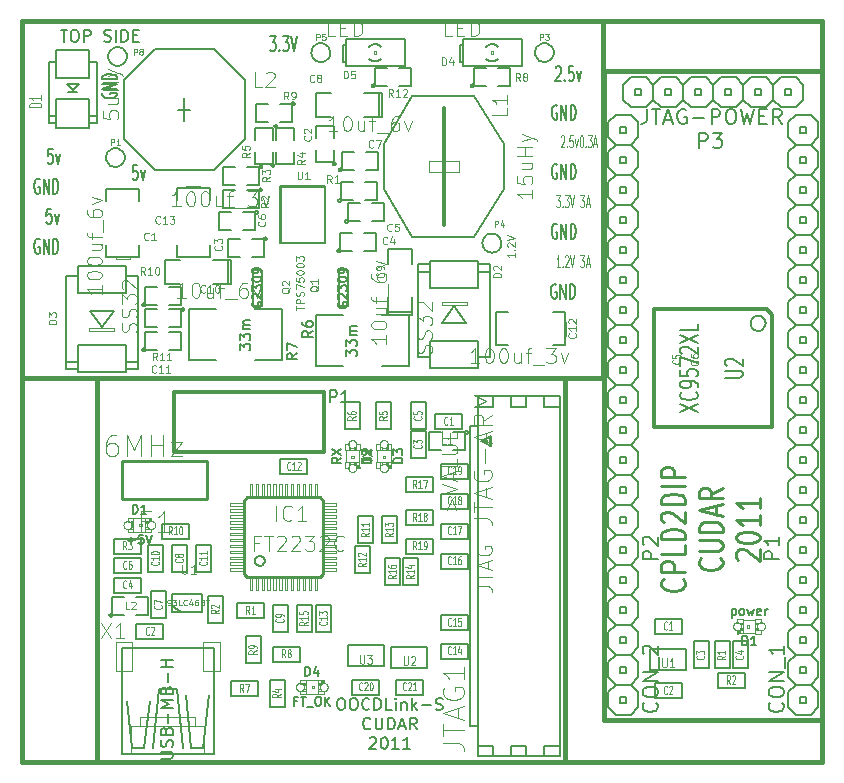
<source format=gto>
G04 (created by PCBNEW-RS274X (2010-03-14)-final) date mié 02 nov 2011 21:39:55 ART*
G01*
G70*
G90*
%MOIN*%
G04 Gerber Fmt 3.4, Leading zero omitted, Abs format*
%FSLAX34Y34*%
G04 APERTURE LIST*
%ADD10C,0.000000*%
%ADD11C,0.006600*%
%ADD12C,0.015000*%
%ADD13C,0.010000*%
%ADD14C,0.005000*%
%ADD15C,0.008000*%
%ADD16C,0.004200*%
%ADD17C,0.003300*%
%ADD18C,0.002600*%
%ADD19C,0.004000*%
%ADD20C,0.002000*%
%ADD21C,0.006000*%
%ADD22C,0.012000*%
%ADD23C,0.001500*%
%ADD24C,0.003500*%
%ADD25C,0.006700*%
%ADD26C,0.003000*%
%ADD27C,0.005800*%
G04 APERTURE END LIST*
G54D10*
G54D11*
X49540Y-53965D02*
X49615Y-53965D01*
X49652Y-53984D01*
X49690Y-54022D01*
X49709Y-54097D01*
X49709Y-54228D01*
X49690Y-54303D01*
X49652Y-54341D01*
X49615Y-54359D01*
X49540Y-54359D01*
X49502Y-54341D01*
X49465Y-54303D01*
X49446Y-54228D01*
X49446Y-54097D01*
X49465Y-54022D01*
X49502Y-53984D01*
X49540Y-53965D01*
X49953Y-53965D02*
X50028Y-53965D01*
X50065Y-53984D01*
X50103Y-54022D01*
X50122Y-54097D01*
X50122Y-54228D01*
X50103Y-54303D01*
X50065Y-54341D01*
X50028Y-54359D01*
X49953Y-54359D01*
X49915Y-54341D01*
X49878Y-54303D01*
X49859Y-54228D01*
X49859Y-54097D01*
X49878Y-54022D01*
X49915Y-53984D01*
X49953Y-53965D01*
X50516Y-54322D02*
X50497Y-54341D01*
X50441Y-54359D01*
X50403Y-54359D01*
X50347Y-54341D01*
X50310Y-54303D01*
X50291Y-54266D01*
X50272Y-54191D01*
X50272Y-54134D01*
X50291Y-54059D01*
X50310Y-54022D01*
X50347Y-53984D01*
X50403Y-53965D01*
X50441Y-53965D01*
X50497Y-53984D01*
X50516Y-54003D01*
X50685Y-54359D02*
X50685Y-53965D01*
X50779Y-53965D01*
X50835Y-53984D01*
X50872Y-54022D01*
X50891Y-54059D01*
X50910Y-54134D01*
X50910Y-54191D01*
X50891Y-54266D01*
X50872Y-54303D01*
X50835Y-54341D01*
X50779Y-54359D01*
X50685Y-54359D01*
X51266Y-54359D02*
X51079Y-54359D01*
X51079Y-53965D01*
X51398Y-54359D02*
X51398Y-54097D01*
X51398Y-53965D02*
X51379Y-53984D01*
X51398Y-54003D01*
X51417Y-53984D01*
X51398Y-53965D01*
X51398Y-54003D01*
X51586Y-54097D02*
X51586Y-54359D01*
X51586Y-54134D02*
X51605Y-54116D01*
X51642Y-54097D01*
X51698Y-54097D01*
X51736Y-54116D01*
X51755Y-54153D01*
X51755Y-54359D01*
X51942Y-54359D02*
X51942Y-53965D01*
X51979Y-54209D02*
X52092Y-54359D01*
X52092Y-54097D02*
X51942Y-54247D01*
X52261Y-54209D02*
X52561Y-54209D01*
X52730Y-54341D02*
X52786Y-54359D01*
X52880Y-54359D01*
X52918Y-54341D01*
X52936Y-54322D01*
X52955Y-54284D01*
X52955Y-54247D01*
X52936Y-54209D01*
X52918Y-54191D01*
X52880Y-54172D01*
X52805Y-54153D01*
X52768Y-54134D01*
X52749Y-54116D01*
X52730Y-54078D01*
X52730Y-54041D01*
X52749Y-54003D01*
X52768Y-53984D01*
X52805Y-53965D01*
X52899Y-53965D01*
X52955Y-53984D01*
X50553Y-54972D02*
X50534Y-54991D01*
X50478Y-55009D01*
X50440Y-55009D01*
X50384Y-54991D01*
X50347Y-54953D01*
X50328Y-54916D01*
X50309Y-54841D01*
X50309Y-54784D01*
X50328Y-54709D01*
X50347Y-54672D01*
X50384Y-54634D01*
X50440Y-54615D01*
X50478Y-54615D01*
X50534Y-54634D01*
X50553Y-54653D01*
X50722Y-54615D02*
X50722Y-54934D01*
X50741Y-54972D01*
X50759Y-54991D01*
X50797Y-55009D01*
X50872Y-55009D01*
X50909Y-54991D01*
X50928Y-54972D01*
X50947Y-54934D01*
X50947Y-54615D01*
X51135Y-55009D02*
X51135Y-54615D01*
X51229Y-54615D01*
X51285Y-54634D01*
X51322Y-54672D01*
X51341Y-54709D01*
X51360Y-54784D01*
X51360Y-54841D01*
X51341Y-54916D01*
X51322Y-54953D01*
X51285Y-54991D01*
X51229Y-55009D01*
X51135Y-55009D01*
X51510Y-54897D02*
X51698Y-54897D01*
X51473Y-55009D02*
X51604Y-54615D01*
X51735Y-55009D01*
X52092Y-55009D02*
X51961Y-54822D01*
X51867Y-55009D02*
X51867Y-54615D01*
X52017Y-54615D01*
X52054Y-54634D01*
X52073Y-54653D01*
X52092Y-54691D01*
X52092Y-54747D01*
X52073Y-54784D01*
X52054Y-54803D01*
X52017Y-54822D01*
X51867Y-54822D01*
X50525Y-55303D02*
X50544Y-55284D01*
X50581Y-55265D01*
X50675Y-55265D01*
X50713Y-55284D01*
X50731Y-55303D01*
X50750Y-55341D01*
X50750Y-55378D01*
X50731Y-55434D01*
X50506Y-55659D01*
X50750Y-55659D01*
X50994Y-55265D02*
X51031Y-55265D01*
X51069Y-55284D01*
X51088Y-55303D01*
X51106Y-55341D01*
X51125Y-55416D01*
X51125Y-55509D01*
X51106Y-55584D01*
X51088Y-55622D01*
X51069Y-55641D01*
X51031Y-55659D01*
X50994Y-55659D01*
X50956Y-55641D01*
X50938Y-55622D01*
X50919Y-55584D01*
X50900Y-55509D01*
X50900Y-55416D01*
X50919Y-55341D01*
X50938Y-55303D01*
X50956Y-55284D01*
X50994Y-55265D01*
X51500Y-55659D02*
X51275Y-55659D01*
X51388Y-55659D02*
X51388Y-55265D01*
X51350Y-55322D01*
X51313Y-55359D01*
X51275Y-55378D01*
X51875Y-55659D02*
X51650Y-55659D01*
X51763Y-55659D02*
X51763Y-55265D01*
X51725Y-55322D01*
X51688Y-55359D01*
X51650Y-55378D01*
G54D12*
X38950Y-56100D02*
X38950Y-31400D01*
X39000Y-56100D02*
X38950Y-56100D01*
X39200Y-56100D02*
X39000Y-56100D01*
X39450Y-56100D02*
X39200Y-56100D01*
X42700Y-56100D02*
X39450Y-56100D01*
X65600Y-56100D02*
X42700Y-56100D01*
X65600Y-31400D02*
X65600Y-56100D01*
X38950Y-31400D02*
X65600Y-31400D01*
X57050Y-43300D02*
X41450Y-43300D01*
X57050Y-56100D02*
X57050Y-43300D01*
X41450Y-56100D02*
X57050Y-56100D01*
X41450Y-43300D02*
X41450Y-56100D01*
X58350Y-33050D02*
X58400Y-33050D01*
X58350Y-54700D02*
X58350Y-33050D01*
X65600Y-54700D02*
X58350Y-54700D01*
X65600Y-33050D02*
X65600Y-54700D01*
X65550Y-33050D02*
X65600Y-33050D01*
X58300Y-33050D02*
X65550Y-33050D01*
X38950Y-43300D02*
X39100Y-43300D01*
X38950Y-31450D02*
X38950Y-43300D01*
X39300Y-43300D02*
X39050Y-43300D01*
X58300Y-43300D02*
X39300Y-43300D01*
X58300Y-31400D02*
X58300Y-43300D01*
X38950Y-31400D02*
X58300Y-31400D01*
G54D13*
X60973Y-50010D02*
X61011Y-50039D01*
X61049Y-50125D01*
X61049Y-50182D01*
X61011Y-50267D01*
X60935Y-50325D01*
X60858Y-50353D01*
X60706Y-50382D01*
X60592Y-50382D01*
X60439Y-50353D01*
X60363Y-50325D01*
X60287Y-50267D01*
X60249Y-50182D01*
X60249Y-50125D01*
X60287Y-50039D01*
X60325Y-50010D01*
X61049Y-49753D02*
X60249Y-49753D01*
X60249Y-49525D01*
X60287Y-49467D01*
X60325Y-49439D01*
X60401Y-49410D01*
X60515Y-49410D01*
X60592Y-49439D01*
X60630Y-49467D01*
X60668Y-49525D01*
X60668Y-49753D01*
X61049Y-48867D02*
X61049Y-49153D01*
X60249Y-49153D01*
X61049Y-48667D02*
X60249Y-48667D01*
X60249Y-48524D01*
X60287Y-48439D01*
X60363Y-48381D01*
X60439Y-48353D01*
X60592Y-48324D01*
X60706Y-48324D01*
X60858Y-48353D01*
X60935Y-48381D01*
X61011Y-48439D01*
X61049Y-48524D01*
X61049Y-48667D01*
X60325Y-48096D02*
X60287Y-48067D01*
X60249Y-48010D01*
X60249Y-47867D01*
X60287Y-47810D01*
X60325Y-47781D01*
X60401Y-47753D01*
X60477Y-47753D01*
X60592Y-47781D01*
X61049Y-48124D01*
X61049Y-47753D01*
X61049Y-47496D02*
X60249Y-47496D01*
X60249Y-47353D01*
X60287Y-47268D01*
X60363Y-47210D01*
X60439Y-47182D01*
X60592Y-47153D01*
X60706Y-47153D01*
X60858Y-47182D01*
X60935Y-47210D01*
X61011Y-47268D01*
X61049Y-47353D01*
X61049Y-47496D01*
X61049Y-46896D02*
X60249Y-46896D01*
X61049Y-46610D02*
X60249Y-46610D01*
X60249Y-46382D01*
X60287Y-46324D01*
X60325Y-46296D01*
X60401Y-46267D01*
X60515Y-46267D01*
X60592Y-46296D01*
X60630Y-46324D01*
X60668Y-46382D01*
X60668Y-46610D01*
X62213Y-49310D02*
X62251Y-49339D01*
X62289Y-49425D01*
X62289Y-49482D01*
X62251Y-49567D01*
X62175Y-49625D01*
X62098Y-49653D01*
X61946Y-49682D01*
X61832Y-49682D01*
X61679Y-49653D01*
X61603Y-49625D01*
X61527Y-49567D01*
X61489Y-49482D01*
X61489Y-49425D01*
X61527Y-49339D01*
X61565Y-49310D01*
X61489Y-49053D02*
X62136Y-49053D01*
X62213Y-49025D01*
X62251Y-48996D01*
X62289Y-48939D01*
X62289Y-48825D01*
X62251Y-48767D01*
X62213Y-48739D01*
X62136Y-48710D01*
X61489Y-48710D01*
X62289Y-48424D02*
X61489Y-48424D01*
X61489Y-48281D01*
X61527Y-48196D01*
X61603Y-48138D01*
X61679Y-48110D01*
X61832Y-48081D01*
X61946Y-48081D01*
X62098Y-48110D01*
X62175Y-48138D01*
X62251Y-48196D01*
X62289Y-48281D01*
X62289Y-48424D01*
X62060Y-47853D02*
X62060Y-47567D01*
X62289Y-47910D02*
X61489Y-47710D01*
X62289Y-47510D01*
X62289Y-46967D02*
X61908Y-47167D01*
X62289Y-47310D02*
X61489Y-47310D01*
X61489Y-47082D01*
X61527Y-47024D01*
X61565Y-46996D01*
X61641Y-46967D01*
X61755Y-46967D01*
X61832Y-46996D01*
X61870Y-47024D01*
X61908Y-47082D01*
X61908Y-47310D01*
X62805Y-49353D02*
X62767Y-49324D01*
X62729Y-49267D01*
X62729Y-49124D01*
X62767Y-49067D01*
X62805Y-49038D01*
X62881Y-49010D01*
X62957Y-49010D01*
X63072Y-49038D01*
X63529Y-49381D01*
X63529Y-49010D01*
X62729Y-48639D02*
X62729Y-48582D01*
X62767Y-48525D01*
X62805Y-48496D01*
X62881Y-48467D01*
X63034Y-48439D01*
X63224Y-48439D01*
X63376Y-48467D01*
X63453Y-48496D01*
X63491Y-48525D01*
X63529Y-48582D01*
X63529Y-48639D01*
X63491Y-48696D01*
X63453Y-48725D01*
X63376Y-48753D01*
X63224Y-48782D01*
X63034Y-48782D01*
X62881Y-48753D01*
X62805Y-48725D01*
X62767Y-48696D01*
X62729Y-48639D01*
X63529Y-47868D02*
X63529Y-48211D01*
X63529Y-48039D02*
X62729Y-48039D01*
X62843Y-48096D01*
X62919Y-48154D01*
X62957Y-48211D01*
X63529Y-47297D02*
X63529Y-47640D01*
X63529Y-47468D02*
X62729Y-47468D01*
X62843Y-47525D01*
X62919Y-47583D01*
X62957Y-47640D01*
G54D14*
X41626Y-33798D02*
X41602Y-33827D01*
X41602Y-33870D01*
X41626Y-33913D01*
X41674Y-33941D01*
X41721Y-33956D01*
X41817Y-33970D01*
X41888Y-33970D01*
X41983Y-33956D01*
X42031Y-33941D01*
X42079Y-33913D01*
X42102Y-33870D01*
X42102Y-33841D01*
X42079Y-33798D01*
X42055Y-33784D01*
X41888Y-33784D01*
X41888Y-33841D01*
X42102Y-33656D02*
X41602Y-33656D01*
X42102Y-33484D01*
X41602Y-33484D01*
X42102Y-33342D02*
X41602Y-33342D01*
X41602Y-33270D01*
X41626Y-33227D01*
X41674Y-33199D01*
X41721Y-33184D01*
X41817Y-33170D01*
X41888Y-33170D01*
X41983Y-33184D01*
X42031Y-33199D01*
X42079Y-33227D01*
X42102Y-33270D01*
X42102Y-33342D01*
X42787Y-36192D02*
X42644Y-36192D01*
X42630Y-36430D01*
X42644Y-36407D01*
X42673Y-36383D01*
X42744Y-36383D01*
X42773Y-36407D01*
X42787Y-36430D01*
X42802Y-36478D01*
X42802Y-36597D01*
X42787Y-36645D01*
X42773Y-36669D01*
X42744Y-36692D01*
X42673Y-36692D01*
X42644Y-36669D01*
X42630Y-36645D01*
X42902Y-36359D02*
X42973Y-36692D01*
X43045Y-36359D01*
G54D15*
X49050Y-36900D02*
X47730Y-36900D01*
X49050Y-36910D02*
X49050Y-36900D01*
X49050Y-38810D02*
X49050Y-36910D01*
X47540Y-38810D02*
X49050Y-38810D01*
X47540Y-38800D02*
X47540Y-38810D01*
X47540Y-36900D02*
X47540Y-38800D01*
X47730Y-36900D02*
X47540Y-36900D01*
G54D11*
X40228Y-31690D02*
X40453Y-31690D01*
X40340Y-32084D02*
X40340Y-31690D01*
X40659Y-31690D02*
X40734Y-31690D01*
X40771Y-31709D01*
X40809Y-31747D01*
X40828Y-31822D01*
X40828Y-31953D01*
X40809Y-32028D01*
X40771Y-32066D01*
X40734Y-32084D01*
X40659Y-32084D01*
X40621Y-32066D01*
X40584Y-32028D01*
X40565Y-31953D01*
X40565Y-31822D01*
X40584Y-31747D01*
X40621Y-31709D01*
X40659Y-31690D01*
X40997Y-32084D02*
X40997Y-31690D01*
X41147Y-31690D01*
X41184Y-31709D01*
X41203Y-31728D01*
X41222Y-31766D01*
X41222Y-31822D01*
X41203Y-31859D01*
X41184Y-31878D01*
X41147Y-31897D01*
X40997Y-31897D01*
X41672Y-32066D02*
X41728Y-32084D01*
X41822Y-32084D01*
X41860Y-32066D01*
X41878Y-32047D01*
X41897Y-32009D01*
X41897Y-31972D01*
X41878Y-31934D01*
X41860Y-31916D01*
X41822Y-31897D01*
X41747Y-31878D01*
X41710Y-31859D01*
X41691Y-31841D01*
X41672Y-31803D01*
X41672Y-31766D01*
X41691Y-31728D01*
X41710Y-31709D01*
X41747Y-31690D01*
X41841Y-31690D01*
X41897Y-31709D01*
X42066Y-32084D02*
X42066Y-31690D01*
X42254Y-32084D02*
X42254Y-31690D01*
X42348Y-31690D01*
X42404Y-31709D01*
X42441Y-31747D01*
X42460Y-31784D01*
X42479Y-31859D01*
X42479Y-31916D01*
X42460Y-31991D01*
X42441Y-32028D01*
X42404Y-32066D01*
X42348Y-32084D01*
X42254Y-32084D01*
X42648Y-31878D02*
X42779Y-31878D01*
X42835Y-32084D02*
X42648Y-32084D01*
X42648Y-31690D01*
X42835Y-31690D01*
G54D16*
X55361Y-39134D02*
X55361Y-39276D01*
X55361Y-39205D02*
X55111Y-39205D01*
X55147Y-39229D01*
X55171Y-39253D01*
X55183Y-39276D01*
X55337Y-39026D02*
X55349Y-39015D01*
X55361Y-39026D01*
X55349Y-39038D01*
X55337Y-39026D01*
X55361Y-39026D01*
X55135Y-38919D02*
X55123Y-38907D01*
X55111Y-38884D01*
X55111Y-38824D01*
X55123Y-38800D01*
X55135Y-38788D01*
X55159Y-38777D01*
X55183Y-38777D01*
X55218Y-38788D01*
X55361Y-38931D01*
X55361Y-38777D01*
X55111Y-38705D02*
X55361Y-38622D01*
X55111Y-38539D01*
G54D14*
X56735Y-32950D02*
X56749Y-32926D01*
X56778Y-32902D01*
X56849Y-32902D01*
X56878Y-32926D01*
X56892Y-32950D01*
X56907Y-32998D01*
X56907Y-33045D01*
X56892Y-33117D01*
X56721Y-33402D01*
X56907Y-33402D01*
X57035Y-33355D02*
X57050Y-33379D01*
X57035Y-33402D01*
X57021Y-33379D01*
X57035Y-33355D01*
X57035Y-33402D01*
X57321Y-32902D02*
X57178Y-32902D01*
X57164Y-33140D01*
X57178Y-33117D01*
X57207Y-33093D01*
X57278Y-33093D01*
X57307Y-33117D01*
X57321Y-33140D01*
X57336Y-33188D01*
X57336Y-33307D01*
X57321Y-33355D01*
X57307Y-33379D01*
X57278Y-33402D01*
X57207Y-33402D01*
X57178Y-33379D01*
X57164Y-33355D01*
X57436Y-33069D02*
X57507Y-33402D01*
X57579Y-33069D01*
X47207Y-31902D02*
X47393Y-31902D01*
X47293Y-32093D01*
X47335Y-32093D01*
X47364Y-32117D01*
X47378Y-32140D01*
X47393Y-32188D01*
X47393Y-32307D01*
X47378Y-32355D01*
X47364Y-32379D01*
X47335Y-32402D01*
X47250Y-32402D01*
X47221Y-32379D01*
X47207Y-32355D01*
X47521Y-32355D02*
X47536Y-32379D01*
X47521Y-32402D01*
X47507Y-32379D01*
X47521Y-32355D01*
X47521Y-32402D01*
X47636Y-31902D02*
X47822Y-31902D01*
X47722Y-32093D01*
X47764Y-32093D01*
X47793Y-32117D01*
X47807Y-32140D01*
X47822Y-32188D01*
X47822Y-32307D01*
X47807Y-32355D01*
X47793Y-32379D01*
X47764Y-32402D01*
X47679Y-32402D01*
X47650Y-32379D01*
X47636Y-32355D01*
X47908Y-31902D02*
X48008Y-32402D01*
X48108Y-31902D01*
X39907Y-37652D02*
X39764Y-37652D01*
X39750Y-37890D01*
X39764Y-37867D01*
X39793Y-37843D01*
X39864Y-37843D01*
X39893Y-37867D01*
X39907Y-37890D01*
X39922Y-37938D01*
X39922Y-38057D01*
X39907Y-38105D01*
X39893Y-38129D01*
X39864Y-38152D01*
X39793Y-38152D01*
X39764Y-38129D01*
X39750Y-38105D01*
X40022Y-37819D02*
X40093Y-38152D01*
X40165Y-37819D01*
X39522Y-36676D02*
X39493Y-36652D01*
X39450Y-36652D01*
X39407Y-36676D01*
X39379Y-36724D01*
X39364Y-36771D01*
X39350Y-36867D01*
X39350Y-36938D01*
X39364Y-37033D01*
X39379Y-37081D01*
X39407Y-37129D01*
X39450Y-37152D01*
X39479Y-37152D01*
X39522Y-37129D01*
X39536Y-37105D01*
X39536Y-36938D01*
X39479Y-36938D01*
X39664Y-37152D02*
X39664Y-36652D01*
X39836Y-37152D01*
X39836Y-36652D01*
X39978Y-37152D02*
X39978Y-36652D01*
X40050Y-36652D01*
X40093Y-36676D01*
X40121Y-36724D01*
X40136Y-36771D01*
X40150Y-36867D01*
X40150Y-36938D01*
X40136Y-37033D01*
X40121Y-37081D01*
X40093Y-37129D01*
X40050Y-37152D01*
X39978Y-37152D01*
X39522Y-38676D02*
X39493Y-38652D01*
X39450Y-38652D01*
X39407Y-38676D01*
X39379Y-38724D01*
X39364Y-38771D01*
X39350Y-38867D01*
X39350Y-38938D01*
X39364Y-39033D01*
X39379Y-39081D01*
X39407Y-39129D01*
X39450Y-39152D01*
X39479Y-39152D01*
X39522Y-39129D01*
X39536Y-39105D01*
X39536Y-38938D01*
X39479Y-38938D01*
X39664Y-39152D02*
X39664Y-38652D01*
X39836Y-39152D01*
X39836Y-38652D01*
X39978Y-39152D02*
X39978Y-38652D01*
X40050Y-38652D01*
X40093Y-38676D01*
X40121Y-38724D01*
X40136Y-38771D01*
X40150Y-38867D01*
X40150Y-38938D01*
X40136Y-39033D01*
X40121Y-39081D01*
X40093Y-39129D01*
X40050Y-39152D01*
X39978Y-39152D01*
X39957Y-35652D02*
X39814Y-35652D01*
X39800Y-35890D01*
X39814Y-35867D01*
X39843Y-35843D01*
X39914Y-35843D01*
X39943Y-35867D01*
X39957Y-35890D01*
X39972Y-35938D01*
X39972Y-36057D01*
X39957Y-36105D01*
X39943Y-36129D01*
X39914Y-36152D01*
X39843Y-36152D01*
X39814Y-36129D01*
X39800Y-36105D01*
X40072Y-35819D02*
X40143Y-36152D01*
X40215Y-35819D01*
X56772Y-34216D02*
X56743Y-34192D01*
X56700Y-34192D01*
X56657Y-34216D01*
X56629Y-34264D01*
X56614Y-34311D01*
X56600Y-34407D01*
X56600Y-34478D01*
X56614Y-34573D01*
X56629Y-34621D01*
X56657Y-34669D01*
X56700Y-34692D01*
X56729Y-34692D01*
X56772Y-34669D01*
X56786Y-34645D01*
X56786Y-34478D01*
X56729Y-34478D01*
X56914Y-34692D02*
X56914Y-34192D01*
X57086Y-34692D01*
X57086Y-34192D01*
X57228Y-34692D02*
X57228Y-34192D01*
X57300Y-34192D01*
X57343Y-34216D01*
X57371Y-34264D01*
X57386Y-34311D01*
X57400Y-34407D01*
X57400Y-34478D01*
X57386Y-34573D01*
X57371Y-34621D01*
X57343Y-34669D01*
X57300Y-34692D01*
X57228Y-34692D01*
G54D17*
X56873Y-39612D02*
X56759Y-39612D01*
X56816Y-39612D02*
X56816Y-39212D01*
X56797Y-39269D01*
X56778Y-39307D01*
X56759Y-39326D01*
X56959Y-39574D02*
X56968Y-39593D01*
X56959Y-39612D01*
X56949Y-39593D01*
X56959Y-39574D01*
X56959Y-39612D01*
X57044Y-39250D02*
X57054Y-39231D01*
X57073Y-39212D01*
X57120Y-39212D01*
X57139Y-39231D01*
X57149Y-39250D01*
X57158Y-39288D01*
X57158Y-39326D01*
X57149Y-39383D01*
X57035Y-39612D01*
X57158Y-39612D01*
X57215Y-39212D02*
X57282Y-39612D01*
X57348Y-39212D01*
X57548Y-39212D02*
X57671Y-39212D01*
X57605Y-39364D01*
X57633Y-39364D01*
X57652Y-39383D01*
X57662Y-39402D01*
X57671Y-39440D01*
X57671Y-39536D01*
X57662Y-39574D01*
X57652Y-39593D01*
X57633Y-39612D01*
X57576Y-39612D01*
X57557Y-39593D01*
X57548Y-39574D01*
X57747Y-39498D02*
X57842Y-39498D01*
X57728Y-39612D02*
X57795Y-39212D01*
X57861Y-39612D01*
X56902Y-35250D02*
X56912Y-35231D01*
X56931Y-35212D01*
X56978Y-35212D01*
X56997Y-35231D01*
X57007Y-35250D01*
X57016Y-35288D01*
X57016Y-35326D01*
X57007Y-35383D01*
X56893Y-35612D01*
X57016Y-35612D01*
X57102Y-35574D02*
X57111Y-35593D01*
X57102Y-35612D01*
X57092Y-35593D01*
X57102Y-35574D01*
X57102Y-35612D01*
X57292Y-35212D02*
X57197Y-35212D01*
X57187Y-35402D01*
X57197Y-35383D01*
X57216Y-35364D01*
X57263Y-35364D01*
X57282Y-35383D01*
X57292Y-35402D01*
X57301Y-35440D01*
X57301Y-35536D01*
X57292Y-35574D01*
X57282Y-35593D01*
X57263Y-35612D01*
X57216Y-35612D01*
X57197Y-35593D01*
X57187Y-35574D01*
X57368Y-35345D02*
X57415Y-35612D01*
X57463Y-35345D01*
X57577Y-35212D02*
X57596Y-35212D01*
X57615Y-35231D01*
X57624Y-35250D01*
X57634Y-35288D01*
X57643Y-35364D01*
X57643Y-35460D01*
X57634Y-35536D01*
X57624Y-35574D01*
X57615Y-35593D01*
X57596Y-35612D01*
X57577Y-35612D01*
X57558Y-35593D01*
X57548Y-35574D01*
X57539Y-35536D01*
X57529Y-35460D01*
X57529Y-35364D01*
X57539Y-35288D01*
X57548Y-35250D01*
X57558Y-35231D01*
X57577Y-35212D01*
X57729Y-35574D02*
X57738Y-35593D01*
X57729Y-35612D01*
X57719Y-35593D01*
X57729Y-35574D01*
X57729Y-35612D01*
X57805Y-35212D02*
X57928Y-35212D01*
X57862Y-35364D01*
X57890Y-35364D01*
X57909Y-35383D01*
X57919Y-35402D01*
X57928Y-35440D01*
X57928Y-35536D01*
X57919Y-35574D01*
X57909Y-35593D01*
X57890Y-35612D01*
X57833Y-35612D01*
X57814Y-35593D01*
X57805Y-35574D01*
X58004Y-35498D02*
X58099Y-35498D01*
X57985Y-35612D02*
X58052Y-35212D01*
X58118Y-35612D01*
G54D14*
X56742Y-40181D02*
X56713Y-40157D01*
X56670Y-40157D01*
X56627Y-40181D01*
X56599Y-40229D01*
X56584Y-40276D01*
X56570Y-40372D01*
X56570Y-40443D01*
X56584Y-40538D01*
X56599Y-40586D01*
X56627Y-40634D01*
X56670Y-40657D01*
X56699Y-40657D01*
X56742Y-40634D01*
X56756Y-40610D01*
X56756Y-40443D01*
X56699Y-40443D01*
X56884Y-40657D02*
X56884Y-40157D01*
X57056Y-40657D01*
X57056Y-40157D01*
X57198Y-40657D02*
X57198Y-40157D01*
X57270Y-40157D01*
X57313Y-40181D01*
X57341Y-40229D01*
X57356Y-40276D01*
X57370Y-40372D01*
X57370Y-40443D01*
X57356Y-40538D01*
X57341Y-40586D01*
X57313Y-40634D01*
X57270Y-40657D01*
X57198Y-40657D01*
X56767Y-36186D02*
X56738Y-36162D01*
X56695Y-36162D01*
X56652Y-36186D01*
X56624Y-36234D01*
X56609Y-36281D01*
X56595Y-36377D01*
X56595Y-36448D01*
X56609Y-36543D01*
X56624Y-36591D01*
X56652Y-36639D01*
X56695Y-36662D01*
X56724Y-36662D01*
X56767Y-36639D01*
X56781Y-36615D01*
X56781Y-36448D01*
X56724Y-36448D01*
X56909Y-36662D02*
X56909Y-36162D01*
X57081Y-36662D01*
X57081Y-36162D01*
X57223Y-36662D02*
X57223Y-36162D01*
X57295Y-36162D01*
X57338Y-36186D01*
X57366Y-36234D01*
X57381Y-36281D01*
X57395Y-36377D01*
X57395Y-36448D01*
X57381Y-36543D01*
X57366Y-36591D01*
X57338Y-36639D01*
X57295Y-36662D01*
X57223Y-36662D01*
G54D17*
X56750Y-37212D02*
X56873Y-37212D01*
X56807Y-37364D01*
X56835Y-37364D01*
X56854Y-37383D01*
X56864Y-37402D01*
X56873Y-37440D01*
X56873Y-37536D01*
X56864Y-37574D01*
X56854Y-37593D01*
X56835Y-37612D01*
X56778Y-37612D01*
X56759Y-37593D01*
X56750Y-37574D01*
X56959Y-37574D02*
X56968Y-37593D01*
X56959Y-37612D01*
X56949Y-37593D01*
X56959Y-37574D01*
X56959Y-37612D01*
X57035Y-37212D02*
X57158Y-37212D01*
X57092Y-37364D01*
X57120Y-37364D01*
X57139Y-37383D01*
X57149Y-37402D01*
X57158Y-37440D01*
X57158Y-37536D01*
X57149Y-37574D01*
X57139Y-37593D01*
X57120Y-37612D01*
X57063Y-37612D01*
X57044Y-37593D01*
X57035Y-37574D01*
X57215Y-37212D02*
X57282Y-37612D01*
X57348Y-37212D01*
X57548Y-37212D02*
X57671Y-37212D01*
X57605Y-37364D01*
X57633Y-37364D01*
X57652Y-37383D01*
X57662Y-37402D01*
X57671Y-37440D01*
X57671Y-37536D01*
X57662Y-37574D01*
X57652Y-37593D01*
X57633Y-37612D01*
X57576Y-37612D01*
X57557Y-37593D01*
X57548Y-37574D01*
X57747Y-37498D02*
X57842Y-37498D01*
X57728Y-37612D02*
X57795Y-37212D01*
X57861Y-37612D01*
G54D14*
X56767Y-38176D02*
X56738Y-38152D01*
X56695Y-38152D01*
X56652Y-38176D01*
X56624Y-38224D01*
X56609Y-38271D01*
X56595Y-38367D01*
X56595Y-38438D01*
X56609Y-38533D01*
X56624Y-38581D01*
X56652Y-38629D01*
X56695Y-38652D01*
X56724Y-38652D01*
X56767Y-38629D01*
X56781Y-38605D01*
X56781Y-38438D01*
X56724Y-38438D01*
X56909Y-38652D02*
X56909Y-38152D01*
X57081Y-38652D01*
X57081Y-38152D01*
X57223Y-38652D02*
X57223Y-38152D01*
X57295Y-38152D01*
X57338Y-38176D01*
X57366Y-38224D01*
X57381Y-38271D01*
X57395Y-38367D01*
X57395Y-38438D01*
X57381Y-38533D01*
X57366Y-38581D01*
X57338Y-38629D01*
X57295Y-38652D01*
X57223Y-38652D01*
G54D18*
X42619Y-53071D02*
X42619Y-52087D01*
X42619Y-52087D02*
X42068Y-52087D01*
X42068Y-53071D02*
X42068Y-52087D01*
X42619Y-53071D02*
X42068Y-53071D01*
X45532Y-53071D02*
X45532Y-52087D01*
X45532Y-52087D02*
X44981Y-52087D01*
X44981Y-53071D02*
X44981Y-52087D01*
X45532Y-53071D02*
X44981Y-53071D01*
X45020Y-55826D02*
X45020Y-54911D01*
X45020Y-54911D02*
X42580Y-54911D01*
X42580Y-55826D02*
X42580Y-54911D01*
X45020Y-55826D02*
X42580Y-55826D01*
X44715Y-54911D02*
X44715Y-54605D01*
X44715Y-54605D02*
X42885Y-54605D01*
X42885Y-54911D02*
X42885Y-54605D01*
X44715Y-54911D02*
X42885Y-54911D01*
G54D14*
X42265Y-55826D02*
X45335Y-55826D01*
X42265Y-52284D02*
X45335Y-52284D01*
X42265Y-55826D02*
X42265Y-52284D01*
X45335Y-55826D02*
X45335Y-52284D01*
X42423Y-54055D02*
X42619Y-55629D01*
X42619Y-55629D02*
X43013Y-55629D01*
X43013Y-55629D02*
X43210Y-54055D01*
X45177Y-53858D02*
X44981Y-55629D01*
X44981Y-55629D02*
X44587Y-55629D01*
X44587Y-55629D02*
X44390Y-53858D01*
X43308Y-55629D02*
X43505Y-53662D01*
X43505Y-53662D02*
X44095Y-53662D01*
X44095Y-53662D02*
X44292Y-55629D01*
G54D18*
X46528Y-50371D02*
X46607Y-50371D01*
X46607Y-50371D02*
X46607Y-49958D01*
X46528Y-49958D02*
X46607Y-49958D01*
X46528Y-50371D02*
X46528Y-49958D01*
X46725Y-50371D02*
X46804Y-50371D01*
X46804Y-50371D02*
X46804Y-49958D01*
X46725Y-49958D02*
X46804Y-49958D01*
X46725Y-50371D02*
X46725Y-49958D01*
X46922Y-50371D02*
X47001Y-50371D01*
X47001Y-50371D02*
X47001Y-49958D01*
X46922Y-49958D02*
X47001Y-49958D01*
X46922Y-50371D02*
X46922Y-49958D01*
X47119Y-50371D02*
X47198Y-50371D01*
X47198Y-50371D02*
X47198Y-49958D01*
X47119Y-49958D02*
X47198Y-49958D01*
X47119Y-50371D02*
X47119Y-49958D01*
X47316Y-50371D02*
X47395Y-50371D01*
X47395Y-50371D02*
X47395Y-49958D01*
X47316Y-49958D02*
X47395Y-49958D01*
X47316Y-50371D02*
X47316Y-49958D01*
X47513Y-50371D02*
X47591Y-50371D01*
X47591Y-50371D02*
X47591Y-49958D01*
X47513Y-49958D02*
X47591Y-49958D01*
X47513Y-50371D02*
X47513Y-49958D01*
X47709Y-50371D02*
X47787Y-50371D01*
X47787Y-50371D02*
X47787Y-49958D01*
X47709Y-49958D02*
X47787Y-49958D01*
X47709Y-50371D02*
X47709Y-49958D01*
X47905Y-50371D02*
X47984Y-50371D01*
X47984Y-50371D02*
X47984Y-49958D01*
X47905Y-49958D02*
X47984Y-49958D01*
X47905Y-50371D02*
X47905Y-49958D01*
X48102Y-50371D02*
X48181Y-50371D01*
X48181Y-50371D02*
X48181Y-49958D01*
X48102Y-49958D02*
X48181Y-49958D01*
X48102Y-50371D02*
X48102Y-49958D01*
X48299Y-50371D02*
X48378Y-50371D01*
X48378Y-50371D02*
X48378Y-49958D01*
X48299Y-49958D02*
X48378Y-49958D01*
X48299Y-50371D02*
X48299Y-49958D01*
X48496Y-50371D02*
X48575Y-50371D01*
X48575Y-50371D02*
X48575Y-49958D01*
X48496Y-49958D02*
X48575Y-49958D01*
X48496Y-50371D02*
X48496Y-49958D01*
X48693Y-50371D02*
X48772Y-50371D01*
X48772Y-50371D02*
X48772Y-49958D01*
X48693Y-49958D02*
X48772Y-49958D01*
X48693Y-50371D02*
X48693Y-49958D01*
X49008Y-49722D02*
X49421Y-49722D01*
X49421Y-49722D02*
X49421Y-49643D01*
X49008Y-49643D02*
X49421Y-49643D01*
X49008Y-49722D02*
X49008Y-49643D01*
X49008Y-49525D02*
X49421Y-49525D01*
X49421Y-49525D02*
X49421Y-49446D01*
X49008Y-49446D02*
X49421Y-49446D01*
X49008Y-49525D02*
X49008Y-49446D01*
X49008Y-49328D02*
X49421Y-49328D01*
X49421Y-49328D02*
X49421Y-49249D01*
X49008Y-49249D02*
X49421Y-49249D01*
X49008Y-49328D02*
X49008Y-49249D01*
X49008Y-49131D02*
X49421Y-49131D01*
X49421Y-49131D02*
X49421Y-49052D01*
X49008Y-49052D02*
X49421Y-49052D01*
X49008Y-49131D02*
X49008Y-49052D01*
X49008Y-48934D02*
X49421Y-48934D01*
X49421Y-48934D02*
X49421Y-48855D01*
X49008Y-48855D02*
X49421Y-48855D01*
X49008Y-48934D02*
X49008Y-48855D01*
X49008Y-48737D02*
X49421Y-48737D01*
X49421Y-48737D02*
X49421Y-48659D01*
X49008Y-48659D02*
X49421Y-48659D01*
X49008Y-48737D02*
X49008Y-48659D01*
X49008Y-48541D02*
X49421Y-48541D01*
X49421Y-48541D02*
X49421Y-48463D01*
X49008Y-48463D02*
X49421Y-48463D01*
X49008Y-48541D02*
X49008Y-48463D01*
X49008Y-48345D02*
X49421Y-48345D01*
X49421Y-48345D02*
X49421Y-48266D01*
X49008Y-48266D02*
X49421Y-48266D01*
X49008Y-48345D02*
X49008Y-48266D01*
X49008Y-48148D02*
X49421Y-48148D01*
X49421Y-48148D02*
X49421Y-48069D01*
X49008Y-48069D02*
X49421Y-48069D01*
X49008Y-48148D02*
X49008Y-48069D01*
X49008Y-47951D02*
X49421Y-47951D01*
X49421Y-47951D02*
X49421Y-47872D01*
X49008Y-47872D02*
X49421Y-47872D01*
X49008Y-47951D02*
X49008Y-47872D01*
X49008Y-47754D02*
X49421Y-47754D01*
X49421Y-47754D02*
X49421Y-47675D01*
X49008Y-47675D02*
X49421Y-47675D01*
X49008Y-47754D02*
X49008Y-47675D01*
X49008Y-47557D02*
X49421Y-47557D01*
X49421Y-47557D02*
X49421Y-47478D01*
X49008Y-47478D02*
X49421Y-47478D01*
X49008Y-47557D02*
X49008Y-47478D01*
X48693Y-47242D02*
X48772Y-47242D01*
X48772Y-47242D02*
X48772Y-46829D01*
X48693Y-46829D02*
X48772Y-46829D01*
X48693Y-47242D02*
X48693Y-46829D01*
X48496Y-47242D02*
X48575Y-47242D01*
X48575Y-47242D02*
X48575Y-46829D01*
X48496Y-46829D02*
X48575Y-46829D01*
X48496Y-47242D02*
X48496Y-46829D01*
X48299Y-47242D02*
X48378Y-47242D01*
X48378Y-47242D02*
X48378Y-46829D01*
X48299Y-46829D02*
X48378Y-46829D01*
X48299Y-47242D02*
X48299Y-46829D01*
X48102Y-47242D02*
X48181Y-47242D01*
X48181Y-47242D02*
X48181Y-46829D01*
X48102Y-46829D02*
X48181Y-46829D01*
X48102Y-47242D02*
X48102Y-46829D01*
X47905Y-47242D02*
X47984Y-47242D01*
X47984Y-47242D02*
X47984Y-46829D01*
X47905Y-46829D02*
X47984Y-46829D01*
X47905Y-47242D02*
X47905Y-46829D01*
X47709Y-47242D02*
X47787Y-47242D01*
X47787Y-47242D02*
X47787Y-46829D01*
X47709Y-46829D02*
X47787Y-46829D01*
X47709Y-47242D02*
X47709Y-46829D01*
X47513Y-47242D02*
X47591Y-47242D01*
X47591Y-47242D02*
X47591Y-46829D01*
X47513Y-46829D02*
X47591Y-46829D01*
X47513Y-47242D02*
X47513Y-46829D01*
X47316Y-47242D02*
X47395Y-47242D01*
X47395Y-47242D02*
X47395Y-46829D01*
X47316Y-46829D02*
X47395Y-46829D01*
X47316Y-47242D02*
X47316Y-46829D01*
X47119Y-47242D02*
X47198Y-47242D01*
X47198Y-47242D02*
X47198Y-46829D01*
X47119Y-46829D02*
X47198Y-46829D01*
X47119Y-47242D02*
X47119Y-46829D01*
X46922Y-47242D02*
X47001Y-47242D01*
X47001Y-47242D02*
X47001Y-46829D01*
X46922Y-46829D02*
X47001Y-46829D01*
X46922Y-47242D02*
X46922Y-46829D01*
X46725Y-47242D02*
X46804Y-47242D01*
X46804Y-47242D02*
X46804Y-46829D01*
X46725Y-46829D02*
X46804Y-46829D01*
X46725Y-47242D02*
X46725Y-46829D01*
X46528Y-47242D02*
X46607Y-47242D01*
X46607Y-47242D02*
X46607Y-46829D01*
X46528Y-46829D02*
X46607Y-46829D01*
X46528Y-47242D02*
X46528Y-46829D01*
X45879Y-47557D02*
X46292Y-47557D01*
X46292Y-47557D02*
X46292Y-47478D01*
X45879Y-47478D02*
X46292Y-47478D01*
X45879Y-47557D02*
X45879Y-47478D01*
X45879Y-47754D02*
X46292Y-47754D01*
X46292Y-47754D02*
X46292Y-47675D01*
X45879Y-47675D02*
X46292Y-47675D01*
X45879Y-47754D02*
X45879Y-47675D01*
X45879Y-47951D02*
X46292Y-47951D01*
X46292Y-47951D02*
X46292Y-47872D01*
X45879Y-47872D02*
X46292Y-47872D01*
X45879Y-47951D02*
X45879Y-47872D01*
X45879Y-48148D02*
X46292Y-48148D01*
X46292Y-48148D02*
X46292Y-48069D01*
X45879Y-48069D02*
X46292Y-48069D01*
X45879Y-48148D02*
X45879Y-48069D01*
X45879Y-48345D02*
X46292Y-48345D01*
X46292Y-48345D02*
X46292Y-48266D01*
X45879Y-48266D02*
X46292Y-48266D01*
X45879Y-48345D02*
X45879Y-48266D01*
X45879Y-48541D02*
X46292Y-48541D01*
X46292Y-48541D02*
X46292Y-48463D01*
X45879Y-48463D02*
X46292Y-48463D01*
X45879Y-48541D02*
X45879Y-48463D01*
X45879Y-48737D02*
X46292Y-48737D01*
X46292Y-48737D02*
X46292Y-48659D01*
X45879Y-48659D02*
X46292Y-48659D01*
X45879Y-48737D02*
X45879Y-48659D01*
X45879Y-48934D02*
X46292Y-48934D01*
X46292Y-48934D02*
X46292Y-48855D01*
X45879Y-48855D02*
X46292Y-48855D01*
X45879Y-48934D02*
X45879Y-48855D01*
X45879Y-49131D02*
X46292Y-49131D01*
X46292Y-49131D02*
X46292Y-49052D01*
X45879Y-49052D02*
X46292Y-49052D01*
X45879Y-49131D02*
X45879Y-49052D01*
X45879Y-49328D02*
X46292Y-49328D01*
X46292Y-49328D02*
X46292Y-49249D01*
X45879Y-49249D02*
X46292Y-49249D01*
X45879Y-49328D02*
X45879Y-49249D01*
X45879Y-49525D02*
X46292Y-49525D01*
X46292Y-49525D02*
X46292Y-49446D01*
X45879Y-49446D02*
X46292Y-49446D01*
X45879Y-49525D02*
X45879Y-49446D01*
X45879Y-49722D02*
X46292Y-49722D01*
X46292Y-49722D02*
X46292Y-49643D01*
X45879Y-49643D02*
X46292Y-49643D01*
X45879Y-49722D02*
X45879Y-49643D01*
G54D13*
X46322Y-47380D02*
X46430Y-47272D01*
X46430Y-47272D02*
X48870Y-47272D01*
X48870Y-47272D02*
X48978Y-47380D01*
X48978Y-47380D02*
X48978Y-49820D01*
X48978Y-49820D02*
X48870Y-49928D01*
X48870Y-49928D02*
X46430Y-49928D01*
X46430Y-49928D02*
X46322Y-49820D01*
X46322Y-49820D02*
X46322Y-47380D01*
G54D14*
X47029Y-49387D02*
X47025Y-49419D01*
X47016Y-49450D01*
X47001Y-49478D01*
X46980Y-49503D01*
X46955Y-49524D01*
X46927Y-49540D01*
X46896Y-49549D01*
X46864Y-49552D01*
X46832Y-49550D01*
X46801Y-49540D01*
X46773Y-49525D01*
X46747Y-49505D01*
X46727Y-49480D01*
X46711Y-49452D01*
X46701Y-49421D01*
X46698Y-49389D01*
X46700Y-49358D01*
X46709Y-49326D01*
X46724Y-49298D01*
X46744Y-49272D01*
X46769Y-49251D01*
X46797Y-49235D01*
X46828Y-49225D01*
X46860Y-49222D01*
X46891Y-49224D01*
X46923Y-49233D01*
X46951Y-49247D01*
X46977Y-49267D01*
X46998Y-49292D01*
X47014Y-49320D01*
X47024Y-49351D01*
X47028Y-49383D01*
X47029Y-49387D01*
G54D18*
X48796Y-53718D02*
X48796Y-53846D01*
X48796Y-53846D02*
X48993Y-53846D01*
X48993Y-53718D02*
X48993Y-53846D01*
X48796Y-53718D02*
X48993Y-53718D01*
X48796Y-53473D02*
X48796Y-53532D01*
X48796Y-53532D02*
X48895Y-53532D01*
X48895Y-53473D02*
X48895Y-53532D01*
X48796Y-53473D02*
X48895Y-53473D01*
X48796Y-53668D02*
X48796Y-53727D01*
X48796Y-53727D02*
X48895Y-53727D01*
X48895Y-53668D02*
X48895Y-53727D01*
X48796Y-53668D02*
X48895Y-53668D01*
X48796Y-53522D02*
X48796Y-53678D01*
X48796Y-53678D02*
X48865Y-53678D01*
X48865Y-53522D02*
X48865Y-53678D01*
X48796Y-53522D02*
X48865Y-53522D01*
X48207Y-53718D02*
X48207Y-53846D01*
X48207Y-53846D02*
X48404Y-53846D01*
X48404Y-53718D02*
X48404Y-53846D01*
X48207Y-53718D02*
X48404Y-53718D01*
X48207Y-53354D02*
X48207Y-53482D01*
X48207Y-53482D02*
X48404Y-53482D01*
X48404Y-53354D02*
X48404Y-53482D01*
X48207Y-53354D02*
X48404Y-53354D01*
X48305Y-53668D02*
X48305Y-53727D01*
X48305Y-53727D02*
X48404Y-53727D01*
X48404Y-53668D02*
X48404Y-53727D01*
X48305Y-53668D02*
X48404Y-53668D01*
X48305Y-53473D02*
X48305Y-53532D01*
X48305Y-53532D02*
X48404Y-53532D01*
X48404Y-53473D02*
X48404Y-53532D01*
X48305Y-53473D02*
X48404Y-53473D01*
X48335Y-53522D02*
X48335Y-53678D01*
X48335Y-53678D02*
X48404Y-53678D01*
X48404Y-53522D02*
X48404Y-53678D01*
X48335Y-53522D02*
X48404Y-53522D01*
X48600Y-53561D02*
X48600Y-53639D01*
X48600Y-53639D02*
X48678Y-53639D01*
X48678Y-53561D02*
X48678Y-53639D01*
X48600Y-53561D02*
X48678Y-53561D01*
X48796Y-53364D02*
X48796Y-53482D01*
X48796Y-53482D02*
X48914Y-53482D01*
X48914Y-53364D02*
X48914Y-53482D01*
X48796Y-53364D02*
X48914Y-53364D01*
X48964Y-53354D02*
X48964Y-53443D01*
X48964Y-53443D02*
X48993Y-53443D01*
X48993Y-53354D02*
X48993Y-53443D01*
X48964Y-53354D02*
X48993Y-53354D01*
G54D19*
X48806Y-53826D02*
X48394Y-53826D01*
X48404Y-53374D02*
X48964Y-53374D01*
G54D20*
X48962Y-53423D02*
X48961Y-53428D01*
X48959Y-53433D01*
X48957Y-53438D01*
X48953Y-53442D01*
X48949Y-53446D01*
X48944Y-53448D01*
X48939Y-53450D01*
X48934Y-53450D01*
X48929Y-53450D01*
X48924Y-53448D01*
X48919Y-53446D01*
X48915Y-53443D01*
X48911Y-53438D01*
X48909Y-53434D01*
X48907Y-53428D01*
X48907Y-53423D01*
X48907Y-53418D01*
X48908Y-53413D01*
X48911Y-53408D01*
X48914Y-53404D01*
X48919Y-53401D01*
X48923Y-53398D01*
X48928Y-53396D01*
X48934Y-53396D01*
X48938Y-53396D01*
X48944Y-53397D01*
X48949Y-53400D01*
X48953Y-53403D01*
X48956Y-53407D01*
X48959Y-53412D01*
X48961Y-53417D01*
X48961Y-53423D01*
X48962Y-53423D01*
G54D19*
X48993Y-53463D02*
X48982Y-53464D01*
X48970Y-53466D01*
X48958Y-53468D01*
X48947Y-53472D01*
X48936Y-53476D01*
X48925Y-53482D01*
X48915Y-53488D01*
X48905Y-53496D01*
X48897Y-53504D01*
X48889Y-53512D01*
X48881Y-53522D01*
X48875Y-53532D01*
X48869Y-53543D01*
X48865Y-53554D01*
X48861Y-53565D01*
X48859Y-53577D01*
X48857Y-53589D01*
X48856Y-53600D01*
X48857Y-53611D01*
X48859Y-53623D01*
X48861Y-53635D01*
X48865Y-53646D01*
X48869Y-53657D01*
X48875Y-53668D01*
X48881Y-53678D01*
X48889Y-53688D01*
X48897Y-53696D01*
X48905Y-53704D01*
X48915Y-53712D01*
X48925Y-53718D01*
X48936Y-53724D01*
X48947Y-53728D01*
X48958Y-53732D01*
X48970Y-53734D01*
X48982Y-53736D01*
X48993Y-53737D01*
X49004Y-53736D01*
X49016Y-53734D01*
X49028Y-53732D01*
X49039Y-53728D01*
X49050Y-53724D01*
X49061Y-53718D01*
X49071Y-53712D01*
X49081Y-53704D01*
X49089Y-53696D01*
X49097Y-53688D01*
X49105Y-53678D01*
X49111Y-53668D01*
X49117Y-53657D01*
X49121Y-53646D01*
X49125Y-53635D01*
X49127Y-53623D01*
X49129Y-53611D01*
X49130Y-53600D01*
X49129Y-53589D01*
X49127Y-53577D01*
X49125Y-53565D01*
X49121Y-53554D01*
X49117Y-53543D01*
X49111Y-53532D01*
X49105Y-53522D01*
X49097Y-53512D01*
X49089Y-53504D01*
X49081Y-53496D01*
X49071Y-53488D01*
X49061Y-53482D01*
X49050Y-53476D01*
X49039Y-53472D01*
X49028Y-53468D01*
X49016Y-53466D01*
X49004Y-53464D01*
X48993Y-53463D01*
X48982Y-53464D01*
X48970Y-53466D01*
X48958Y-53468D01*
X48947Y-53472D01*
X48936Y-53476D01*
X48925Y-53482D01*
X48915Y-53488D01*
X48905Y-53496D01*
X48897Y-53504D01*
X48889Y-53512D01*
X48881Y-53522D01*
X48875Y-53532D01*
X48869Y-53543D01*
X48865Y-53554D01*
X48861Y-53565D01*
X48859Y-53577D01*
X48857Y-53589D01*
X48856Y-53600D01*
X48857Y-53611D01*
X48859Y-53623D01*
X48861Y-53635D01*
X48865Y-53646D01*
X48869Y-53657D01*
X48875Y-53668D01*
X48881Y-53678D01*
X48889Y-53688D01*
X48897Y-53696D01*
X48905Y-53704D01*
X48915Y-53712D01*
X48925Y-53718D01*
X48936Y-53724D01*
X48947Y-53728D01*
X48958Y-53732D01*
X48970Y-53734D01*
X48982Y-53736D01*
X48993Y-53737D01*
X48207Y-53737D02*
X48218Y-53736D01*
X48230Y-53734D01*
X48242Y-53732D01*
X48253Y-53728D01*
X48264Y-53724D01*
X48275Y-53718D01*
X48285Y-53712D01*
X48295Y-53704D01*
X48303Y-53696D01*
X48311Y-53688D01*
X48319Y-53678D01*
X48325Y-53668D01*
X48331Y-53657D01*
X48335Y-53646D01*
X48339Y-53635D01*
X48341Y-53623D01*
X48343Y-53611D01*
X48344Y-53600D01*
X48343Y-53589D01*
X48341Y-53577D01*
X48339Y-53565D01*
X48335Y-53554D01*
X48331Y-53543D01*
X48325Y-53532D01*
X48319Y-53522D01*
X48311Y-53512D01*
X48303Y-53504D01*
X48295Y-53496D01*
X48285Y-53488D01*
X48275Y-53482D01*
X48264Y-53476D01*
X48253Y-53472D01*
X48242Y-53468D01*
X48230Y-53466D01*
X48218Y-53464D01*
X48207Y-53463D01*
X48196Y-53464D01*
X48184Y-53466D01*
X48172Y-53468D01*
X48161Y-53472D01*
X48150Y-53476D01*
X48139Y-53482D01*
X48129Y-53488D01*
X48119Y-53496D01*
X48111Y-53504D01*
X48103Y-53512D01*
X48095Y-53522D01*
X48089Y-53532D01*
X48083Y-53543D01*
X48079Y-53554D01*
X48075Y-53565D01*
X48073Y-53577D01*
X48071Y-53589D01*
X48070Y-53600D01*
X48071Y-53611D01*
X48073Y-53623D01*
X48075Y-53635D01*
X48079Y-53646D01*
X48083Y-53657D01*
X48089Y-53668D01*
X48095Y-53678D01*
X48103Y-53688D01*
X48111Y-53696D01*
X48119Y-53704D01*
X48129Y-53712D01*
X48139Y-53718D01*
X48150Y-53724D01*
X48161Y-53728D01*
X48172Y-53732D01*
X48184Y-53734D01*
X48196Y-53736D01*
X48207Y-53737D01*
X48218Y-53736D01*
X48230Y-53734D01*
X48242Y-53732D01*
X48253Y-53728D01*
X48264Y-53724D01*
X48275Y-53718D01*
X48285Y-53712D01*
X48295Y-53704D01*
X48303Y-53696D01*
X48311Y-53688D01*
X48319Y-53678D01*
X48325Y-53668D01*
X48331Y-53657D01*
X48335Y-53646D01*
X48339Y-53635D01*
X48341Y-53623D01*
X48343Y-53611D01*
X48344Y-53600D01*
X48343Y-53589D01*
X48341Y-53577D01*
X48339Y-53565D01*
X48335Y-53554D01*
X48331Y-53543D01*
X48325Y-53532D01*
X48319Y-53522D01*
X48311Y-53512D01*
X48303Y-53504D01*
X48295Y-53496D01*
X48285Y-53488D01*
X48275Y-53482D01*
X48264Y-53476D01*
X48253Y-53472D01*
X48242Y-53468D01*
X48230Y-53466D01*
X48218Y-53464D01*
X48207Y-53463D01*
G54D18*
X50882Y-46096D02*
X50754Y-46096D01*
X50754Y-46096D02*
X50754Y-46293D01*
X50882Y-46293D02*
X50754Y-46293D01*
X50882Y-46096D02*
X50882Y-46293D01*
X51127Y-46096D02*
X51068Y-46096D01*
X51068Y-46096D02*
X51068Y-46195D01*
X51127Y-46195D02*
X51068Y-46195D01*
X51127Y-46096D02*
X51127Y-46195D01*
X50932Y-46096D02*
X50873Y-46096D01*
X50873Y-46096D02*
X50873Y-46195D01*
X50932Y-46195D02*
X50873Y-46195D01*
X50932Y-46096D02*
X50932Y-46195D01*
X51078Y-46096D02*
X50922Y-46096D01*
X50922Y-46096D02*
X50922Y-46165D01*
X51078Y-46165D02*
X50922Y-46165D01*
X51078Y-46096D02*
X51078Y-46165D01*
X50882Y-45507D02*
X50754Y-45507D01*
X50754Y-45507D02*
X50754Y-45704D01*
X50882Y-45704D02*
X50754Y-45704D01*
X50882Y-45507D02*
X50882Y-45704D01*
X51246Y-45507D02*
X51118Y-45507D01*
X51118Y-45507D02*
X51118Y-45704D01*
X51246Y-45704D02*
X51118Y-45704D01*
X51246Y-45507D02*
X51246Y-45704D01*
X50932Y-45605D02*
X50873Y-45605D01*
X50873Y-45605D02*
X50873Y-45704D01*
X50932Y-45704D02*
X50873Y-45704D01*
X50932Y-45605D02*
X50932Y-45704D01*
X51127Y-45605D02*
X51068Y-45605D01*
X51068Y-45605D02*
X51068Y-45704D01*
X51127Y-45704D02*
X51068Y-45704D01*
X51127Y-45605D02*
X51127Y-45704D01*
X51078Y-45635D02*
X50922Y-45635D01*
X50922Y-45635D02*
X50922Y-45704D01*
X51078Y-45704D02*
X50922Y-45704D01*
X51078Y-45635D02*
X51078Y-45704D01*
X51039Y-45900D02*
X50961Y-45900D01*
X50961Y-45900D02*
X50961Y-45978D01*
X51039Y-45978D02*
X50961Y-45978D01*
X51039Y-45900D02*
X51039Y-45978D01*
X51236Y-46096D02*
X51118Y-46096D01*
X51118Y-46096D02*
X51118Y-46214D01*
X51236Y-46214D02*
X51118Y-46214D01*
X51236Y-46096D02*
X51236Y-46214D01*
X51246Y-46264D02*
X51157Y-46264D01*
X51157Y-46264D02*
X51157Y-46293D01*
X51246Y-46293D02*
X51157Y-46293D01*
X51246Y-46264D02*
X51246Y-46293D01*
G54D19*
X50774Y-46106D02*
X50774Y-45694D01*
X51226Y-45704D02*
X51226Y-46264D01*
G54D20*
X51205Y-46234D02*
X51204Y-46239D01*
X51202Y-46244D01*
X51200Y-46249D01*
X51196Y-46253D01*
X51192Y-46257D01*
X51187Y-46259D01*
X51182Y-46261D01*
X51177Y-46261D01*
X51172Y-46261D01*
X51167Y-46259D01*
X51162Y-46257D01*
X51158Y-46254D01*
X51154Y-46249D01*
X51152Y-46245D01*
X51150Y-46239D01*
X51150Y-46234D01*
X51150Y-46229D01*
X51151Y-46224D01*
X51154Y-46219D01*
X51157Y-46215D01*
X51162Y-46212D01*
X51166Y-46209D01*
X51171Y-46207D01*
X51177Y-46207D01*
X51181Y-46207D01*
X51187Y-46208D01*
X51192Y-46211D01*
X51196Y-46214D01*
X51199Y-46218D01*
X51202Y-46223D01*
X51204Y-46228D01*
X51204Y-46234D01*
X51205Y-46234D01*
G54D19*
X51137Y-46293D02*
X51136Y-46282D01*
X51134Y-46270D01*
X51132Y-46258D01*
X51128Y-46247D01*
X51124Y-46236D01*
X51118Y-46225D01*
X51112Y-46215D01*
X51104Y-46205D01*
X51096Y-46197D01*
X51088Y-46189D01*
X51078Y-46181D01*
X51068Y-46175D01*
X51057Y-46169D01*
X51046Y-46165D01*
X51035Y-46161D01*
X51023Y-46159D01*
X51011Y-46157D01*
X51000Y-46156D01*
X50989Y-46157D01*
X50977Y-46159D01*
X50965Y-46161D01*
X50954Y-46165D01*
X50943Y-46169D01*
X50932Y-46175D01*
X50922Y-46181D01*
X50912Y-46189D01*
X50904Y-46197D01*
X50896Y-46205D01*
X50888Y-46215D01*
X50882Y-46225D01*
X50876Y-46236D01*
X50872Y-46247D01*
X50868Y-46258D01*
X50866Y-46270D01*
X50864Y-46282D01*
X50863Y-46293D01*
X50864Y-46304D01*
X50866Y-46316D01*
X50868Y-46328D01*
X50872Y-46339D01*
X50876Y-46350D01*
X50882Y-46361D01*
X50888Y-46371D01*
X50896Y-46381D01*
X50904Y-46389D01*
X50912Y-46397D01*
X50922Y-46405D01*
X50932Y-46411D01*
X50943Y-46417D01*
X50954Y-46421D01*
X50965Y-46425D01*
X50977Y-46427D01*
X50989Y-46429D01*
X51000Y-46430D01*
X51011Y-46429D01*
X51023Y-46427D01*
X51035Y-46425D01*
X51046Y-46421D01*
X51057Y-46417D01*
X51068Y-46411D01*
X51078Y-46405D01*
X51088Y-46397D01*
X51096Y-46389D01*
X51104Y-46381D01*
X51112Y-46371D01*
X51118Y-46361D01*
X51124Y-46350D01*
X51128Y-46339D01*
X51132Y-46328D01*
X51134Y-46316D01*
X51136Y-46304D01*
X51137Y-46293D01*
X51136Y-46282D01*
X51134Y-46270D01*
X51132Y-46258D01*
X51128Y-46247D01*
X51124Y-46236D01*
X51118Y-46225D01*
X51112Y-46215D01*
X51104Y-46205D01*
X51096Y-46197D01*
X51088Y-46189D01*
X51078Y-46181D01*
X51068Y-46175D01*
X51057Y-46169D01*
X51046Y-46165D01*
X51035Y-46161D01*
X51023Y-46159D01*
X51011Y-46157D01*
X51000Y-46156D01*
X50989Y-46157D01*
X50977Y-46159D01*
X50965Y-46161D01*
X50954Y-46165D01*
X50943Y-46169D01*
X50932Y-46175D01*
X50922Y-46181D01*
X50912Y-46189D01*
X50904Y-46197D01*
X50896Y-46205D01*
X50888Y-46215D01*
X50882Y-46225D01*
X50876Y-46236D01*
X50872Y-46247D01*
X50868Y-46258D01*
X50866Y-46270D01*
X50864Y-46282D01*
X50863Y-46293D01*
X50863Y-45507D02*
X50864Y-45518D01*
X50866Y-45530D01*
X50868Y-45542D01*
X50872Y-45553D01*
X50876Y-45564D01*
X50882Y-45575D01*
X50888Y-45585D01*
X50896Y-45595D01*
X50904Y-45603D01*
X50912Y-45611D01*
X50922Y-45619D01*
X50932Y-45625D01*
X50943Y-45631D01*
X50954Y-45635D01*
X50965Y-45639D01*
X50977Y-45641D01*
X50989Y-45643D01*
X51000Y-45644D01*
X51011Y-45643D01*
X51023Y-45641D01*
X51035Y-45639D01*
X51046Y-45635D01*
X51057Y-45631D01*
X51068Y-45625D01*
X51078Y-45619D01*
X51088Y-45611D01*
X51096Y-45603D01*
X51104Y-45595D01*
X51112Y-45585D01*
X51118Y-45575D01*
X51124Y-45564D01*
X51128Y-45553D01*
X51132Y-45542D01*
X51134Y-45530D01*
X51136Y-45518D01*
X51137Y-45507D01*
X51136Y-45496D01*
X51134Y-45484D01*
X51132Y-45472D01*
X51128Y-45461D01*
X51124Y-45450D01*
X51118Y-45439D01*
X51112Y-45429D01*
X51104Y-45419D01*
X51096Y-45411D01*
X51088Y-45403D01*
X51078Y-45395D01*
X51068Y-45389D01*
X51057Y-45383D01*
X51046Y-45379D01*
X51035Y-45375D01*
X51023Y-45373D01*
X51011Y-45371D01*
X51000Y-45370D01*
X50989Y-45371D01*
X50977Y-45373D01*
X50965Y-45375D01*
X50954Y-45379D01*
X50943Y-45383D01*
X50932Y-45389D01*
X50922Y-45395D01*
X50912Y-45403D01*
X50904Y-45411D01*
X50896Y-45419D01*
X50888Y-45429D01*
X50882Y-45439D01*
X50876Y-45450D01*
X50872Y-45461D01*
X50868Y-45472D01*
X50866Y-45484D01*
X50864Y-45496D01*
X50863Y-45507D01*
X50864Y-45518D01*
X50866Y-45530D01*
X50868Y-45542D01*
X50872Y-45553D01*
X50876Y-45564D01*
X50882Y-45575D01*
X50888Y-45585D01*
X50896Y-45595D01*
X50904Y-45603D01*
X50912Y-45611D01*
X50922Y-45619D01*
X50932Y-45625D01*
X50943Y-45631D01*
X50954Y-45635D01*
X50965Y-45639D01*
X50977Y-45641D01*
X50989Y-45643D01*
X51000Y-45644D01*
X51011Y-45643D01*
X51023Y-45641D01*
X51035Y-45639D01*
X51046Y-45635D01*
X51057Y-45631D01*
X51068Y-45625D01*
X51078Y-45619D01*
X51088Y-45611D01*
X51096Y-45603D01*
X51104Y-45595D01*
X51112Y-45585D01*
X51118Y-45575D01*
X51124Y-45564D01*
X51128Y-45553D01*
X51132Y-45542D01*
X51134Y-45530D01*
X51136Y-45518D01*
X51137Y-45507D01*
G54D18*
X49832Y-46096D02*
X49704Y-46096D01*
X49704Y-46096D02*
X49704Y-46293D01*
X49832Y-46293D02*
X49704Y-46293D01*
X49832Y-46096D02*
X49832Y-46293D01*
X50077Y-46096D02*
X50018Y-46096D01*
X50018Y-46096D02*
X50018Y-46195D01*
X50077Y-46195D02*
X50018Y-46195D01*
X50077Y-46096D02*
X50077Y-46195D01*
X49882Y-46096D02*
X49823Y-46096D01*
X49823Y-46096D02*
X49823Y-46195D01*
X49882Y-46195D02*
X49823Y-46195D01*
X49882Y-46096D02*
X49882Y-46195D01*
X50028Y-46096D02*
X49872Y-46096D01*
X49872Y-46096D02*
X49872Y-46165D01*
X50028Y-46165D02*
X49872Y-46165D01*
X50028Y-46096D02*
X50028Y-46165D01*
X49832Y-45507D02*
X49704Y-45507D01*
X49704Y-45507D02*
X49704Y-45704D01*
X49832Y-45704D02*
X49704Y-45704D01*
X49832Y-45507D02*
X49832Y-45704D01*
X50196Y-45507D02*
X50068Y-45507D01*
X50068Y-45507D02*
X50068Y-45704D01*
X50196Y-45704D02*
X50068Y-45704D01*
X50196Y-45507D02*
X50196Y-45704D01*
X49882Y-45605D02*
X49823Y-45605D01*
X49823Y-45605D02*
X49823Y-45704D01*
X49882Y-45704D02*
X49823Y-45704D01*
X49882Y-45605D02*
X49882Y-45704D01*
X50077Y-45605D02*
X50018Y-45605D01*
X50018Y-45605D02*
X50018Y-45704D01*
X50077Y-45704D02*
X50018Y-45704D01*
X50077Y-45605D02*
X50077Y-45704D01*
X50028Y-45635D02*
X49872Y-45635D01*
X49872Y-45635D02*
X49872Y-45704D01*
X50028Y-45704D02*
X49872Y-45704D01*
X50028Y-45635D02*
X50028Y-45704D01*
X49989Y-45900D02*
X49911Y-45900D01*
X49911Y-45900D02*
X49911Y-45978D01*
X49989Y-45978D02*
X49911Y-45978D01*
X49989Y-45900D02*
X49989Y-45978D01*
X50186Y-46096D02*
X50068Y-46096D01*
X50068Y-46096D02*
X50068Y-46214D01*
X50186Y-46214D02*
X50068Y-46214D01*
X50186Y-46096D02*
X50186Y-46214D01*
X50196Y-46264D02*
X50107Y-46264D01*
X50107Y-46264D02*
X50107Y-46293D01*
X50196Y-46293D02*
X50107Y-46293D01*
X50196Y-46264D02*
X50196Y-46293D01*
G54D19*
X49724Y-46106D02*
X49724Y-45694D01*
X50176Y-45704D02*
X50176Y-46264D01*
G54D20*
X50155Y-46234D02*
X50154Y-46239D01*
X50152Y-46244D01*
X50150Y-46249D01*
X50146Y-46253D01*
X50142Y-46257D01*
X50137Y-46259D01*
X50132Y-46261D01*
X50127Y-46261D01*
X50122Y-46261D01*
X50117Y-46259D01*
X50112Y-46257D01*
X50108Y-46254D01*
X50104Y-46249D01*
X50102Y-46245D01*
X50100Y-46239D01*
X50100Y-46234D01*
X50100Y-46229D01*
X50101Y-46224D01*
X50104Y-46219D01*
X50107Y-46215D01*
X50112Y-46212D01*
X50116Y-46209D01*
X50121Y-46207D01*
X50127Y-46207D01*
X50131Y-46207D01*
X50137Y-46208D01*
X50142Y-46211D01*
X50146Y-46214D01*
X50149Y-46218D01*
X50152Y-46223D01*
X50154Y-46228D01*
X50154Y-46234D01*
X50155Y-46234D01*
G54D19*
X50087Y-46293D02*
X50086Y-46282D01*
X50084Y-46270D01*
X50082Y-46258D01*
X50078Y-46247D01*
X50074Y-46236D01*
X50068Y-46225D01*
X50062Y-46215D01*
X50054Y-46205D01*
X50046Y-46197D01*
X50038Y-46189D01*
X50028Y-46181D01*
X50018Y-46175D01*
X50007Y-46169D01*
X49996Y-46165D01*
X49985Y-46161D01*
X49973Y-46159D01*
X49961Y-46157D01*
X49950Y-46156D01*
X49939Y-46157D01*
X49927Y-46159D01*
X49915Y-46161D01*
X49904Y-46165D01*
X49893Y-46169D01*
X49882Y-46175D01*
X49872Y-46181D01*
X49862Y-46189D01*
X49854Y-46197D01*
X49846Y-46205D01*
X49838Y-46215D01*
X49832Y-46225D01*
X49826Y-46236D01*
X49822Y-46247D01*
X49818Y-46258D01*
X49816Y-46270D01*
X49814Y-46282D01*
X49813Y-46293D01*
X49814Y-46304D01*
X49816Y-46316D01*
X49818Y-46328D01*
X49822Y-46339D01*
X49826Y-46350D01*
X49832Y-46361D01*
X49838Y-46371D01*
X49846Y-46381D01*
X49854Y-46389D01*
X49862Y-46397D01*
X49872Y-46405D01*
X49882Y-46411D01*
X49893Y-46417D01*
X49904Y-46421D01*
X49915Y-46425D01*
X49927Y-46427D01*
X49939Y-46429D01*
X49950Y-46430D01*
X49961Y-46429D01*
X49973Y-46427D01*
X49985Y-46425D01*
X49996Y-46421D01*
X50007Y-46417D01*
X50018Y-46411D01*
X50028Y-46405D01*
X50038Y-46397D01*
X50046Y-46389D01*
X50054Y-46381D01*
X50062Y-46371D01*
X50068Y-46361D01*
X50074Y-46350D01*
X50078Y-46339D01*
X50082Y-46328D01*
X50084Y-46316D01*
X50086Y-46304D01*
X50087Y-46293D01*
X50086Y-46282D01*
X50084Y-46270D01*
X50082Y-46258D01*
X50078Y-46247D01*
X50074Y-46236D01*
X50068Y-46225D01*
X50062Y-46215D01*
X50054Y-46205D01*
X50046Y-46197D01*
X50038Y-46189D01*
X50028Y-46181D01*
X50018Y-46175D01*
X50007Y-46169D01*
X49996Y-46165D01*
X49985Y-46161D01*
X49973Y-46159D01*
X49961Y-46157D01*
X49950Y-46156D01*
X49939Y-46157D01*
X49927Y-46159D01*
X49915Y-46161D01*
X49904Y-46165D01*
X49893Y-46169D01*
X49882Y-46175D01*
X49872Y-46181D01*
X49862Y-46189D01*
X49854Y-46197D01*
X49846Y-46205D01*
X49838Y-46215D01*
X49832Y-46225D01*
X49826Y-46236D01*
X49822Y-46247D01*
X49818Y-46258D01*
X49816Y-46270D01*
X49814Y-46282D01*
X49813Y-46293D01*
X49813Y-45507D02*
X49814Y-45518D01*
X49816Y-45530D01*
X49818Y-45542D01*
X49822Y-45553D01*
X49826Y-45564D01*
X49832Y-45575D01*
X49838Y-45585D01*
X49846Y-45595D01*
X49854Y-45603D01*
X49862Y-45611D01*
X49872Y-45619D01*
X49882Y-45625D01*
X49893Y-45631D01*
X49904Y-45635D01*
X49915Y-45639D01*
X49927Y-45641D01*
X49939Y-45643D01*
X49950Y-45644D01*
X49961Y-45643D01*
X49973Y-45641D01*
X49985Y-45639D01*
X49996Y-45635D01*
X50007Y-45631D01*
X50018Y-45625D01*
X50028Y-45619D01*
X50038Y-45611D01*
X50046Y-45603D01*
X50054Y-45595D01*
X50062Y-45585D01*
X50068Y-45575D01*
X50074Y-45564D01*
X50078Y-45553D01*
X50082Y-45542D01*
X50084Y-45530D01*
X50086Y-45518D01*
X50087Y-45507D01*
X50086Y-45496D01*
X50084Y-45484D01*
X50082Y-45472D01*
X50078Y-45461D01*
X50074Y-45450D01*
X50068Y-45439D01*
X50062Y-45429D01*
X50054Y-45419D01*
X50046Y-45411D01*
X50038Y-45403D01*
X50028Y-45395D01*
X50018Y-45389D01*
X50007Y-45383D01*
X49996Y-45379D01*
X49985Y-45375D01*
X49973Y-45373D01*
X49961Y-45371D01*
X49950Y-45370D01*
X49939Y-45371D01*
X49927Y-45373D01*
X49915Y-45375D01*
X49904Y-45379D01*
X49893Y-45383D01*
X49882Y-45389D01*
X49872Y-45395D01*
X49862Y-45403D01*
X49854Y-45411D01*
X49846Y-45419D01*
X49838Y-45429D01*
X49832Y-45439D01*
X49826Y-45450D01*
X49822Y-45461D01*
X49818Y-45472D01*
X49816Y-45484D01*
X49814Y-45496D01*
X49813Y-45507D01*
X49814Y-45518D01*
X49816Y-45530D01*
X49818Y-45542D01*
X49822Y-45553D01*
X49826Y-45564D01*
X49832Y-45575D01*
X49838Y-45585D01*
X49846Y-45595D01*
X49854Y-45603D01*
X49862Y-45611D01*
X49872Y-45619D01*
X49882Y-45625D01*
X49893Y-45631D01*
X49904Y-45635D01*
X49915Y-45639D01*
X49927Y-45641D01*
X49939Y-45643D01*
X49950Y-45644D01*
X49961Y-45643D01*
X49973Y-45641D01*
X49985Y-45639D01*
X49996Y-45635D01*
X50007Y-45631D01*
X50018Y-45625D01*
X50028Y-45619D01*
X50038Y-45611D01*
X50046Y-45603D01*
X50054Y-45595D01*
X50062Y-45585D01*
X50068Y-45575D01*
X50074Y-45564D01*
X50078Y-45553D01*
X50082Y-45542D01*
X50084Y-45530D01*
X50086Y-45518D01*
X50087Y-45507D01*
G54D18*
X43046Y-48318D02*
X43046Y-48446D01*
X43046Y-48446D02*
X43243Y-48446D01*
X43243Y-48318D02*
X43243Y-48446D01*
X43046Y-48318D02*
X43243Y-48318D01*
X43046Y-48073D02*
X43046Y-48132D01*
X43046Y-48132D02*
X43145Y-48132D01*
X43145Y-48073D02*
X43145Y-48132D01*
X43046Y-48073D02*
X43145Y-48073D01*
X43046Y-48268D02*
X43046Y-48327D01*
X43046Y-48327D02*
X43145Y-48327D01*
X43145Y-48268D02*
X43145Y-48327D01*
X43046Y-48268D02*
X43145Y-48268D01*
X43046Y-48122D02*
X43046Y-48278D01*
X43046Y-48278D02*
X43115Y-48278D01*
X43115Y-48122D02*
X43115Y-48278D01*
X43046Y-48122D02*
X43115Y-48122D01*
X42457Y-48318D02*
X42457Y-48446D01*
X42457Y-48446D02*
X42654Y-48446D01*
X42654Y-48318D02*
X42654Y-48446D01*
X42457Y-48318D02*
X42654Y-48318D01*
X42457Y-47954D02*
X42457Y-48082D01*
X42457Y-48082D02*
X42654Y-48082D01*
X42654Y-47954D02*
X42654Y-48082D01*
X42457Y-47954D02*
X42654Y-47954D01*
X42555Y-48268D02*
X42555Y-48327D01*
X42555Y-48327D02*
X42654Y-48327D01*
X42654Y-48268D02*
X42654Y-48327D01*
X42555Y-48268D02*
X42654Y-48268D01*
X42555Y-48073D02*
X42555Y-48132D01*
X42555Y-48132D02*
X42654Y-48132D01*
X42654Y-48073D02*
X42654Y-48132D01*
X42555Y-48073D02*
X42654Y-48073D01*
X42585Y-48122D02*
X42585Y-48278D01*
X42585Y-48278D02*
X42654Y-48278D01*
X42654Y-48122D02*
X42654Y-48278D01*
X42585Y-48122D02*
X42654Y-48122D01*
X42850Y-48161D02*
X42850Y-48239D01*
X42850Y-48239D02*
X42928Y-48239D01*
X42928Y-48161D02*
X42928Y-48239D01*
X42850Y-48161D02*
X42928Y-48161D01*
X43046Y-47964D02*
X43046Y-48082D01*
X43046Y-48082D02*
X43164Y-48082D01*
X43164Y-47964D02*
X43164Y-48082D01*
X43046Y-47964D02*
X43164Y-47964D01*
X43214Y-47954D02*
X43214Y-48043D01*
X43214Y-48043D02*
X43243Y-48043D01*
X43243Y-47954D02*
X43243Y-48043D01*
X43214Y-47954D02*
X43243Y-47954D01*
G54D19*
X43056Y-48426D02*
X42644Y-48426D01*
X42654Y-47974D02*
X43214Y-47974D01*
G54D20*
X43212Y-48023D02*
X43211Y-48028D01*
X43209Y-48033D01*
X43207Y-48038D01*
X43203Y-48042D01*
X43199Y-48046D01*
X43194Y-48048D01*
X43189Y-48050D01*
X43184Y-48050D01*
X43179Y-48050D01*
X43174Y-48048D01*
X43169Y-48046D01*
X43165Y-48043D01*
X43161Y-48038D01*
X43159Y-48034D01*
X43157Y-48028D01*
X43157Y-48023D01*
X43157Y-48018D01*
X43158Y-48013D01*
X43161Y-48008D01*
X43164Y-48004D01*
X43169Y-48001D01*
X43173Y-47998D01*
X43178Y-47996D01*
X43184Y-47996D01*
X43188Y-47996D01*
X43194Y-47997D01*
X43199Y-48000D01*
X43203Y-48003D01*
X43206Y-48007D01*
X43209Y-48012D01*
X43211Y-48017D01*
X43211Y-48023D01*
X43212Y-48023D01*
G54D19*
X43243Y-48063D02*
X43232Y-48064D01*
X43220Y-48066D01*
X43208Y-48068D01*
X43197Y-48072D01*
X43186Y-48076D01*
X43175Y-48082D01*
X43165Y-48088D01*
X43155Y-48096D01*
X43147Y-48104D01*
X43139Y-48112D01*
X43131Y-48122D01*
X43125Y-48132D01*
X43119Y-48143D01*
X43115Y-48154D01*
X43111Y-48165D01*
X43109Y-48177D01*
X43107Y-48189D01*
X43106Y-48200D01*
X43107Y-48211D01*
X43109Y-48223D01*
X43111Y-48235D01*
X43115Y-48246D01*
X43119Y-48257D01*
X43125Y-48268D01*
X43131Y-48278D01*
X43139Y-48288D01*
X43147Y-48296D01*
X43155Y-48304D01*
X43165Y-48312D01*
X43175Y-48318D01*
X43186Y-48324D01*
X43197Y-48328D01*
X43208Y-48332D01*
X43220Y-48334D01*
X43232Y-48336D01*
X43243Y-48337D01*
X43254Y-48336D01*
X43266Y-48334D01*
X43278Y-48332D01*
X43289Y-48328D01*
X43300Y-48324D01*
X43311Y-48318D01*
X43321Y-48312D01*
X43331Y-48304D01*
X43339Y-48296D01*
X43347Y-48288D01*
X43355Y-48278D01*
X43361Y-48268D01*
X43367Y-48257D01*
X43371Y-48246D01*
X43375Y-48235D01*
X43377Y-48223D01*
X43379Y-48211D01*
X43380Y-48200D01*
X43379Y-48189D01*
X43377Y-48177D01*
X43375Y-48165D01*
X43371Y-48154D01*
X43367Y-48143D01*
X43361Y-48132D01*
X43355Y-48122D01*
X43347Y-48112D01*
X43339Y-48104D01*
X43331Y-48096D01*
X43321Y-48088D01*
X43311Y-48082D01*
X43300Y-48076D01*
X43289Y-48072D01*
X43278Y-48068D01*
X43266Y-48066D01*
X43254Y-48064D01*
X43243Y-48063D01*
X43232Y-48064D01*
X43220Y-48066D01*
X43208Y-48068D01*
X43197Y-48072D01*
X43186Y-48076D01*
X43175Y-48082D01*
X43165Y-48088D01*
X43155Y-48096D01*
X43147Y-48104D01*
X43139Y-48112D01*
X43131Y-48122D01*
X43125Y-48132D01*
X43119Y-48143D01*
X43115Y-48154D01*
X43111Y-48165D01*
X43109Y-48177D01*
X43107Y-48189D01*
X43106Y-48200D01*
X43107Y-48211D01*
X43109Y-48223D01*
X43111Y-48235D01*
X43115Y-48246D01*
X43119Y-48257D01*
X43125Y-48268D01*
X43131Y-48278D01*
X43139Y-48288D01*
X43147Y-48296D01*
X43155Y-48304D01*
X43165Y-48312D01*
X43175Y-48318D01*
X43186Y-48324D01*
X43197Y-48328D01*
X43208Y-48332D01*
X43220Y-48334D01*
X43232Y-48336D01*
X43243Y-48337D01*
X42457Y-48337D02*
X42468Y-48336D01*
X42480Y-48334D01*
X42492Y-48332D01*
X42503Y-48328D01*
X42514Y-48324D01*
X42525Y-48318D01*
X42535Y-48312D01*
X42545Y-48304D01*
X42553Y-48296D01*
X42561Y-48288D01*
X42569Y-48278D01*
X42575Y-48268D01*
X42581Y-48257D01*
X42585Y-48246D01*
X42589Y-48235D01*
X42591Y-48223D01*
X42593Y-48211D01*
X42594Y-48200D01*
X42593Y-48189D01*
X42591Y-48177D01*
X42589Y-48165D01*
X42585Y-48154D01*
X42581Y-48143D01*
X42575Y-48132D01*
X42569Y-48122D01*
X42561Y-48112D01*
X42553Y-48104D01*
X42545Y-48096D01*
X42535Y-48088D01*
X42525Y-48082D01*
X42514Y-48076D01*
X42503Y-48072D01*
X42492Y-48068D01*
X42480Y-48066D01*
X42468Y-48064D01*
X42457Y-48063D01*
X42446Y-48064D01*
X42434Y-48066D01*
X42422Y-48068D01*
X42411Y-48072D01*
X42400Y-48076D01*
X42389Y-48082D01*
X42379Y-48088D01*
X42369Y-48096D01*
X42361Y-48104D01*
X42353Y-48112D01*
X42345Y-48122D01*
X42339Y-48132D01*
X42333Y-48143D01*
X42329Y-48154D01*
X42325Y-48165D01*
X42323Y-48177D01*
X42321Y-48189D01*
X42320Y-48200D01*
X42321Y-48211D01*
X42323Y-48223D01*
X42325Y-48235D01*
X42329Y-48246D01*
X42333Y-48257D01*
X42339Y-48268D01*
X42345Y-48278D01*
X42353Y-48288D01*
X42361Y-48296D01*
X42369Y-48304D01*
X42379Y-48312D01*
X42389Y-48318D01*
X42400Y-48324D01*
X42411Y-48328D01*
X42422Y-48332D01*
X42434Y-48334D01*
X42446Y-48336D01*
X42457Y-48337D01*
X42468Y-48336D01*
X42480Y-48334D01*
X42492Y-48332D01*
X42503Y-48328D01*
X42514Y-48324D01*
X42525Y-48318D01*
X42535Y-48312D01*
X42545Y-48304D01*
X42553Y-48296D01*
X42561Y-48288D01*
X42569Y-48278D01*
X42575Y-48268D01*
X42581Y-48257D01*
X42585Y-48246D01*
X42589Y-48235D01*
X42591Y-48223D01*
X42593Y-48211D01*
X42594Y-48200D01*
X42593Y-48189D01*
X42591Y-48177D01*
X42589Y-48165D01*
X42585Y-48154D01*
X42581Y-48143D01*
X42575Y-48132D01*
X42569Y-48122D01*
X42561Y-48112D01*
X42553Y-48104D01*
X42545Y-48096D01*
X42535Y-48088D01*
X42525Y-48082D01*
X42514Y-48076D01*
X42503Y-48072D01*
X42492Y-48068D01*
X42480Y-48066D01*
X42468Y-48064D01*
X42457Y-48063D01*
G54D18*
X54410Y-45300D02*
X54410Y-45500D01*
X54410Y-45500D02*
X54510Y-45500D01*
X54510Y-45300D02*
X54510Y-45500D01*
X54410Y-45300D02*
X54510Y-45300D01*
X54510Y-45250D02*
X54510Y-45400D01*
X54510Y-45400D02*
X54560Y-45400D01*
X54560Y-45250D02*
X54560Y-45400D01*
X54510Y-45250D02*
X54560Y-45250D01*
X54510Y-45400D02*
X54510Y-45550D01*
X54510Y-45550D02*
X54560Y-45550D01*
X54560Y-45400D02*
X54560Y-45550D01*
X54510Y-45400D02*
X54560Y-45400D01*
X54330Y-45350D02*
X54330Y-45450D01*
X54330Y-45450D02*
X54430Y-45450D01*
X54430Y-45350D02*
X54430Y-45450D01*
X54330Y-45350D02*
X54430Y-45350D01*
G54D21*
X53860Y-54900D02*
X53860Y-44900D01*
X54130Y-44900D02*
X53860Y-44900D01*
X54130Y-54900D02*
X53860Y-54900D01*
X54580Y-45230D02*
X54580Y-45570D01*
X54580Y-45570D02*
X54250Y-45400D01*
X54250Y-45400D02*
X54580Y-45230D01*
X54250Y-45400D02*
X54350Y-45400D01*
X54130Y-44900D02*
X54130Y-54900D01*
X54130Y-55890D02*
X54650Y-55890D01*
X56880Y-55890D02*
X56880Y-55549D01*
X56880Y-43900D02*
X56350Y-43900D01*
X54130Y-43900D02*
X54130Y-44251D01*
X56880Y-55549D02*
X56350Y-55549D01*
X56350Y-55549D02*
X56350Y-55890D01*
X55750Y-55549D02*
X55750Y-55890D01*
X56350Y-55890D02*
X56880Y-55890D01*
X55750Y-55890D02*
X56350Y-55890D01*
X54650Y-55549D02*
X54650Y-55890D01*
X54650Y-55549D02*
X54130Y-55549D01*
X54650Y-55890D02*
X55250Y-55890D01*
X55250Y-55549D02*
X55250Y-55890D01*
X55250Y-55890D02*
X55750Y-55890D01*
X54130Y-54900D02*
X54130Y-55549D01*
X56880Y-55900D02*
X56880Y-44251D01*
X55750Y-55549D02*
X55250Y-55549D01*
X56880Y-44251D02*
X56350Y-44251D01*
X56880Y-44251D02*
X56880Y-43900D01*
X56350Y-43900D02*
X56350Y-44251D01*
X55750Y-43900D02*
X55750Y-44251D01*
X55750Y-44251D02*
X55250Y-44251D01*
X55250Y-43900D02*
X55250Y-44251D01*
X54650Y-43900D02*
X54650Y-44251D01*
X54650Y-44251D02*
X54130Y-44251D01*
X55750Y-43900D02*
X55250Y-43900D01*
X56350Y-43900D02*
X55750Y-43900D01*
X55250Y-43900D02*
X54650Y-43900D01*
X54650Y-43900D02*
X54130Y-43900D01*
X54130Y-44251D02*
X54130Y-44900D01*
X54130Y-55549D02*
X54130Y-55890D01*
G54D22*
X44000Y-43750D02*
X49000Y-43750D01*
X49000Y-43750D02*
X49000Y-45750D01*
X49000Y-45750D02*
X44000Y-45750D01*
X44000Y-45750D02*
X44000Y-43750D01*
G54D14*
X52650Y-49150D02*
X51750Y-49150D01*
X51750Y-49150D02*
X51750Y-48650D01*
X51750Y-48650D02*
X52650Y-48650D01*
X52650Y-48650D02*
X52650Y-49150D01*
X52650Y-48200D02*
X51750Y-48200D01*
X51750Y-48200D02*
X51750Y-47700D01*
X51750Y-47700D02*
X52650Y-47700D01*
X52650Y-47700D02*
X52650Y-48200D01*
X52650Y-47100D02*
X51750Y-47100D01*
X51750Y-47100D02*
X51750Y-46600D01*
X51750Y-46600D02*
X52650Y-46600D01*
X52650Y-46600D02*
X52650Y-47100D01*
X51550Y-49300D02*
X51550Y-50200D01*
X51550Y-50200D02*
X51050Y-50200D01*
X51050Y-50200D02*
X51050Y-49300D01*
X51050Y-49300D02*
X51550Y-49300D01*
X48600Y-50850D02*
X48600Y-51750D01*
X48600Y-51750D02*
X48100Y-51750D01*
X48100Y-51750D02*
X48100Y-50850D01*
X48100Y-50850D02*
X48600Y-50850D01*
X51650Y-50200D02*
X51650Y-49300D01*
X51650Y-49300D02*
X52150Y-49300D01*
X52150Y-49300D02*
X52150Y-50200D01*
X52150Y-50200D02*
X51650Y-50200D01*
X50950Y-48800D02*
X50950Y-47900D01*
X50950Y-47900D02*
X51450Y-47900D01*
X51450Y-47900D02*
X51450Y-48800D01*
X51450Y-48800D02*
X50950Y-48800D01*
X50550Y-48900D02*
X50550Y-49800D01*
X50550Y-49800D02*
X50050Y-49800D01*
X50050Y-49800D02*
X50050Y-48900D01*
X50050Y-48900D02*
X50550Y-48900D01*
X50150Y-48800D02*
X50150Y-47900D01*
X50150Y-47900D02*
X50650Y-47900D01*
X50650Y-47900D02*
X50650Y-48800D01*
X50650Y-48800D02*
X50150Y-48800D01*
X44500Y-48650D02*
X43600Y-48650D01*
X43600Y-48650D02*
X43600Y-48150D01*
X43600Y-48150D02*
X44500Y-48150D01*
X44500Y-48150D02*
X44500Y-48650D01*
X46900Y-51900D02*
X46900Y-52800D01*
X46900Y-52800D02*
X46400Y-52800D01*
X46400Y-52800D02*
X46400Y-51900D01*
X46400Y-51900D02*
X46900Y-51900D01*
X48200Y-52750D02*
X47300Y-52750D01*
X47300Y-52750D02*
X47300Y-52250D01*
X47300Y-52250D02*
X48200Y-52250D01*
X48200Y-52250D02*
X48200Y-52750D01*
X46800Y-53900D02*
X45900Y-53900D01*
X45900Y-53900D02*
X45900Y-53400D01*
X45900Y-53400D02*
X46800Y-53400D01*
X46800Y-53400D02*
X46800Y-53900D01*
X50200Y-44100D02*
X50200Y-45000D01*
X50200Y-45000D02*
X49700Y-45000D01*
X49700Y-45000D02*
X49700Y-44100D01*
X49700Y-44100D02*
X50200Y-44100D01*
X51250Y-44100D02*
X51250Y-45000D01*
X51250Y-45000D02*
X50750Y-45000D01*
X50750Y-45000D02*
X50750Y-44100D01*
X50750Y-44100D02*
X51250Y-44100D01*
X47200Y-54250D02*
X47200Y-53350D01*
X47200Y-53350D02*
X47700Y-53350D01*
X47700Y-53350D02*
X47700Y-54250D01*
X47700Y-54250D02*
X47200Y-54250D01*
X42900Y-49150D02*
X42000Y-49150D01*
X42000Y-49150D02*
X42000Y-48650D01*
X42000Y-48650D02*
X42900Y-48650D01*
X42900Y-48650D02*
X42900Y-49150D01*
X45150Y-51450D02*
X45150Y-50550D01*
X45150Y-50550D02*
X45650Y-50550D01*
X45650Y-50550D02*
X45650Y-51450D01*
X45650Y-51450D02*
X45150Y-51450D01*
X47000Y-51300D02*
X46100Y-51300D01*
X46100Y-51300D02*
X46100Y-50800D01*
X46100Y-50800D02*
X47000Y-50800D01*
X47000Y-50800D02*
X47000Y-51300D01*
X51400Y-53350D02*
X52300Y-53350D01*
X52300Y-53350D02*
X52300Y-53850D01*
X52300Y-53850D02*
X51400Y-53850D01*
X51400Y-53850D02*
X51400Y-53350D01*
X50850Y-53850D02*
X49950Y-53850D01*
X49950Y-53850D02*
X49950Y-53350D01*
X49950Y-53350D02*
X50850Y-53350D01*
X50850Y-53350D02*
X50850Y-53850D01*
X53800Y-46650D02*
X52900Y-46650D01*
X52900Y-46650D02*
X52900Y-46150D01*
X52900Y-46150D02*
X53800Y-46150D01*
X53800Y-46150D02*
X53800Y-46650D01*
X53800Y-47650D02*
X52900Y-47650D01*
X52900Y-47650D02*
X52900Y-47150D01*
X52900Y-47150D02*
X53800Y-47150D01*
X53800Y-47150D02*
X53800Y-47650D01*
X53800Y-48650D02*
X52900Y-48650D01*
X52900Y-48650D02*
X52900Y-48150D01*
X52900Y-48150D02*
X53800Y-48150D01*
X53800Y-48150D02*
X53800Y-48650D01*
X53800Y-49650D02*
X52900Y-49650D01*
X52900Y-49650D02*
X52900Y-49150D01*
X52900Y-49150D02*
X53800Y-49150D01*
X53800Y-49150D02*
X53800Y-49650D01*
X53800Y-51700D02*
X52900Y-51700D01*
X52900Y-51700D02*
X52900Y-51200D01*
X52900Y-51200D02*
X53800Y-51200D01*
X53800Y-51200D02*
X53800Y-51700D01*
X53800Y-52650D02*
X52900Y-52650D01*
X52900Y-52650D02*
X52900Y-52150D01*
X52900Y-52150D02*
X53800Y-52150D01*
X53800Y-52150D02*
X53800Y-52650D01*
X49250Y-50850D02*
X49250Y-51750D01*
X49250Y-51750D02*
X48750Y-51750D01*
X48750Y-51750D02*
X48750Y-50850D01*
X48750Y-50850D02*
X49250Y-50850D01*
X47550Y-46000D02*
X48450Y-46000D01*
X48450Y-46000D02*
X48450Y-46500D01*
X48450Y-46500D02*
X47550Y-46500D01*
X47550Y-46500D02*
X47550Y-46000D01*
X45250Y-48850D02*
X45250Y-49750D01*
X45250Y-49750D02*
X44750Y-49750D01*
X44750Y-49750D02*
X44750Y-48850D01*
X44750Y-48850D02*
X45250Y-48850D01*
X43650Y-48850D02*
X43650Y-49750D01*
X43650Y-49750D02*
X43150Y-49750D01*
X43150Y-49750D02*
X43150Y-48850D01*
X43150Y-48850D02*
X43650Y-48850D01*
X47800Y-50850D02*
X47800Y-51750D01*
X47800Y-51750D02*
X47300Y-51750D01*
X47300Y-51750D02*
X47300Y-50850D01*
X47300Y-50850D02*
X47800Y-50850D01*
X44450Y-48850D02*
X44450Y-49750D01*
X44450Y-49750D02*
X43950Y-49750D01*
X43950Y-49750D02*
X43950Y-48850D01*
X43950Y-48850D02*
X44450Y-48850D01*
X43750Y-50400D02*
X43750Y-51300D01*
X43750Y-51300D02*
X43250Y-51300D01*
X43250Y-51300D02*
X43250Y-50400D01*
X43250Y-50400D02*
X43750Y-50400D01*
X42000Y-49300D02*
X42900Y-49300D01*
X42900Y-49300D02*
X42900Y-49800D01*
X42900Y-49800D02*
X42000Y-49800D01*
X42000Y-49800D02*
X42000Y-49300D01*
X52400Y-44100D02*
X52400Y-45000D01*
X52400Y-45000D02*
X51900Y-45000D01*
X51900Y-45000D02*
X51900Y-44100D01*
X51900Y-44100D02*
X52400Y-44100D01*
X42000Y-49950D02*
X42900Y-49950D01*
X42900Y-49950D02*
X42900Y-50450D01*
X42900Y-50450D02*
X42000Y-50450D01*
X42000Y-50450D02*
X42000Y-49950D01*
X51900Y-45950D02*
X51900Y-45050D01*
X51900Y-45050D02*
X52400Y-45050D01*
X52400Y-45050D02*
X52400Y-45950D01*
X52400Y-45950D02*
X51900Y-45950D01*
X42750Y-51500D02*
X43650Y-51500D01*
X43650Y-51500D02*
X43650Y-52000D01*
X43650Y-52000D02*
X42750Y-52000D01*
X42750Y-52000D02*
X42750Y-51500D01*
X53600Y-45000D02*
X52700Y-45000D01*
X52700Y-45000D02*
X52700Y-44500D01*
X52700Y-44500D02*
X53600Y-44500D01*
X53600Y-44500D02*
X53600Y-45000D01*
X41950Y-51200D02*
X41949Y-51209D01*
X41946Y-51219D01*
X41941Y-51227D01*
X41935Y-51235D01*
X41927Y-51241D01*
X41919Y-51246D01*
X41910Y-51248D01*
X41900Y-51249D01*
X41891Y-51249D01*
X41882Y-51246D01*
X41873Y-51241D01*
X41866Y-51235D01*
X41859Y-51228D01*
X41855Y-51219D01*
X41852Y-51210D01*
X41851Y-51200D01*
X41851Y-51191D01*
X41854Y-51182D01*
X41858Y-51173D01*
X41865Y-51166D01*
X41872Y-51159D01*
X41880Y-51155D01*
X41890Y-51152D01*
X41899Y-51151D01*
X41908Y-51151D01*
X41918Y-51154D01*
X41926Y-51158D01*
X41934Y-51164D01*
X41940Y-51172D01*
X41945Y-51180D01*
X41948Y-51189D01*
X41949Y-51199D01*
X41950Y-51200D01*
X42350Y-51200D02*
X41950Y-51200D01*
X41950Y-51200D02*
X41950Y-50600D01*
X41950Y-50600D02*
X42350Y-50600D01*
X42750Y-50600D02*
X43150Y-50600D01*
X43150Y-50600D02*
X43150Y-51200D01*
X43150Y-51200D02*
X42750Y-51200D01*
X53800Y-45100D02*
X53799Y-45109D01*
X53796Y-45119D01*
X53791Y-45127D01*
X53785Y-45135D01*
X53777Y-45141D01*
X53769Y-45146D01*
X53760Y-45148D01*
X53750Y-45149D01*
X53741Y-45149D01*
X53732Y-45146D01*
X53723Y-45141D01*
X53716Y-45135D01*
X53709Y-45128D01*
X53705Y-45119D01*
X53702Y-45110D01*
X53701Y-45100D01*
X53701Y-45091D01*
X53704Y-45082D01*
X53708Y-45073D01*
X53715Y-45066D01*
X53722Y-45059D01*
X53730Y-45055D01*
X53740Y-45052D01*
X53749Y-45051D01*
X53758Y-45051D01*
X53768Y-45054D01*
X53776Y-45058D01*
X53784Y-45064D01*
X53790Y-45072D01*
X53795Y-45080D01*
X53798Y-45089D01*
X53799Y-45099D01*
X53800Y-45100D01*
X53300Y-45100D02*
X53700Y-45100D01*
X53700Y-45100D02*
X53700Y-45700D01*
X53700Y-45700D02*
X53300Y-45700D01*
X52900Y-45700D02*
X52500Y-45700D01*
X52500Y-45700D02*
X52500Y-45100D01*
X52500Y-45100D02*
X52900Y-45100D01*
X49800Y-52900D02*
X49800Y-52200D01*
X49800Y-52200D02*
X51000Y-52200D01*
X51000Y-52200D02*
X51000Y-52900D01*
X51000Y-52900D02*
X49800Y-52900D01*
X51250Y-52950D02*
X51250Y-52250D01*
X51250Y-52250D02*
X52450Y-52250D01*
X52450Y-52250D02*
X52450Y-52950D01*
X52450Y-52950D02*
X51250Y-52950D01*
X44250Y-51100D02*
X43950Y-50900D01*
X44950Y-51100D02*
X43925Y-51100D01*
X43925Y-51100D02*
X43925Y-50500D01*
X43925Y-50500D02*
X44950Y-50500D01*
X44950Y-50500D02*
X44950Y-51100D01*
G54D13*
X45117Y-47329D02*
X42283Y-47329D01*
X42283Y-47329D02*
X42283Y-46071D01*
X42283Y-46071D02*
X45117Y-46071D01*
X45117Y-46071D02*
X45117Y-47329D01*
G54D22*
X63945Y-44945D02*
X60005Y-44945D01*
X60005Y-44945D02*
X60005Y-41005D01*
X63755Y-41005D02*
X60005Y-41005D01*
X63945Y-41195D02*
X63945Y-44945D01*
X63755Y-41005D02*
X63945Y-41195D01*
G54D15*
X63725Y-41475D02*
X63720Y-41523D01*
X63706Y-41570D01*
X63683Y-41613D01*
X63652Y-41651D01*
X63614Y-41682D01*
X63571Y-41705D01*
X63525Y-41719D01*
X63476Y-41724D01*
X63429Y-41720D01*
X63382Y-41706D01*
X63339Y-41684D01*
X63301Y-41653D01*
X63269Y-41616D01*
X63246Y-41573D01*
X63231Y-41526D01*
X63226Y-41478D01*
X63230Y-41430D01*
X63243Y-41383D01*
X63265Y-41340D01*
X63296Y-41302D01*
X63333Y-41270D01*
X63375Y-41246D01*
X63422Y-41231D01*
X63470Y-41226D01*
X63518Y-41229D01*
X63565Y-41242D01*
X63608Y-41264D01*
X63647Y-41294D01*
X63679Y-41331D01*
X63703Y-41374D01*
X63718Y-41420D01*
X63724Y-41469D01*
X63725Y-41475D01*
G54D14*
X59875Y-53025D02*
X59875Y-52325D01*
X59875Y-52325D02*
X61075Y-52325D01*
X61075Y-52325D02*
X61075Y-53025D01*
X61075Y-53025D02*
X59875Y-53025D01*
X60925Y-51825D02*
X60025Y-51825D01*
X60025Y-51825D02*
X60025Y-51325D01*
X60025Y-51325D02*
X60925Y-51325D01*
X60925Y-51325D02*
X60925Y-51825D01*
X60925Y-53975D02*
X60025Y-53975D01*
X60025Y-53975D02*
X60025Y-53475D01*
X60025Y-53475D02*
X60925Y-53475D01*
X60925Y-53475D02*
X60925Y-53975D01*
X61325Y-52975D02*
X61325Y-52075D01*
X61325Y-52075D02*
X61825Y-52075D01*
X61825Y-52075D02*
X61825Y-52975D01*
X61825Y-52975D02*
X61325Y-52975D01*
X62625Y-52975D02*
X62625Y-52075D01*
X62625Y-52075D02*
X63125Y-52075D01*
X63125Y-52075D02*
X63125Y-52975D01*
X63125Y-52975D02*
X62625Y-52975D01*
X62525Y-52075D02*
X62525Y-52975D01*
X62525Y-52975D02*
X62025Y-52975D01*
X62025Y-52975D02*
X62025Y-52075D01*
X62025Y-52075D02*
X62525Y-52075D01*
X63025Y-53625D02*
X62125Y-53625D01*
X62125Y-53625D02*
X62125Y-53125D01*
X62125Y-53125D02*
X63025Y-53125D01*
X63025Y-53125D02*
X63025Y-53625D01*
G54D18*
X62979Y-51457D02*
X62979Y-51329D01*
X62979Y-51329D02*
X62782Y-51329D01*
X62782Y-51457D02*
X62782Y-51329D01*
X62979Y-51457D02*
X62782Y-51457D01*
X62979Y-51702D02*
X62979Y-51643D01*
X62979Y-51643D02*
X62880Y-51643D01*
X62880Y-51702D02*
X62880Y-51643D01*
X62979Y-51702D02*
X62880Y-51702D01*
X62979Y-51507D02*
X62979Y-51448D01*
X62979Y-51448D02*
X62880Y-51448D01*
X62880Y-51507D02*
X62880Y-51448D01*
X62979Y-51507D02*
X62880Y-51507D01*
X62979Y-51653D02*
X62979Y-51497D01*
X62979Y-51497D02*
X62910Y-51497D01*
X62910Y-51653D02*
X62910Y-51497D01*
X62979Y-51653D02*
X62910Y-51653D01*
X63568Y-51457D02*
X63568Y-51329D01*
X63568Y-51329D02*
X63371Y-51329D01*
X63371Y-51457D02*
X63371Y-51329D01*
X63568Y-51457D02*
X63371Y-51457D01*
X63568Y-51821D02*
X63568Y-51693D01*
X63568Y-51693D02*
X63371Y-51693D01*
X63371Y-51821D02*
X63371Y-51693D01*
X63568Y-51821D02*
X63371Y-51821D01*
X63470Y-51507D02*
X63470Y-51448D01*
X63470Y-51448D02*
X63371Y-51448D01*
X63371Y-51507D02*
X63371Y-51448D01*
X63470Y-51507D02*
X63371Y-51507D01*
X63470Y-51702D02*
X63470Y-51643D01*
X63470Y-51643D02*
X63371Y-51643D01*
X63371Y-51702D02*
X63371Y-51643D01*
X63470Y-51702D02*
X63371Y-51702D01*
X63440Y-51653D02*
X63440Y-51497D01*
X63440Y-51497D02*
X63371Y-51497D01*
X63371Y-51653D02*
X63371Y-51497D01*
X63440Y-51653D02*
X63371Y-51653D01*
X63175Y-51614D02*
X63175Y-51536D01*
X63175Y-51536D02*
X63097Y-51536D01*
X63097Y-51614D02*
X63097Y-51536D01*
X63175Y-51614D02*
X63097Y-51614D01*
X62979Y-51811D02*
X62979Y-51693D01*
X62979Y-51693D02*
X62861Y-51693D01*
X62861Y-51811D02*
X62861Y-51693D01*
X62979Y-51811D02*
X62861Y-51811D01*
X62811Y-51821D02*
X62811Y-51732D01*
X62811Y-51732D02*
X62782Y-51732D01*
X62782Y-51821D02*
X62782Y-51732D01*
X62811Y-51821D02*
X62782Y-51821D01*
G54D19*
X62969Y-51349D02*
X63381Y-51349D01*
X63371Y-51801D02*
X62811Y-51801D01*
G54D20*
X62869Y-51752D02*
X62868Y-51757D01*
X62866Y-51762D01*
X62864Y-51767D01*
X62860Y-51771D01*
X62856Y-51775D01*
X62851Y-51777D01*
X62846Y-51779D01*
X62841Y-51779D01*
X62836Y-51779D01*
X62831Y-51777D01*
X62826Y-51775D01*
X62822Y-51772D01*
X62818Y-51767D01*
X62816Y-51763D01*
X62814Y-51757D01*
X62814Y-51752D01*
X62814Y-51747D01*
X62815Y-51742D01*
X62818Y-51737D01*
X62821Y-51733D01*
X62826Y-51730D01*
X62830Y-51727D01*
X62835Y-51725D01*
X62841Y-51725D01*
X62845Y-51725D01*
X62851Y-51726D01*
X62856Y-51729D01*
X62860Y-51732D01*
X62863Y-51736D01*
X62866Y-51741D01*
X62868Y-51746D01*
X62868Y-51752D01*
X62869Y-51752D01*
G54D19*
X62782Y-51712D02*
X62793Y-51711D01*
X62805Y-51709D01*
X62817Y-51707D01*
X62828Y-51703D01*
X62839Y-51699D01*
X62850Y-51693D01*
X62860Y-51687D01*
X62870Y-51679D01*
X62878Y-51671D01*
X62886Y-51663D01*
X62894Y-51653D01*
X62900Y-51643D01*
X62906Y-51632D01*
X62910Y-51621D01*
X62914Y-51610D01*
X62916Y-51598D01*
X62918Y-51586D01*
X62919Y-51575D01*
X62918Y-51564D01*
X62916Y-51552D01*
X62914Y-51540D01*
X62910Y-51529D01*
X62906Y-51518D01*
X62900Y-51507D01*
X62894Y-51497D01*
X62886Y-51487D01*
X62878Y-51479D01*
X62870Y-51471D01*
X62860Y-51463D01*
X62850Y-51457D01*
X62839Y-51451D01*
X62828Y-51447D01*
X62817Y-51443D01*
X62805Y-51441D01*
X62793Y-51439D01*
X62782Y-51438D01*
X62771Y-51439D01*
X62759Y-51441D01*
X62747Y-51443D01*
X62736Y-51447D01*
X62725Y-51451D01*
X62714Y-51457D01*
X62704Y-51463D01*
X62694Y-51471D01*
X62686Y-51479D01*
X62678Y-51487D01*
X62670Y-51497D01*
X62664Y-51507D01*
X62658Y-51518D01*
X62654Y-51529D01*
X62650Y-51540D01*
X62648Y-51552D01*
X62646Y-51564D01*
X62645Y-51575D01*
X62646Y-51586D01*
X62648Y-51598D01*
X62650Y-51610D01*
X62654Y-51621D01*
X62658Y-51632D01*
X62664Y-51643D01*
X62670Y-51653D01*
X62678Y-51663D01*
X62686Y-51671D01*
X62694Y-51679D01*
X62704Y-51687D01*
X62714Y-51693D01*
X62725Y-51699D01*
X62736Y-51703D01*
X62747Y-51707D01*
X62759Y-51709D01*
X62771Y-51711D01*
X62782Y-51712D01*
X62793Y-51711D01*
X62805Y-51709D01*
X62817Y-51707D01*
X62828Y-51703D01*
X62839Y-51699D01*
X62850Y-51693D01*
X62860Y-51687D01*
X62870Y-51679D01*
X62878Y-51671D01*
X62886Y-51663D01*
X62894Y-51653D01*
X62900Y-51643D01*
X62906Y-51632D01*
X62910Y-51621D01*
X62914Y-51610D01*
X62916Y-51598D01*
X62918Y-51586D01*
X62919Y-51575D01*
X62918Y-51564D01*
X62916Y-51552D01*
X62914Y-51540D01*
X62910Y-51529D01*
X62906Y-51518D01*
X62900Y-51507D01*
X62894Y-51497D01*
X62886Y-51487D01*
X62878Y-51479D01*
X62870Y-51471D01*
X62860Y-51463D01*
X62850Y-51457D01*
X62839Y-51451D01*
X62828Y-51447D01*
X62817Y-51443D01*
X62805Y-51441D01*
X62793Y-51439D01*
X62782Y-51438D01*
X63568Y-51438D02*
X63557Y-51439D01*
X63545Y-51441D01*
X63533Y-51443D01*
X63522Y-51447D01*
X63511Y-51451D01*
X63500Y-51457D01*
X63490Y-51463D01*
X63480Y-51471D01*
X63472Y-51479D01*
X63464Y-51487D01*
X63456Y-51497D01*
X63450Y-51507D01*
X63444Y-51518D01*
X63440Y-51529D01*
X63436Y-51540D01*
X63434Y-51552D01*
X63432Y-51564D01*
X63431Y-51575D01*
X63432Y-51586D01*
X63434Y-51598D01*
X63436Y-51610D01*
X63440Y-51621D01*
X63444Y-51632D01*
X63450Y-51643D01*
X63456Y-51653D01*
X63464Y-51663D01*
X63472Y-51671D01*
X63480Y-51679D01*
X63490Y-51687D01*
X63500Y-51693D01*
X63511Y-51699D01*
X63522Y-51703D01*
X63533Y-51707D01*
X63545Y-51709D01*
X63557Y-51711D01*
X63568Y-51712D01*
X63579Y-51711D01*
X63591Y-51709D01*
X63603Y-51707D01*
X63614Y-51703D01*
X63625Y-51699D01*
X63636Y-51693D01*
X63646Y-51687D01*
X63656Y-51679D01*
X63664Y-51671D01*
X63672Y-51663D01*
X63680Y-51653D01*
X63686Y-51643D01*
X63692Y-51632D01*
X63696Y-51621D01*
X63700Y-51610D01*
X63702Y-51598D01*
X63704Y-51586D01*
X63705Y-51575D01*
X63704Y-51564D01*
X63702Y-51552D01*
X63700Y-51540D01*
X63696Y-51529D01*
X63692Y-51518D01*
X63686Y-51507D01*
X63680Y-51497D01*
X63672Y-51487D01*
X63664Y-51479D01*
X63656Y-51471D01*
X63646Y-51463D01*
X63636Y-51457D01*
X63625Y-51451D01*
X63614Y-51447D01*
X63603Y-51443D01*
X63591Y-51441D01*
X63579Y-51439D01*
X63568Y-51438D01*
X63557Y-51439D01*
X63545Y-51441D01*
X63533Y-51443D01*
X63522Y-51447D01*
X63511Y-51451D01*
X63500Y-51457D01*
X63490Y-51463D01*
X63480Y-51471D01*
X63472Y-51479D01*
X63464Y-51487D01*
X63456Y-51497D01*
X63450Y-51507D01*
X63444Y-51518D01*
X63440Y-51529D01*
X63436Y-51540D01*
X63434Y-51552D01*
X63432Y-51564D01*
X63431Y-51575D01*
X63432Y-51586D01*
X63434Y-51598D01*
X63436Y-51610D01*
X63440Y-51621D01*
X63444Y-51632D01*
X63450Y-51643D01*
X63456Y-51653D01*
X63464Y-51663D01*
X63472Y-51671D01*
X63480Y-51679D01*
X63490Y-51687D01*
X63500Y-51693D01*
X63511Y-51699D01*
X63522Y-51703D01*
X63533Y-51707D01*
X63545Y-51709D01*
X63557Y-51711D01*
X63568Y-51712D01*
G54D15*
X65075Y-36125D02*
X65075Y-35925D01*
X65075Y-35925D02*
X64875Y-35925D01*
X64875Y-36125D02*
X64875Y-35925D01*
X65075Y-36125D02*
X64875Y-36125D01*
X65075Y-37125D02*
X65075Y-36925D01*
X65075Y-36925D02*
X64875Y-36925D01*
X64875Y-37125D02*
X64875Y-36925D01*
X65075Y-37125D02*
X64875Y-37125D01*
X65075Y-38125D02*
X65075Y-37925D01*
X65075Y-37925D02*
X64875Y-37925D01*
X64875Y-38125D02*
X64875Y-37925D01*
X65075Y-38125D02*
X64875Y-38125D01*
X65075Y-39125D02*
X65075Y-38925D01*
X65075Y-38925D02*
X64875Y-38925D01*
X64875Y-39125D02*
X64875Y-38925D01*
X65075Y-39125D02*
X64875Y-39125D01*
X65075Y-40125D02*
X65075Y-39925D01*
X65075Y-39925D02*
X64875Y-39925D01*
X64875Y-40125D02*
X64875Y-39925D01*
X65075Y-40125D02*
X64875Y-40125D01*
X65075Y-41125D02*
X65075Y-40925D01*
X65075Y-40925D02*
X64875Y-40925D01*
X64875Y-41125D02*
X64875Y-40925D01*
X65075Y-41125D02*
X64875Y-41125D01*
X65075Y-42125D02*
X65075Y-41925D01*
X65075Y-41925D02*
X64875Y-41925D01*
X64875Y-42125D02*
X64875Y-41925D01*
X65075Y-42125D02*
X64875Y-42125D01*
X65075Y-43125D02*
X65075Y-42925D01*
X65075Y-42925D02*
X64875Y-42925D01*
X64875Y-43125D02*
X64875Y-42925D01*
X65075Y-43125D02*
X64875Y-43125D01*
X65075Y-44125D02*
X65075Y-43925D01*
X65075Y-43925D02*
X64875Y-43925D01*
X64875Y-44125D02*
X64875Y-43925D01*
X65075Y-44125D02*
X64875Y-44125D01*
X65075Y-45125D02*
X65075Y-44925D01*
X65075Y-44925D02*
X64875Y-44925D01*
X64875Y-45125D02*
X64875Y-44925D01*
X65075Y-45125D02*
X64875Y-45125D01*
X65075Y-46125D02*
X65075Y-45925D01*
X65075Y-45925D02*
X64875Y-45925D01*
X64875Y-46125D02*
X64875Y-45925D01*
X65075Y-46125D02*
X64875Y-46125D01*
X65075Y-47125D02*
X65075Y-46925D01*
X65075Y-46925D02*
X64875Y-46925D01*
X64875Y-47125D02*
X64875Y-46925D01*
X65075Y-47125D02*
X64875Y-47125D01*
X65075Y-48125D02*
X65075Y-47925D01*
X65075Y-47925D02*
X64875Y-47925D01*
X64875Y-48125D02*
X64875Y-47925D01*
X65075Y-48125D02*
X64875Y-48125D01*
X65075Y-49125D02*
X65075Y-48925D01*
X65075Y-48925D02*
X64875Y-48925D01*
X64875Y-49125D02*
X64875Y-48925D01*
X65075Y-49125D02*
X64875Y-49125D01*
X65075Y-50125D02*
X65075Y-49925D01*
X65075Y-49925D02*
X64875Y-49925D01*
X64875Y-50125D02*
X64875Y-49925D01*
X65075Y-50125D02*
X64875Y-50125D01*
X65075Y-51125D02*
X65075Y-50925D01*
X65075Y-50925D02*
X64875Y-50925D01*
X64875Y-51125D02*
X64875Y-50925D01*
X65075Y-51125D02*
X64875Y-51125D01*
X65075Y-52125D02*
X65075Y-51925D01*
X65075Y-51925D02*
X64875Y-51925D01*
X64875Y-52125D02*
X64875Y-51925D01*
X65075Y-52125D02*
X64875Y-52125D01*
X65075Y-53125D02*
X65075Y-52925D01*
X65075Y-52925D02*
X64875Y-52925D01*
X64875Y-53125D02*
X64875Y-52925D01*
X65075Y-53125D02*
X64875Y-53125D01*
X65075Y-54125D02*
X65075Y-53925D01*
X65075Y-53925D02*
X64875Y-53925D01*
X64875Y-54125D02*
X64875Y-53925D01*
X65075Y-54125D02*
X64875Y-54125D01*
X65075Y-35125D02*
X65075Y-34925D01*
X65075Y-34925D02*
X64875Y-34925D01*
X64875Y-35125D02*
X64875Y-34925D01*
X65075Y-35125D02*
X64875Y-35125D01*
G54D21*
X64475Y-36275D02*
X64475Y-35775D01*
X64475Y-35775D02*
X64725Y-35525D01*
X64725Y-35525D02*
X65225Y-35525D01*
X65225Y-35525D02*
X65475Y-35775D01*
X64725Y-37525D02*
X64475Y-37275D01*
X64475Y-37275D02*
X64475Y-36775D01*
X64475Y-36775D02*
X64725Y-36525D01*
X64725Y-36525D02*
X65225Y-36525D01*
X65225Y-36525D02*
X65475Y-36775D01*
X65475Y-36775D02*
X65475Y-37275D01*
X65475Y-37275D02*
X65225Y-37525D01*
X64475Y-36275D02*
X64725Y-36525D01*
X65225Y-36525D02*
X65475Y-36275D01*
X65475Y-35775D02*
X65475Y-36275D01*
X64475Y-39275D02*
X64475Y-38775D01*
X64475Y-38775D02*
X64725Y-38525D01*
X64725Y-38525D02*
X65225Y-38525D01*
X65225Y-38525D02*
X65475Y-38775D01*
X64725Y-38525D02*
X64475Y-38275D01*
X64475Y-38275D02*
X64475Y-37775D01*
X64475Y-37775D02*
X64725Y-37525D01*
X64725Y-37525D02*
X65225Y-37525D01*
X65225Y-37525D02*
X65475Y-37775D01*
X65475Y-37775D02*
X65475Y-38275D01*
X65475Y-38275D02*
X65225Y-38525D01*
X64725Y-40525D02*
X64475Y-40275D01*
X64475Y-40275D02*
X64475Y-39775D01*
X64475Y-39775D02*
X64725Y-39525D01*
X64725Y-39525D02*
X65225Y-39525D01*
X65225Y-39525D02*
X65475Y-39775D01*
X65475Y-39775D02*
X65475Y-40275D01*
X65475Y-40275D02*
X65225Y-40525D01*
X64475Y-39275D02*
X64725Y-39525D01*
X65225Y-39525D02*
X65475Y-39275D01*
X65475Y-38775D02*
X65475Y-39275D01*
X64475Y-42275D02*
X64475Y-41775D01*
X64475Y-41775D02*
X64725Y-41525D01*
X64725Y-41525D02*
X65225Y-41525D01*
X65225Y-41525D02*
X65475Y-41775D01*
X64725Y-41525D02*
X64475Y-41275D01*
X64475Y-41275D02*
X64475Y-40775D01*
X64475Y-40775D02*
X64725Y-40525D01*
X64725Y-40525D02*
X65225Y-40525D01*
X65225Y-40525D02*
X65475Y-40775D01*
X65475Y-40775D02*
X65475Y-41275D01*
X65475Y-41275D02*
X65225Y-41525D01*
X64725Y-43525D02*
X64475Y-43275D01*
X64475Y-43275D02*
X64475Y-42775D01*
X64475Y-42775D02*
X64725Y-42525D01*
X64725Y-42525D02*
X65225Y-42525D01*
X65225Y-42525D02*
X65475Y-42775D01*
X65475Y-42775D02*
X65475Y-43275D01*
X65475Y-43275D02*
X65225Y-43525D01*
X64475Y-42275D02*
X64725Y-42525D01*
X65225Y-42525D02*
X65475Y-42275D01*
X65475Y-41775D02*
X65475Y-42275D01*
X64475Y-45275D02*
X64475Y-44775D01*
X64475Y-44775D02*
X64725Y-44525D01*
X64725Y-44525D02*
X65225Y-44525D01*
X65225Y-44525D02*
X65475Y-44775D01*
X64725Y-44525D02*
X64475Y-44275D01*
X64475Y-44275D02*
X64475Y-43775D01*
X64475Y-43775D02*
X64725Y-43525D01*
X64725Y-43525D02*
X65225Y-43525D01*
X65225Y-43525D02*
X65475Y-43775D01*
X65475Y-43775D02*
X65475Y-44275D01*
X65475Y-44275D02*
X65225Y-44525D01*
X64725Y-46525D02*
X64475Y-46275D01*
X64475Y-46275D02*
X64475Y-45775D01*
X64475Y-45775D02*
X64725Y-45525D01*
X64725Y-45525D02*
X65225Y-45525D01*
X65225Y-45525D02*
X65475Y-45775D01*
X65475Y-45775D02*
X65475Y-46275D01*
X65475Y-46275D02*
X65225Y-46525D01*
X64475Y-45275D02*
X64725Y-45525D01*
X65225Y-45525D02*
X65475Y-45275D01*
X65475Y-44775D02*
X65475Y-45275D01*
X64475Y-48275D02*
X64475Y-47775D01*
X64475Y-47775D02*
X64725Y-47525D01*
X64725Y-47525D02*
X65225Y-47525D01*
X65225Y-47525D02*
X65475Y-47775D01*
X64725Y-47525D02*
X64475Y-47275D01*
X64475Y-47275D02*
X64475Y-46775D01*
X64475Y-46775D02*
X64725Y-46525D01*
X64725Y-46525D02*
X65225Y-46525D01*
X65225Y-46525D02*
X65475Y-46775D01*
X65475Y-46775D02*
X65475Y-47275D01*
X65475Y-47275D02*
X65225Y-47525D01*
X64725Y-49525D02*
X64475Y-49275D01*
X64475Y-49275D02*
X64475Y-48775D01*
X64475Y-48775D02*
X64725Y-48525D01*
X64725Y-48525D02*
X65225Y-48525D01*
X65225Y-48525D02*
X65475Y-48775D01*
X65475Y-48775D02*
X65475Y-49275D01*
X65475Y-49275D02*
X65225Y-49525D01*
X64475Y-48275D02*
X64725Y-48525D01*
X65225Y-48525D02*
X65475Y-48275D01*
X65475Y-47775D02*
X65475Y-48275D01*
X64475Y-51275D02*
X64475Y-50775D01*
X64475Y-50775D02*
X64725Y-50525D01*
X64725Y-50525D02*
X65225Y-50525D01*
X65225Y-50525D02*
X65475Y-50775D01*
X64725Y-50525D02*
X64475Y-50275D01*
X64475Y-50275D02*
X64475Y-49775D01*
X64475Y-49775D02*
X64725Y-49525D01*
X64725Y-49525D02*
X65225Y-49525D01*
X65225Y-49525D02*
X65475Y-49775D01*
X65475Y-49775D02*
X65475Y-50275D01*
X65475Y-50275D02*
X65225Y-50525D01*
X64725Y-52525D02*
X64475Y-52275D01*
X64475Y-52275D02*
X64475Y-51775D01*
X64475Y-51775D02*
X64725Y-51525D01*
X64725Y-51525D02*
X65225Y-51525D01*
X65225Y-51525D02*
X65475Y-51775D01*
X65475Y-51775D02*
X65475Y-52275D01*
X65475Y-52275D02*
X65225Y-52525D01*
X64475Y-51275D02*
X64725Y-51525D01*
X65225Y-51525D02*
X65475Y-51275D01*
X65475Y-50775D02*
X65475Y-51275D01*
X64475Y-54275D02*
X64475Y-53775D01*
X64475Y-53775D02*
X64725Y-53525D01*
X64725Y-53525D02*
X65225Y-53525D01*
X65225Y-53525D02*
X65475Y-53775D01*
X64725Y-53525D02*
X64475Y-53275D01*
X64475Y-53275D02*
X64475Y-52775D01*
X64475Y-52775D02*
X64725Y-52525D01*
X64725Y-52525D02*
X65225Y-52525D01*
X65225Y-52525D02*
X65475Y-52775D01*
X65475Y-52775D02*
X65475Y-53275D01*
X65475Y-53275D02*
X65225Y-53525D01*
X64725Y-54525D02*
X65225Y-54525D01*
X64475Y-54275D02*
X64725Y-54525D01*
X65225Y-54525D02*
X65475Y-54275D01*
X65475Y-53775D02*
X65475Y-54275D01*
X64475Y-35275D02*
X64475Y-34775D01*
X64475Y-34775D02*
X64725Y-34525D01*
X64725Y-34525D02*
X65225Y-34525D01*
X65225Y-34525D02*
X65475Y-34775D01*
X64475Y-35275D02*
X64725Y-35525D01*
X65225Y-35525D02*
X65475Y-35275D01*
X65475Y-34775D02*
X65475Y-35275D01*
G54D15*
X59075Y-36125D02*
X59075Y-35925D01*
X59075Y-35925D02*
X58875Y-35925D01*
X58875Y-36125D02*
X58875Y-35925D01*
X59075Y-36125D02*
X58875Y-36125D01*
X59075Y-37125D02*
X59075Y-36925D01*
X59075Y-36925D02*
X58875Y-36925D01*
X58875Y-37125D02*
X58875Y-36925D01*
X59075Y-37125D02*
X58875Y-37125D01*
X59075Y-38125D02*
X59075Y-37925D01*
X59075Y-37925D02*
X58875Y-37925D01*
X58875Y-38125D02*
X58875Y-37925D01*
X59075Y-38125D02*
X58875Y-38125D01*
X59075Y-39125D02*
X59075Y-38925D01*
X59075Y-38925D02*
X58875Y-38925D01*
X58875Y-39125D02*
X58875Y-38925D01*
X59075Y-39125D02*
X58875Y-39125D01*
X59075Y-40125D02*
X59075Y-39925D01*
X59075Y-39925D02*
X58875Y-39925D01*
X58875Y-40125D02*
X58875Y-39925D01*
X59075Y-40125D02*
X58875Y-40125D01*
X59075Y-41125D02*
X59075Y-40925D01*
X59075Y-40925D02*
X58875Y-40925D01*
X58875Y-41125D02*
X58875Y-40925D01*
X59075Y-41125D02*
X58875Y-41125D01*
X59075Y-42125D02*
X59075Y-41925D01*
X59075Y-41925D02*
X58875Y-41925D01*
X58875Y-42125D02*
X58875Y-41925D01*
X59075Y-42125D02*
X58875Y-42125D01*
X59075Y-43125D02*
X59075Y-42925D01*
X59075Y-42925D02*
X58875Y-42925D01*
X58875Y-43125D02*
X58875Y-42925D01*
X59075Y-43125D02*
X58875Y-43125D01*
X59075Y-44125D02*
X59075Y-43925D01*
X59075Y-43925D02*
X58875Y-43925D01*
X58875Y-44125D02*
X58875Y-43925D01*
X59075Y-44125D02*
X58875Y-44125D01*
X59075Y-45125D02*
X59075Y-44925D01*
X59075Y-44925D02*
X58875Y-44925D01*
X58875Y-45125D02*
X58875Y-44925D01*
X59075Y-45125D02*
X58875Y-45125D01*
X59075Y-46125D02*
X59075Y-45925D01*
X59075Y-45925D02*
X58875Y-45925D01*
X58875Y-46125D02*
X58875Y-45925D01*
X59075Y-46125D02*
X58875Y-46125D01*
X59075Y-47125D02*
X59075Y-46925D01*
X59075Y-46925D02*
X58875Y-46925D01*
X58875Y-47125D02*
X58875Y-46925D01*
X59075Y-47125D02*
X58875Y-47125D01*
X59075Y-48125D02*
X59075Y-47925D01*
X59075Y-47925D02*
X58875Y-47925D01*
X58875Y-48125D02*
X58875Y-47925D01*
X59075Y-48125D02*
X58875Y-48125D01*
X59075Y-49125D02*
X59075Y-48925D01*
X59075Y-48925D02*
X58875Y-48925D01*
X58875Y-49125D02*
X58875Y-48925D01*
X59075Y-49125D02*
X58875Y-49125D01*
X59075Y-50125D02*
X59075Y-49925D01*
X59075Y-49925D02*
X58875Y-49925D01*
X58875Y-50125D02*
X58875Y-49925D01*
X59075Y-50125D02*
X58875Y-50125D01*
X59075Y-51125D02*
X59075Y-50925D01*
X59075Y-50925D02*
X58875Y-50925D01*
X58875Y-51125D02*
X58875Y-50925D01*
X59075Y-51125D02*
X58875Y-51125D01*
X59075Y-52125D02*
X59075Y-51925D01*
X59075Y-51925D02*
X58875Y-51925D01*
X58875Y-52125D02*
X58875Y-51925D01*
X59075Y-52125D02*
X58875Y-52125D01*
X59075Y-53125D02*
X59075Y-52925D01*
X59075Y-52925D02*
X58875Y-52925D01*
X58875Y-53125D02*
X58875Y-52925D01*
X59075Y-53125D02*
X58875Y-53125D01*
X59075Y-54125D02*
X59075Y-53925D01*
X59075Y-53925D02*
X58875Y-53925D01*
X58875Y-54125D02*
X58875Y-53925D01*
X59075Y-54125D02*
X58875Y-54125D01*
X59075Y-35125D02*
X59075Y-34925D01*
X59075Y-34925D02*
X58875Y-34925D01*
X58875Y-35125D02*
X58875Y-34925D01*
X59075Y-35125D02*
X58875Y-35125D01*
G54D21*
X58475Y-36275D02*
X58475Y-35775D01*
X58475Y-35775D02*
X58725Y-35525D01*
X58725Y-35525D02*
X59225Y-35525D01*
X59225Y-35525D02*
X59475Y-35775D01*
X58725Y-37525D02*
X58475Y-37275D01*
X58475Y-37275D02*
X58475Y-36775D01*
X58475Y-36775D02*
X58725Y-36525D01*
X58725Y-36525D02*
X59225Y-36525D01*
X59225Y-36525D02*
X59475Y-36775D01*
X59475Y-36775D02*
X59475Y-37275D01*
X59475Y-37275D02*
X59225Y-37525D01*
X58475Y-36275D02*
X58725Y-36525D01*
X59225Y-36525D02*
X59475Y-36275D01*
X59475Y-35775D02*
X59475Y-36275D01*
X58475Y-39275D02*
X58475Y-38775D01*
X58475Y-38775D02*
X58725Y-38525D01*
X58725Y-38525D02*
X59225Y-38525D01*
X59225Y-38525D02*
X59475Y-38775D01*
X58725Y-38525D02*
X58475Y-38275D01*
X58475Y-38275D02*
X58475Y-37775D01*
X58475Y-37775D02*
X58725Y-37525D01*
X58725Y-37525D02*
X59225Y-37525D01*
X59225Y-37525D02*
X59475Y-37775D01*
X59475Y-37775D02*
X59475Y-38275D01*
X59475Y-38275D02*
X59225Y-38525D01*
X58725Y-40525D02*
X58475Y-40275D01*
X58475Y-40275D02*
X58475Y-39775D01*
X58475Y-39775D02*
X58725Y-39525D01*
X58725Y-39525D02*
X59225Y-39525D01*
X59225Y-39525D02*
X59475Y-39775D01*
X59475Y-39775D02*
X59475Y-40275D01*
X59475Y-40275D02*
X59225Y-40525D01*
X58475Y-39275D02*
X58725Y-39525D01*
X59225Y-39525D02*
X59475Y-39275D01*
X59475Y-38775D02*
X59475Y-39275D01*
X58475Y-42275D02*
X58475Y-41775D01*
X58475Y-41775D02*
X58725Y-41525D01*
X58725Y-41525D02*
X59225Y-41525D01*
X59225Y-41525D02*
X59475Y-41775D01*
X58725Y-41525D02*
X58475Y-41275D01*
X58475Y-41275D02*
X58475Y-40775D01*
X58475Y-40775D02*
X58725Y-40525D01*
X58725Y-40525D02*
X59225Y-40525D01*
X59225Y-40525D02*
X59475Y-40775D01*
X59475Y-40775D02*
X59475Y-41275D01*
X59475Y-41275D02*
X59225Y-41525D01*
X58725Y-43525D02*
X58475Y-43275D01*
X58475Y-43275D02*
X58475Y-42775D01*
X58475Y-42775D02*
X58725Y-42525D01*
X58725Y-42525D02*
X59225Y-42525D01*
X59225Y-42525D02*
X59475Y-42775D01*
X59475Y-42775D02*
X59475Y-43275D01*
X59475Y-43275D02*
X59225Y-43525D01*
X58475Y-42275D02*
X58725Y-42525D01*
X59225Y-42525D02*
X59475Y-42275D01*
X59475Y-41775D02*
X59475Y-42275D01*
X58475Y-45275D02*
X58475Y-44775D01*
X58475Y-44775D02*
X58725Y-44525D01*
X58725Y-44525D02*
X59225Y-44525D01*
X59225Y-44525D02*
X59475Y-44775D01*
X58725Y-44525D02*
X58475Y-44275D01*
X58475Y-44275D02*
X58475Y-43775D01*
X58475Y-43775D02*
X58725Y-43525D01*
X58725Y-43525D02*
X59225Y-43525D01*
X59225Y-43525D02*
X59475Y-43775D01*
X59475Y-43775D02*
X59475Y-44275D01*
X59475Y-44275D02*
X59225Y-44525D01*
X58725Y-46525D02*
X58475Y-46275D01*
X58475Y-46275D02*
X58475Y-45775D01*
X58475Y-45775D02*
X58725Y-45525D01*
X58725Y-45525D02*
X59225Y-45525D01*
X59225Y-45525D02*
X59475Y-45775D01*
X59475Y-45775D02*
X59475Y-46275D01*
X59475Y-46275D02*
X59225Y-46525D01*
X58475Y-45275D02*
X58725Y-45525D01*
X59225Y-45525D02*
X59475Y-45275D01*
X59475Y-44775D02*
X59475Y-45275D01*
X58475Y-48275D02*
X58475Y-47775D01*
X58475Y-47775D02*
X58725Y-47525D01*
X58725Y-47525D02*
X59225Y-47525D01*
X59225Y-47525D02*
X59475Y-47775D01*
X58725Y-47525D02*
X58475Y-47275D01*
X58475Y-47275D02*
X58475Y-46775D01*
X58475Y-46775D02*
X58725Y-46525D01*
X58725Y-46525D02*
X59225Y-46525D01*
X59225Y-46525D02*
X59475Y-46775D01*
X59475Y-46775D02*
X59475Y-47275D01*
X59475Y-47275D02*
X59225Y-47525D01*
X58725Y-49525D02*
X58475Y-49275D01*
X58475Y-49275D02*
X58475Y-48775D01*
X58475Y-48775D02*
X58725Y-48525D01*
X58725Y-48525D02*
X59225Y-48525D01*
X59225Y-48525D02*
X59475Y-48775D01*
X59475Y-48775D02*
X59475Y-49275D01*
X59475Y-49275D02*
X59225Y-49525D01*
X58475Y-48275D02*
X58725Y-48525D01*
X59225Y-48525D02*
X59475Y-48275D01*
X59475Y-47775D02*
X59475Y-48275D01*
X58475Y-51275D02*
X58475Y-50775D01*
X58475Y-50775D02*
X58725Y-50525D01*
X58725Y-50525D02*
X59225Y-50525D01*
X59225Y-50525D02*
X59475Y-50775D01*
X58725Y-50525D02*
X58475Y-50275D01*
X58475Y-50275D02*
X58475Y-49775D01*
X58475Y-49775D02*
X58725Y-49525D01*
X58725Y-49525D02*
X59225Y-49525D01*
X59225Y-49525D02*
X59475Y-49775D01*
X59475Y-49775D02*
X59475Y-50275D01*
X59475Y-50275D02*
X59225Y-50525D01*
X58725Y-52525D02*
X58475Y-52275D01*
X58475Y-52275D02*
X58475Y-51775D01*
X58475Y-51775D02*
X58725Y-51525D01*
X58725Y-51525D02*
X59225Y-51525D01*
X59225Y-51525D02*
X59475Y-51775D01*
X59475Y-51775D02*
X59475Y-52275D01*
X59475Y-52275D02*
X59225Y-52525D01*
X58475Y-51275D02*
X58725Y-51525D01*
X59225Y-51525D02*
X59475Y-51275D01*
X59475Y-50775D02*
X59475Y-51275D01*
X58475Y-54275D02*
X58475Y-53775D01*
X58475Y-53775D02*
X58725Y-53525D01*
X58725Y-53525D02*
X59225Y-53525D01*
X59225Y-53525D02*
X59475Y-53775D01*
X58725Y-53525D02*
X58475Y-53275D01*
X58475Y-53275D02*
X58475Y-52775D01*
X58475Y-52775D02*
X58725Y-52525D01*
X58725Y-52525D02*
X59225Y-52525D01*
X59225Y-52525D02*
X59475Y-52775D01*
X59475Y-52775D02*
X59475Y-53275D01*
X59475Y-53275D02*
X59225Y-53525D01*
X58725Y-54525D02*
X59225Y-54525D01*
X58475Y-54275D02*
X58725Y-54525D01*
X59225Y-54525D02*
X59475Y-54275D01*
X59475Y-53775D02*
X59475Y-54275D01*
X58475Y-35275D02*
X58475Y-34775D01*
X58475Y-34775D02*
X58725Y-34525D01*
X58725Y-34525D02*
X59225Y-34525D01*
X59225Y-34525D02*
X59475Y-34775D01*
X58475Y-35275D02*
X58725Y-35525D01*
X59225Y-35525D02*
X59475Y-35275D01*
X59475Y-34775D02*
X59475Y-35275D01*
G54D15*
X63375Y-33875D02*
X63575Y-33875D01*
X63575Y-33875D02*
X63575Y-33675D01*
X63375Y-33675D02*
X63575Y-33675D01*
X63375Y-33875D02*
X63375Y-33675D01*
X62375Y-33875D02*
X62575Y-33875D01*
X62575Y-33875D02*
X62575Y-33675D01*
X62375Y-33675D02*
X62575Y-33675D01*
X62375Y-33875D02*
X62375Y-33675D01*
X61375Y-33875D02*
X61575Y-33875D01*
X61575Y-33875D02*
X61575Y-33675D01*
X61375Y-33675D02*
X61575Y-33675D01*
X61375Y-33875D02*
X61375Y-33675D01*
X60375Y-33875D02*
X60575Y-33875D01*
X60575Y-33875D02*
X60575Y-33675D01*
X60375Y-33675D02*
X60575Y-33675D01*
X60375Y-33875D02*
X60375Y-33675D01*
X59375Y-33875D02*
X59575Y-33875D01*
X59575Y-33875D02*
X59575Y-33675D01*
X59375Y-33675D02*
X59575Y-33675D01*
X59375Y-33875D02*
X59375Y-33675D01*
X64375Y-33875D02*
X64575Y-33875D01*
X64575Y-33875D02*
X64575Y-33675D01*
X64375Y-33675D02*
X64575Y-33675D01*
X64375Y-33875D02*
X64375Y-33675D01*
G54D21*
X62225Y-33275D02*
X62725Y-33275D01*
X62725Y-33275D02*
X62975Y-33525D01*
X62975Y-33525D02*
X62975Y-34025D01*
X62975Y-34025D02*
X62725Y-34275D01*
X62975Y-33525D02*
X63225Y-33275D01*
X63225Y-33275D02*
X63725Y-33275D01*
X63725Y-33275D02*
X63975Y-33525D01*
X63975Y-33525D02*
X63975Y-34025D01*
X63975Y-34025D02*
X63725Y-34275D01*
X63725Y-34275D02*
X63225Y-34275D01*
X63225Y-34275D02*
X62975Y-34025D01*
X60975Y-33525D02*
X61225Y-33275D01*
X61225Y-33275D02*
X61725Y-33275D01*
X61725Y-33275D02*
X61975Y-33525D01*
X61975Y-33525D02*
X61975Y-34025D01*
X61975Y-34025D02*
X61725Y-34275D01*
X61725Y-34275D02*
X61225Y-34275D01*
X61225Y-34275D02*
X60975Y-34025D01*
X62225Y-33275D02*
X61975Y-33525D01*
X61975Y-34025D02*
X62225Y-34275D01*
X62725Y-34275D02*
X62225Y-34275D01*
X59225Y-33275D02*
X59725Y-33275D01*
X59725Y-33275D02*
X59975Y-33525D01*
X59975Y-33525D02*
X59975Y-34025D01*
X59975Y-34025D02*
X59725Y-34275D01*
X59975Y-33525D02*
X60225Y-33275D01*
X60225Y-33275D02*
X60725Y-33275D01*
X60725Y-33275D02*
X60975Y-33525D01*
X60975Y-33525D02*
X60975Y-34025D01*
X60975Y-34025D02*
X60725Y-34275D01*
X60725Y-34275D02*
X60225Y-34275D01*
X60225Y-34275D02*
X59975Y-34025D01*
X58975Y-33525D02*
X58975Y-34025D01*
X59225Y-33275D02*
X58975Y-33525D01*
X58975Y-34025D02*
X59225Y-34275D01*
X59725Y-34275D02*
X59225Y-34275D01*
X64225Y-33275D02*
X64725Y-33275D01*
X64725Y-33275D02*
X64975Y-33525D01*
X64975Y-33525D02*
X64975Y-34025D01*
X64975Y-34025D02*
X64725Y-34275D01*
X64225Y-33275D02*
X63975Y-33525D01*
X63975Y-34025D02*
X64225Y-34275D01*
X64725Y-34275D02*
X64225Y-34275D01*
G54D14*
X39830Y-34550D02*
X39830Y-34800D01*
X39830Y-34800D02*
X40080Y-34800D01*
X41430Y-34550D02*
X41430Y-34800D01*
X41430Y-34800D02*
X41180Y-34800D01*
X40780Y-33750D02*
X40480Y-33750D01*
X40830Y-33500D02*
X40430Y-33500D01*
X40430Y-33500D02*
X40630Y-33700D01*
X40630Y-33700D02*
X40830Y-33500D01*
X41180Y-34550D02*
X41180Y-34000D01*
X41180Y-34000D02*
X40080Y-34000D01*
X40080Y-34000D02*
X40080Y-34550D01*
X41180Y-32750D02*
X41180Y-33300D01*
X41180Y-33300D02*
X40080Y-33300D01*
X40080Y-33300D02*
X40080Y-32750D01*
X39830Y-32750D02*
X39830Y-34550D01*
X39830Y-34550D02*
X40080Y-34550D01*
X40080Y-34550D02*
X40080Y-34950D01*
X40080Y-34950D02*
X41180Y-34950D01*
X41180Y-32350D02*
X41180Y-32750D01*
X41180Y-32750D02*
X41430Y-32750D01*
X41430Y-32750D02*
X41430Y-34550D01*
X39830Y-32750D02*
X40080Y-32750D01*
X40080Y-32750D02*
X40080Y-32350D01*
X41430Y-34550D02*
X41180Y-34550D01*
X41180Y-34550D02*
X41180Y-34950D01*
X40080Y-32350D02*
X41180Y-32350D01*
X54550Y-39500D02*
X54150Y-39500D01*
X52150Y-39750D02*
X52150Y-39500D01*
X52150Y-39500D02*
X52550Y-39500D01*
X54550Y-39750D02*
X54550Y-39500D01*
X53350Y-40900D02*
X53750Y-41450D01*
X53750Y-41450D02*
X52950Y-41450D01*
X52950Y-41450D02*
X53350Y-40900D01*
X54150Y-42600D02*
X54150Y-42050D01*
X54150Y-42050D02*
X52550Y-42050D01*
X52550Y-42050D02*
X52550Y-42600D01*
X52550Y-39750D02*
X52550Y-40300D01*
X52550Y-40300D02*
X52600Y-40300D01*
X54150Y-39750D02*
X54150Y-40300D01*
X54150Y-40300D02*
X52600Y-40300D01*
X54150Y-39400D02*
X52550Y-39400D01*
X52550Y-39400D02*
X52550Y-39750D01*
X52150Y-39750D02*
X52150Y-42600D01*
X52150Y-42600D02*
X52550Y-42600D01*
X52150Y-39750D02*
X52550Y-39750D01*
X54150Y-39750D02*
X54550Y-39750D01*
X54550Y-39750D02*
X54550Y-42600D01*
X54550Y-42600D02*
X54150Y-42600D01*
X54150Y-42950D02*
X54150Y-42600D01*
X52550Y-42950D02*
X54150Y-42950D01*
X52550Y-42600D02*
X52550Y-42950D01*
X54150Y-39750D02*
X54150Y-39400D01*
G54D18*
X52937Y-40757D02*
X52937Y-40875D01*
X52937Y-40875D02*
X53763Y-40875D01*
X53763Y-40757D02*
X53763Y-40875D01*
X52937Y-40757D02*
X53763Y-40757D01*
G54D14*
X40400Y-43000D02*
X40800Y-43000D01*
X42800Y-42750D02*
X42800Y-43000D01*
X42800Y-43000D02*
X42400Y-43000D01*
X40400Y-42750D02*
X40400Y-43000D01*
X41600Y-41600D02*
X41200Y-41050D01*
X41200Y-41050D02*
X42000Y-41050D01*
X42000Y-41050D02*
X41600Y-41600D01*
X40800Y-39900D02*
X40800Y-40450D01*
X40800Y-40450D02*
X42400Y-40450D01*
X42400Y-40450D02*
X42400Y-39900D01*
X42400Y-42750D02*
X42400Y-42200D01*
X42400Y-42200D02*
X42350Y-42200D01*
X40800Y-42750D02*
X40800Y-42200D01*
X40800Y-42200D02*
X42350Y-42200D01*
X40800Y-43100D02*
X42400Y-43100D01*
X42400Y-43100D02*
X42400Y-42750D01*
X42800Y-42750D02*
X42800Y-39900D01*
X42800Y-39900D02*
X42400Y-39900D01*
X42800Y-42750D02*
X42400Y-42750D01*
X40800Y-42750D02*
X40400Y-42750D01*
X40400Y-42750D02*
X40400Y-39900D01*
X40400Y-39900D02*
X40800Y-39900D01*
X40800Y-39550D02*
X40800Y-39900D01*
X42400Y-39550D02*
X40800Y-39550D01*
X42400Y-39900D02*
X42400Y-39550D01*
X40800Y-42750D02*
X40800Y-43100D01*
G54D18*
X42013Y-41743D02*
X42013Y-41625D01*
X42013Y-41625D02*
X41187Y-41625D01*
X41187Y-41743D02*
X41187Y-41625D01*
X42013Y-41743D02*
X41187Y-41743D01*
G54D14*
X53650Y-32750D02*
X53550Y-32750D01*
X53550Y-32750D02*
X53550Y-32200D01*
X53550Y-32200D02*
X53650Y-32200D01*
X54799Y-32251D02*
X54781Y-32234D01*
X54761Y-32219D01*
X54741Y-32206D01*
X54719Y-32195D01*
X54696Y-32186D01*
X54672Y-32178D01*
X54648Y-32173D01*
X54624Y-32170D01*
X54600Y-32168D01*
X54576Y-32170D01*
X54552Y-32173D01*
X54528Y-32178D01*
X54504Y-32186D01*
X54481Y-32195D01*
X54460Y-32206D01*
X54439Y-32219D01*
X54419Y-32234D01*
X54401Y-32251D01*
X54401Y-32649D02*
X54419Y-32666D01*
X54439Y-32681D01*
X54460Y-32694D01*
X54481Y-32705D01*
X54504Y-32714D01*
X54528Y-32722D01*
X54552Y-32727D01*
X54576Y-32730D01*
X54600Y-32732D01*
X54624Y-32730D01*
X54648Y-32727D01*
X54672Y-32722D01*
X54696Y-32714D01*
X54719Y-32705D01*
X54741Y-32694D01*
X54761Y-32681D01*
X54781Y-32666D01*
X54799Y-32649D01*
X55600Y-32900D02*
X53650Y-32900D01*
X53650Y-32900D02*
X53650Y-32000D01*
X53650Y-32000D02*
X55550Y-32000D01*
X55550Y-32000D02*
X55600Y-32000D01*
X55600Y-32000D02*
X55600Y-32900D01*
G54D18*
X54639Y-32411D02*
X54561Y-32411D01*
X54561Y-32411D02*
X54561Y-32489D01*
X54639Y-32489D02*
X54561Y-32489D01*
X54639Y-32411D02*
X54639Y-32489D01*
G54D14*
X49750Y-32750D02*
X49650Y-32750D01*
X49650Y-32750D02*
X49650Y-32200D01*
X49650Y-32200D02*
X49750Y-32200D01*
X50899Y-32251D02*
X50881Y-32234D01*
X50861Y-32219D01*
X50841Y-32206D01*
X50819Y-32195D01*
X50796Y-32186D01*
X50772Y-32178D01*
X50748Y-32173D01*
X50724Y-32170D01*
X50700Y-32168D01*
X50676Y-32170D01*
X50652Y-32173D01*
X50628Y-32178D01*
X50604Y-32186D01*
X50581Y-32195D01*
X50560Y-32206D01*
X50539Y-32219D01*
X50519Y-32234D01*
X50501Y-32251D01*
X50501Y-32649D02*
X50519Y-32666D01*
X50539Y-32681D01*
X50560Y-32694D01*
X50581Y-32705D01*
X50604Y-32714D01*
X50628Y-32722D01*
X50652Y-32727D01*
X50676Y-32730D01*
X50700Y-32732D01*
X50724Y-32730D01*
X50748Y-32727D01*
X50772Y-32722D01*
X50796Y-32714D01*
X50819Y-32705D01*
X50841Y-32694D01*
X50861Y-32681D01*
X50881Y-32666D01*
X50899Y-32649D01*
X51700Y-32900D02*
X49750Y-32900D01*
X49750Y-32900D02*
X49750Y-32000D01*
X49750Y-32000D02*
X51650Y-32000D01*
X51650Y-32000D02*
X51700Y-32000D01*
X51700Y-32000D02*
X51700Y-32900D01*
G54D18*
X50739Y-32411D02*
X50661Y-32411D01*
X50661Y-32411D02*
X50661Y-32489D01*
X50739Y-32489D02*
X50661Y-32489D01*
X50739Y-32411D02*
X50739Y-32489D01*
G54D14*
X48750Y-33800D02*
X49250Y-33800D01*
X50850Y-33800D02*
X50950Y-33800D01*
X50950Y-33800D02*
X50950Y-34600D01*
X50950Y-34600D02*
X50850Y-34600D01*
X50350Y-33800D02*
X50850Y-33800D01*
X50850Y-33800D02*
X50850Y-34600D01*
X50850Y-34600D02*
X50350Y-34600D01*
X48750Y-34600D02*
X49250Y-34600D01*
X48750Y-34600D02*
X48750Y-33800D01*
X51950Y-39000D02*
X51950Y-39500D01*
X51950Y-41100D02*
X51950Y-41200D01*
X51950Y-41200D02*
X51150Y-41200D01*
X51150Y-41200D02*
X51150Y-41100D01*
X51950Y-40600D02*
X51950Y-41100D01*
X51950Y-41100D02*
X51150Y-41100D01*
X51150Y-41100D02*
X51150Y-40600D01*
X51150Y-39000D02*
X51150Y-39500D01*
X51150Y-39000D02*
X51950Y-39000D01*
X43700Y-39350D02*
X44200Y-39350D01*
X45800Y-39350D02*
X45900Y-39350D01*
X45900Y-39350D02*
X45900Y-40150D01*
X45900Y-40150D02*
X45800Y-40150D01*
X45300Y-39350D02*
X45800Y-39350D01*
X45800Y-39350D02*
X45800Y-40150D01*
X45800Y-40150D02*
X45300Y-40150D01*
X43700Y-40150D02*
X44200Y-40150D01*
X43700Y-40150D02*
X43700Y-39350D01*
X42850Y-36999D02*
X42850Y-37399D01*
X41750Y-36999D02*
X42850Y-36999D01*
X41750Y-37399D02*
X41750Y-36999D01*
X42850Y-38875D02*
X42850Y-39275D01*
X42850Y-39275D02*
X41750Y-39275D01*
X41750Y-39275D02*
X41750Y-38875D01*
G54D18*
X42064Y-39289D02*
X42064Y-39338D01*
X42064Y-39338D02*
X42536Y-39338D01*
X42536Y-39289D02*
X42536Y-39338D01*
G54D14*
X54749Y-41100D02*
X55149Y-41100D01*
X54749Y-42200D02*
X54749Y-41100D01*
X55149Y-42200D02*
X54749Y-42200D01*
X56625Y-41100D02*
X57025Y-41100D01*
X57025Y-41100D02*
X57025Y-42200D01*
X57025Y-42200D02*
X56625Y-42200D01*
G54D18*
X57039Y-41886D02*
X57088Y-41886D01*
X57088Y-41886D02*
X57088Y-41414D01*
X57039Y-41414D02*
X57088Y-41414D01*
G54D14*
X44100Y-39251D02*
X44100Y-38851D01*
X45200Y-39251D02*
X44100Y-39251D01*
X45200Y-38851D02*
X45200Y-39251D01*
X44100Y-37375D02*
X44100Y-36975D01*
X44100Y-36975D02*
X45200Y-36975D01*
X45200Y-36975D02*
X45200Y-37375D01*
G54D18*
X44886Y-36961D02*
X44886Y-36912D01*
X44886Y-36912D02*
X44414Y-36912D01*
X44414Y-36961D02*
X44414Y-36912D01*
G54D14*
X44350Y-34743D02*
X44350Y-33957D01*
X44546Y-34350D02*
X44154Y-34350D01*
X45334Y-36377D02*
X43366Y-36377D01*
X43366Y-36377D02*
X42323Y-35334D01*
X45334Y-36377D02*
X46377Y-35334D01*
X46377Y-35334D02*
X46377Y-33366D01*
X46377Y-33366D02*
X45334Y-32323D01*
X45334Y-32323D02*
X43366Y-32323D01*
X43366Y-32323D02*
X42323Y-33366D01*
X42323Y-33366D02*
X42323Y-35334D01*
X51950Y-33900D02*
X51000Y-35500D01*
X51000Y-35500D02*
X51000Y-37000D01*
X51000Y-37000D02*
X51950Y-38600D01*
X54000Y-33900D02*
X55000Y-35500D01*
X55000Y-35500D02*
X55000Y-37000D01*
X55000Y-37000D02*
X54000Y-38600D01*
X54000Y-38600D02*
X51950Y-38600D01*
X51950Y-33900D02*
X54000Y-33900D01*
G54D18*
X52489Y-36054D02*
X52489Y-36446D01*
X52489Y-36446D02*
X53511Y-36446D01*
X53511Y-36054D02*
X53511Y-36446D01*
X52489Y-36054D02*
X53511Y-36054D01*
G54D22*
X53000Y-38198D02*
X53000Y-34302D01*
G54D23*
X49015Y-36940D02*
X49015Y-38771D01*
X49015Y-38771D02*
X47578Y-38771D01*
X47578Y-38771D02*
X47578Y-36940D01*
X47578Y-36940D02*
X49015Y-36940D01*
G54D14*
X54916Y-38800D02*
X54909Y-38861D01*
X54892Y-38920D01*
X54863Y-38974D01*
X54824Y-39022D01*
X54776Y-39061D01*
X54722Y-39091D01*
X54663Y-39109D01*
X54602Y-39115D01*
X54541Y-39110D01*
X54482Y-39092D01*
X54427Y-39064D01*
X54379Y-39025D01*
X54340Y-38978D01*
X54310Y-38924D01*
X54291Y-38865D01*
X54285Y-38804D01*
X54290Y-38743D01*
X54307Y-38684D01*
X54335Y-38629D01*
X54373Y-38581D01*
X54420Y-38541D01*
X54474Y-38511D01*
X54533Y-38492D01*
X54594Y-38485D01*
X54654Y-38489D01*
X54714Y-38506D01*
X54769Y-38534D01*
X54817Y-38572D01*
X54858Y-38618D01*
X54888Y-38672D01*
X54908Y-38730D01*
X54915Y-38792D01*
X54916Y-38800D01*
X56666Y-32450D02*
X56659Y-32511D01*
X56642Y-32570D01*
X56613Y-32624D01*
X56574Y-32672D01*
X56526Y-32711D01*
X56472Y-32741D01*
X56413Y-32759D01*
X56352Y-32765D01*
X56291Y-32760D01*
X56232Y-32742D01*
X56177Y-32714D01*
X56129Y-32675D01*
X56090Y-32628D01*
X56060Y-32574D01*
X56041Y-32515D01*
X56035Y-32454D01*
X56040Y-32393D01*
X56057Y-32334D01*
X56085Y-32279D01*
X56123Y-32231D01*
X56170Y-32191D01*
X56224Y-32161D01*
X56283Y-32142D01*
X56344Y-32135D01*
X56404Y-32139D01*
X56464Y-32156D01*
X56519Y-32184D01*
X56567Y-32222D01*
X56608Y-32268D01*
X56638Y-32322D01*
X56658Y-32380D01*
X56665Y-32442D01*
X56666Y-32450D01*
X42366Y-35950D02*
X42359Y-36011D01*
X42342Y-36070D01*
X42313Y-36124D01*
X42274Y-36172D01*
X42226Y-36211D01*
X42172Y-36241D01*
X42113Y-36259D01*
X42052Y-36265D01*
X41991Y-36260D01*
X41932Y-36242D01*
X41877Y-36214D01*
X41829Y-36175D01*
X41790Y-36128D01*
X41760Y-36074D01*
X41741Y-36015D01*
X41735Y-35954D01*
X41740Y-35893D01*
X41757Y-35834D01*
X41785Y-35779D01*
X41823Y-35731D01*
X41870Y-35691D01*
X41924Y-35661D01*
X41983Y-35642D01*
X42044Y-35635D01*
X42104Y-35639D01*
X42164Y-35656D01*
X42219Y-35684D01*
X42267Y-35722D01*
X42308Y-35768D01*
X42338Y-35822D01*
X42358Y-35880D01*
X42365Y-35942D01*
X42366Y-35950D01*
X50700Y-33550D02*
X50699Y-33559D01*
X50696Y-33569D01*
X50691Y-33577D01*
X50685Y-33585D01*
X50677Y-33591D01*
X50669Y-33596D01*
X50660Y-33598D01*
X50650Y-33599D01*
X50641Y-33599D01*
X50632Y-33596D01*
X50623Y-33591D01*
X50616Y-33585D01*
X50609Y-33578D01*
X50605Y-33569D01*
X50602Y-33560D01*
X50601Y-33550D01*
X50601Y-33541D01*
X50604Y-33532D01*
X50608Y-33523D01*
X50615Y-33516D01*
X50622Y-33509D01*
X50630Y-33505D01*
X50640Y-33502D01*
X50649Y-33501D01*
X50658Y-33501D01*
X50668Y-33504D01*
X50676Y-33508D01*
X50684Y-33514D01*
X50690Y-33522D01*
X50695Y-33530D01*
X50698Y-33539D01*
X50699Y-33549D01*
X50700Y-33550D01*
X51100Y-33550D02*
X50700Y-33550D01*
X50700Y-33550D02*
X50700Y-32950D01*
X50700Y-32950D02*
X51100Y-32950D01*
X51500Y-32950D02*
X51900Y-32950D01*
X51900Y-32950D02*
X51900Y-33550D01*
X51900Y-33550D02*
X51500Y-33550D01*
X44350Y-41000D02*
X44349Y-41009D01*
X44346Y-41019D01*
X44341Y-41027D01*
X44335Y-41035D01*
X44327Y-41041D01*
X44319Y-41046D01*
X44310Y-41048D01*
X44300Y-41049D01*
X44291Y-41049D01*
X44282Y-41046D01*
X44273Y-41041D01*
X44266Y-41035D01*
X44259Y-41028D01*
X44255Y-41019D01*
X44252Y-41010D01*
X44251Y-41000D01*
X44251Y-40991D01*
X44254Y-40982D01*
X44258Y-40973D01*
X44265Y-40966D01*
X44272Y-40959D01*
X44280Y-40955D01*
X44290Y-40952D01*
X44299Y-40951D01*
X44308Y-40951D01*
X44318Y-40954D01*
X44326Y-40958D01*
X44334Y-40964D01*
X44340Y-40972D01*
X44345Y-40980D01*
X44348Y-40989D01*
X44349Y-40999D01*
X44350Y-41000D01*
X43850Y-41000D02*
X44250Y-41000D01*
X44250Y-41000D02*
X44250Y-41600D01*
X44250Y-41600D02*
X43850Y-41600D01*
X43450Y-41600D02*
X43050Y-41600D01*
X43050Y-41600D02*
X43050Y-41000D01*
X43050Y-41000D02*
X43450Y-41000D01*
X43050Y-40850D02*
X43049Y-40859D01*
X43046Y-40869D01*
X43041Y-40877D01*
X43035Y-40885D01*
X43027Y-40891D01*
X43019Y-40896D01*
X43010Y-40898D01*
X43000Y-40899D01*
X42991Y-40899D01*
X42982Y-40896D01*
X42973Y-40891D01*
X42966Y-40885D01*
X42959Y-40878D01*
X42955Y-40869D01*
X42952Y-40860D01*
X42951Y-40850D01*
X42951Y-40841D01*
X42954Y-40832D01*
X42958Y-40823D01*
X42965Y-40816D01*
X42972Y-40809D01*
X42980Y-40805D01*
X42990Y-40802D01*
X42999Y-40801D01*
X43008Y-40801D01*
X43018Y-40804D01*
X43026Y-40808D01*
X43034Y-40814D01*
X43040Y-40822D01*
X43045Y-40830D01*
X43048Y-40839D01*
X43049Y-40849D01*
X43050Y-40850D01*
X43450Y-40850D02*
X43050Y-40850D01*
X43050Y-40850D02*
X43050Y-40250D01*
X43050Y-40250D02*
X43450Y-40250D01*
X43850Y-40250D02*
X44250Y-40250D01*
X44250Y-40250D02*
X44250Y-40850D01*
X44250Y-40850D02*
X43850Y-40850D01*
X48025Y-34150D02*
X48024Y-34159D01*
X48021Y-34169D01*
X48016Y-34177D01*
X48010Y-34185D01*
X48002Y-34191D01*
X47994Y-34196D01*
X47985Y-34198D01*
X47975Y-34199D01*
X47966Y-34199D01*
X47957Y-34196D01*
X47948Y-34191D01*
X47941Y-34185D01*
X47934Y-34178D01*
X47930Y-34169D01*
X47927Y-34160D01*
X47926Y-34150D01*
X47926Y-34141D01*
X47929Y-34132D01*
X47933Y-34123D01*
X47940Y-34116D01*
X47947Y-34109D01*
X47955Y-34105D01*
X47965Y-34102D01*
X47974Y-34101D01*
X47983Y-34101D01*
X47993Y-34104D01*
X48001Y-34108D01*
X48009Y-34114D01*
X48015Y-34122D01*
X48020Y-34130D01*
X48023Y-34139D01*
X48024Y-34149D01*
X48025Y-34150D01*
X47525Y-34150D02*
X47925Y-34150D01*
X47925Y-34150D02*
X47925Y-34750D01*
X47925Y-34750D02*
X47525Y-34750D01*
X47125Y-34750D02*
X46725Y-34750D01*
X46725Y-34750D02*
X46725Y-34150D01*
X46725Y-34150D02*
X47125Y-34150D01*
X54000Y-33550D02*
X53999Y-33559D01*
X53996Y-33569D01*
X53991Y-33577D01*
X53985Y-33585D01*
X53977Y-33591D01*
X53969Y-33596D01*
X53960Y-33598D01*
X53950Y-33599D01*
X53941Y-33599D01*
X53932Y-33596D01*
X53923Y-33591D01*
X53916Y-33585D01*
X53909Y-33578D01*
X53905Y-33569D01*
X53902Y-33560D01*
X53901Y-33550D01*
X53901Y-33541D01*
X53904Y-33532D01*
X53908Y-33523D01*
X53915Y-33516D01*
X53922Y-33509D01*
X53930Y-33505D01*
X53940Y-33502D01*
X53949Y-33501D01*
X53958Y-33501D01*
X53968Y-33504D01*
X53976Y-33508D01*
X53984Y-33514D01*
X53990Y-33522D01*
X53995Y-33530D01*
X53998Y-33539D01*
X53999Y-33549D01*
X54000Y-33550D01*
X54400Y-33550D02*
X54000Y-33550D01*
X54000Y-33550D02*
X54000Y-32950D01*
X54000Y-32950D02*
X54400Y-32950D01*
X54800Y-32950D02*
X55200Y-32950D01*
X55200Y-32950D02*
X55200Y-33550D01*
X55200Y-33550D02*
X54800Y-33550D01*
X47350Y-36200D02*
X47349Y-36209D01*
X47346Y-36219D01*
X47341Y-36227D01*
X47335Y-36235D01*
X47327Y-36241D01*
X47319Y-36246D01*
X47310Y-36248D01*
X47300Y-36249D01*
X47291Y-36249D01*
X47282Y-36246D01*
X47273Y-36241D01*
X47266Y-36235D01*
X47259Y-36228D01*
X47255Y-36219D01*
X47252Y-36210D01*
X47251Y-36200D01*
X47251Y-36191D01*
X47254Y-36182D01*
X47258Y-36173D01*
X47265Y-36166D01*
X47272Y-36159D01*
X47280Y-36155D01*
X47290Y-36152D01*
X47299Y-36151D01*
X47308Y-36151D01*
X47318Y-36154D01*
X47326Y-36158D01*
X47334Y-36164D01*
X47340Y-36172D01*
X47345Y-36180D01*
X47348Y-36189D01*
X47349Y-36199D01*
X47350Y-36200D01*
X47300Y-35750D02*
X47300Y-36150D01*
X47300Y-36150D02*
X46700Y-36150D01*
X46700Y-36150D02*
X46700Y-35750D01*
X46700Y-35350D02*
X46700Y-34950D01*
X46700Y-34950D02*
X47300Y-34950D01*
X47300Y-34950D02*
X47300Y-35350D01*
X47450Y-34900D02*
X47449Y-34909D01*
X47446Y-34919D01*
X47441Y-34927D01*
X47435Y-34935D01*
X47427Y-34941D01*
X47419Y-34946D01*
X47410Y-34948D01*
X47400Y-34949D01*
X47391Y-34949D01*
X47382Y-34946D01*
X47373Y-34941D01*
X47366Y-34935D01*
X47359Y-34928D01*
X47355Y-34919D01*
X47352Y-34910D01*
X47351Y-34900D01*
X47351Y-34891D01*
X47354Y-34882D01*
X47358Y-34873D01*
X47365Y-34866D01*
X47372Y-34859D01*
X47380Y-34855D01*
X47390Y-34852D01*
X47399Y-34851D01*
X47408Y-34851D01*
X47418Y-34854D01*
X47426Y-34858D01*
X47434Y-34864D01*
X47440Y-34872D01*
X47445Y-34880D01*
X47448Y-34889D01*
X47449Y-34899D01*
X47450Y-34900D01*
X47400Y-35350D02*
X47400Y-34950D01*
X47400Y-34950D02*
X48000Y-34950D01*
X48000Y-34950D02*
X48000Y-35350D01*
X48000Y-35750D02*
X48000Y-36150D01*
X48000Y-36150D02*
X47400Y-36150D01*
X47400Y-36150D02*
X47400Y-35750D01*
X46950Y-36250D02*
X46949Y-36259D01*
X46946Y-36269D01*
X46941Y-36277D01*
X46935Y-36285D01*
X46927Y-36291D01*
X46919Y-36296D01*
X46910Y-36298D01*
X46900Y-36299D01*
X46891Y-36299D01*
X46882Y-36296D01*
X46873Y-36291D01*
X46866Y-36285D01*
X46859Y-36278D01*
X46855Y-36269D01*
X46852Y-36260D01*
X46851Y-36250D01*
X46851Y-36241D01*
X46854Y-36232D01*
X46858Y-36223D01*
X46865Y-36216D01*
X46872Y-36209D01*
X46880Y-36205D01*
X46890Y-36202D01*
X46899Y-36201D01*
X46908Y-36201D01*
X46918Y-36204D01*
X46926Y-36208D01*
X46934Y-36214D01*
X46940Y-36222D01*
X46945Y-36230D01*
X46948Y-36239D01*
X46949Y-36249D01*
X46950Y-36250D01*
X46450Y-36250D02*
X46850Y-36250D01*
X46850Y-36250D02*
X46850Y-36850D01*
X46850Y-36850D02*
X46450Y-36850D01*
X46050Y-36850D02*
X45650Y-36850D01*
X45650Y-36850D02*
X45650Y-36250D01*
X45650Y-36250D02*
X46050Y-36250D01*
X46925Y-37025D02*
X46924Y-37034D01*
X46921Y-37044D01*
X46916Y-37052D01*
X46910Y-37060D01*
X46902Y-37066D01*
X46894Y-37071D01*
X46885Y-37073D01*
X46875Y-37074D01*
X46866Y-37074D01*
X46857Y-37071D01*
X46848Y-37066D01*
X46841Y-37060D01*
X46834Y-37053D01*
X46830Y-37044D01*
X46827Y-37035D01*
X46826Y-37025D01*
X46826Y-37016D01*
X46829Y-37007D01*
X46833Y-36998D01*
X46840Y-36991D01*
X46847Y-36984D01*
X46855Y-36980D01*
X46865Y-36977D01*
X46874Y-36976D01*
X46883Y-36976D01*
X46893Y-36979D01*
X46901Y-36983D01*
X46909Y-36989D01*
X46915Y-36997D01*
X46920Y-37005D01*
X46923Y-37014D01*
X46924Y-37024D01*
X46925Y-37025D01*
X46425Y-37025D02*
X46825Y-37025D01*
X46825Y-37025D02*
X46825Y-37625D01*
X46825Y-37625D02*
X46425Y-37625D01*
X46025Y-37625D02*
X45625Y-37625D01*
X45625Y-37625D02*
X45625Y-37025D01*
X45625Y-37025D02*
X46025Y-37025D01*
X49575Y-37375D02*
X49574Y-37384D01*
X49571Y-37394D01*
X49566Y-37402D01*
X49560Y-37410D01*
X49552Y-37416D01*
X49544Y-37421D01*
X49535Y-37423D01*
X49525Y-37424D01*
X49516Y-37424D01*
X49507Y-37421D01*
X49498Y-37416D01*
X49491Y-37410D01*
X49484Y-37403D01*
X49480Y-37394D01*
X49477Y-37385D01*
X49476Y-37375D01*
X49476Y-37366D01*
X49479Y-37357D01*
X49483Y-37348D01*
X49490Y-37341D01*
X49497Y-37334D01*
X49505Y-37330D01*
X49515Y-37327D01*
X49524Y-37326D01*
X49533Y-37326D01*
X49543Y-37329D01*
X49551Y-37333D01*
X49559Y-37339D01*
X49565Y-37347D01*
X49570Y-37355D01*
X49573Y-37364D01*
X49574Y-37374D01*
X49575Y-37375D01*
X49975Y-37375D02*
X49575Y-37375D01*
X49575Y-37375D02*
X49575Y-36775D01*
X49575Y-36775D02*
X49975Y-36775D01*
X50375Y-36775D02*
X50775Y-36775D01*
X50775Y-36775D02*
X50775Y-37375D01*
X50775Y-37375D02*
X50375Y-37375D01*
X43050Y-42350D02*
X43049Y-42359D01*
X43046Y-42369D01*
X43041Y-42377D01*
X43035Y-42385D01*
X43027Y-42391D01*
X43019Y-42396D01*
X43010Y-42398D01*
X43000Y-42399D01*
X42991Y-42399D01*
X42982Y-42396D01*
X42973Y-42391D01*
X42966Y-42385D01*
X42959Y-42378D01*
X42955Y-42369D01*
X42952Y-42360D01*
X42951Y-42350D01*
X42951Y-42341D01*
X42954Y-42332D01*
X42958Y-42323D01*
X42965Y-42316D01*
X42972Y-42309D01*
X42980Y-42305D01*
X42990Y-42302D01*
X42999Y-42301D01*
X43008Y-42301D01*
X43018Y-42304D01*
X43026Y-42308D01*
X43034Y-42314D01*
X43040Y-42322D01*
X43045Y-42330D01*
X43048Y-42339D01*
X43049Y-42349D01*
X43050Y-42350D01*
X43450Y-42350D02*
X43050Y-42350D01*
X43050Y-42350D02*
X43050Y-41750D01*
X43050Y-41750D02*
X43450Y-41750D01*
X43850Y-41750D02*
X44250Y-41750D01*
X44250Y-41750D02*
X44250Y-42350D01*
X44250Y-42350D02*
X43850Y-42350D01*
X49600Y-36350D02*
X49599Y-36359D01*
X49596Y-36369D01*
X49591Y-36377D01*
X49585Y-36385D01*
X49577Y-36391D01*
X49569Y-36396D01*
X49560Y-36398D01*
X49550Y-36399D01*
X49541Y-36399D01*
X49532Y-36396D01*
X49523Y-36391D01*
X49516Y-36385D01*
X49509Y-36378D01*
X49505Y-36369D01*
X49502Y-36360D01*
X49501Y-36350D01*
X49501Y-36341D01*
X49504Y-36332D01*
X49508Y-36323D01*
X49515Y-36316D01*
X49522Y-36309D01*
X49530Y-36305D01*
X49540Y-36302D01*
X49549Y-36301D01*
X49558Y-36301D01*
X49568Y-36304D01*
X49576Y-36308D01*
X49584Y-36314D01*
X49590Y-36322D01*
X49595Y-36330D01*
X49598Y-36339D01*
X49599Y-36349D01*
X49600Y-36350D01*
X50000Y-36350D02*
X49600Y-36350D01*
X49600Y-36350D02*
X49600Y-35750D01*
X49600Y-35750D02*
X50000Y-35750D01*
X50400Y-35750D02*
X50800Y-35750D01*
X50800Y-35750D02*
X50800Y-36350D01*
X50800Y-36350D02*
X50400Y-36350D01*
X46800Y-37775D02*
X46799Y-37784D01*
X46796Y-37794D01*
X46791Y-37802D01*
X46785Y-37810D01*
X46777Y-37816D01*
X46769Y-37821D01*
X46760Y-37823D01*
X46750Y-37824D01*
X46741Y-37824D01*
X46732Y-37821D01*
X46723Y-37816D01*
X46716Y-37810D01*
X46709Y-37803D01*
X46705Y-37794D01*
X46702Y-37785D01*
X46701Y-37775D01*
X46701Y-37766D01*
X46704Y-37757D01*
X46708Y-37748D01*
X46715Y-37741D01*
X46722Y-37734D01*
X46730Y-37730D01*
X46740Y-37727D01*
X46749Y-37726D01*
X46758Y-37726D01*
X46768Y-37729D01*
X46776Y-37733D01*
X46784Y-37739D01*
X46790Y-37747D01*
X46795Y-37755D01*
X46798Y-37764D01*
X46799Y-37774D01*
X46800Y-37775D01*
X46300Y-37775D02*
X46700Y-37775D01*
X46700Y-37775D02*
X46700Y-38375D01*
X46700Y-38375D02*
X46300Y-38375D01*
X45900Y-38375D02*
X45500Y-38375D01*
X45500Y-38375D02*
X45500Y-37775D01*
X45500Y-37775D02*
X45900Y-37775D01*
X49800Y-38075D02*
X49799Y-38084D01*
X49796Y-38094D01*
X49791Y-38102D01*
X49785Y-38110D01*
X49777Y-38116D01*
X49769Y-38121D01*
X49760Y-38123D01*
X49750Y-38124D01*
X49741Y-38124D01*
X49732Y-38121D01*
X49723Y-38116D01*
X49716Y-38110D01*
X49709Y-38103D01*
X49705Y-38094D01*
X49702Y-38085D01*
X49701Y-38075D01*
X49701Y-38066D01*
X49704Y-38057D01*
X49708Y-38048D01*
X49715Y-38041D01*
X49722Y-38034D01*
X49730Y-38030D01*
X49740Y-38027D01*
X49749Y-38026D01*
X49758Y-38026D01*
X49768Y-38029D01*
X49776Y-38033D01*
X49784Y-38039D01*
X49790Y-38047D01*
X49795Y-38055D01*
X49798Y-38064D01*
X49799Y-38074D01*
X49800Y-38075D01*
X50200Y-38075D02*
X49800Y-38075D01*
X49800Y-38075D02*
X49800Y-37475D01*
X49800Y-37475D02*
X50200Y-37475D01*
X50600Y-37475D02*
X51000Y-37475D01*
X51000Y-37475D02*
X51000Y-38075D01*
X51000Y-38075D02*
X50600Y-38075D01*
X49550Y-39050D02*
X49549Y-39059D01*
X49546Y-39069D01*
X49541Y-39077D01*
X49535Y-39085D01*
X49527Y-39091D01*
X49519Y-39096D01*
X49510Y-39098D01*
X49500Y-39099D01*
X49491Y-39099D01*
X49482Y-39096D01*
X49473Y-39091D01*
X49466Y-39085D01*
X49459Y-39078D01*
X49455Y-39069D01*
X49452Y-39060D01*
X49451Y-39050D01*
X49451Y-39041D01*
X49454Y-39032D01*
X49458Y-39023D01*
X49465Y-39016D01*
X49472Y-39009D01*
X49480Y-39005D01*
X49490Y-39002D01*
X49499Y-39001D01*
X49508Y-39001D01*
X49518Y-39004D01*
X49526Y-39008D01*
X49534Y-39014D01*
X49540Y-39022D01*
X49545Y-39030D01*
X49548Y-39039D01*
X49549Y-39049D01*
X49550Y-39050D01*
X49950Y-39050D02*
X49550Y-39050D01*
X49550Y-39050D02*
X49550Y-38450D01*
X49550Y-38450D02*
X49950Y-38450D01*
X50350Y-38450D02*
X50750Y-38450D01*
X50750Y-38450D02*
X50750Y-39050D01*
X50750Y-39050D02*
X50350Y-39050D01*
X47100Y-38650D02*
X47099Y-38659D01*
X47096Y-38669D01*
X47091Y-38677D01*
X47085Y-38685D01*
X47077Y-38691D01*
X47069Y-38696D01*
X47060Y-38698D01*
X47050Y-38699D01*
X47041Y-38699D01*
X47032Y-38696D01*
X47023Y-38691D01*
X47016Y-38685D01*
X47009Y-38678D01*
X47005Y-38669D01*
X47002Y-38660D01*
X47001Y-38650D01*
X47001Y-38641D01*
X47004Y-38632D01*
X47008Y-38623D01*
X47015Y-38616D01*
X47022Y-38609D01*
X47030Y-38605D01*
X47040Y-38602D01*
X47049Y-38601D01*
X47058Y-38601D01*
X47068Y-38604D01*
X47076Y-38608D01*
X47084Y-38614D01*
X47090Y-38622D01*
X47095Y-38630D01*
X47098Y-38639D01*
X47099Y-38649D01*
X47100Y-38650D01*
X46600Y-38650D02*
X47000Y-38650D01*
X47000Y-38650D02*
X47000Y-39250D01*
X47000Y-39250D02*
X46600Y-39250D01*
X46200Y-39250D02*
X45800Y-39250D01*
X45800Y-39250D02*
X45800Y-38650D01*
X45800Y-38650D02*
X46200Y-38650D01*
X49400Y-36150D02*
X49399Y-36159D01*
X49396Y-36169D01*
X49391Y-36177D01*
X49385Y-36185D01*
X49377Y-36191D01*
X49369Y-36196D01*
X49360Y-36198D01*
X49350Y-36199D01*
X49341Y-36199D01*
X49332Y-36196D01*
X49323Y-36191D01*
X49316Y-36185D01*
X49309Y-36178D01*
X49305Y-36169D01*
X49302Y-36160D01*
X49301Y-36150D01*
X49301Y-36141D01*
X49304Y-36132D01*
X49308Y-36123D01*
X49315Y-36116D01*
X49322Y-36109D01*
X49330Y-36105D01*
X49340Y-36102D01*
X49349Y-36101D01*
X49358Y-36101D01*
X49368Y-36104D01*
X49376Y-36108D01*
X49384Y-36114D01*
X49390Y-36122D01*
X49395Y-36130D01*
X49398Y-36139D01*
X49399Y-36149D01*
X49400Y-36150D01*
X49350Y-35700D02*
X49350Y-36100D01*
X49350Y-36100D02*
X48750Y-36100D01*
X48750Y-36100D02*
X48750Y-35700D01*
X48750Y-35300D02*
X48750Y-34900D01*
X48750Y-34900D02*
X49350Y-34900D01*
X49350Y-34900D02*
X49350Y-35300D01*
G54D15*
X47600Y-42700D02*
X46700Y-42700D01*
X46700Y-41000D02*
X47600Y-41000D01*
X45400Y-42700D02*
X44500Y-42700D01*
X44500Y-41000D02*
X45400Y-41000D01*
X44500Y-42700D02*
X44500Y-41000D01*
X47600Y-41000D02*
X47600Y-42700D01*
X48750Y-41200D02*
X49650Y-41200D01*
X49650Y-42900D02*
X48750Y-42900D01*
X50950Y-41200D02*
X51850Y-41200D01*
X51850Y-42900D02*
X50950Y-42900D01*
X51850Y-41200D02*
X51850Y-42900D01*
X48750Y-42900D02*
X48750Y-41200D01*
G54D14*
X49216Y-32450D02*
X49209Y-32511D01*
X49192Y-32570D01*
X49163Y-32624D01*
X49124Y-32672D01*
X49076Y-32711D01*
X49022Y-32741D01*
X48963Y-32759D01*
X48902Y-32765D01*
X48841Y-32760D01*
X48782Y-32742D01*
X48727Y-32714D01*
X48679Y-32675D01*
X48640Y-32628D01*
X48610Y-32574D01*
X48591Y-32515D01*
X48585Y-32454D01*
X48590Y-32393D01*
X48607Y-32334D01*
X48635Y-32279D01*
X48673Y-32231D01*
X48720Y-32191D01*
X48774Y-32161D01*
X48833Y-32142D01*
X48894Y-32135D01*
X48954Y-32139D01*
X49014Y-32156D01*
X49069Y-32184D01*
X49117Y-32222D01*
X49158Y-32268D01*
X49188Y-32322D01*
X49208Y-32380D01*
X49215Y-32442D01*
X49216Y-32450D01*
X46950Y-39700D02*
X46950Y-40900D01*
X46950Y-40900D02*
X46650Y-40900D01*
X46650Y-40900D02*
X46650Y-39700D01*
X46650Y-39700D02*
X46950Y-39700D01*
X49500Y-40900D02*
X49500Y-39700D01*
X49500Y-39700D02*
X49800Y-39700D01*
X49800Y-39700D02*
X49800Y-40900D01*
X49800Y-40900D02*
X49500Y-40900D01*
X42441Y-32575D02*
X42434Y-32636D01*
X42417Y-32695D01*
X42388Y-32749D01*
X42349Y-32797D01*
X42301Y-32836D01*
X42247Y-32866D01*
X42188Y-32884D01*
X42127Y-32890D01*
X42066Y-32885D01*
X42007Y-32867D01*
X41952Y-32839D01*
X41904Y-32800D01*
X41865Y-32753D01*
X41835Y-32699D01*
X41816Y-32640D01*
X41810Y-32579D01*
X41815Y-32518D01*
X41832Y-32459D01*
X41860Y-32404D01*
X41898Y-32356D01*
X41945Y-32316D01*
X41999Y-32286D01*
X42058Y-32267D01*
X42119Y-32260D01*
X42179Y-32264D01*
X42239Y-32281D01*
X42294Y-32309D01*
X42342Y-32347D01*
X42383Y-32393D01*
X42413Y-32447D01*
X42433Y-32505D01*
X42440Y-32567D01*
X42441Y-32575D01*
G54D24*
X41555Y-51448D02*
X41889Y-51948D01*
X41889Y-51448D02*
X41555Y-51948D01*
X42341Y-51948D02*
X42055Y-51948D01*
X42198Y-51948D02*
X42198Y-51448D01*
X42150Y-51520D01*
X42103Y-51567D01*
X42055Y-51591D01*
G54D25*
X43562Y-55988D02*
X43886Y-55988D01*
X43924Y-55969D01*
X43943Y-55950D01*
X43962Y-55912D01*
X43962Y-55835D01*
X43943Y-55797D01*
X43924Y-55778D01*
X43886Y-55759D01*
X43562Y-55759D01*
X43943Y-55588D02*
X43962Y-55531D01*
X43962Y-55435D01*
X43943Y-55397D01*
X43924Y-55378D01*
X43886Y-55359D01*
X43848Y-55359D01*
X43810Y-55378D01*
X43790Y-55397D01*
X43771Y-55435D01*
X43752Y-55512D01*
X43733Y-55550D01*
X43714Y-55569D01*
X43676Y-55588D01*
X43638Y-55588D01*
X43600Y-55569D01*
X43581Y-55550D01*
X43562Y-55512D01*
X43562Y-55416D01*
X43581Y-55359D01*
X43752Y-55054D02*
X43771Y-54997D01*
X43790Y-54978D01*
X43829Y-54959D01*
X43886Y-54959D01*
X43924Y-54978D01*
X43943Y-54997D01*
X43962Y-55035D01*
X43962Y-55188D01*
X43562Y-55188D01*
X43562Y-55054D01*
X43581Y-55016D01*
X43600Y-54997D01*
X43638Y-54978D01*
X43676Y-54978D01*
X43714Y-54997D01*
X43733Y-55016D01*
X43752Y-55054D01*
X43752Y-55188D01*
X43810Y-54788D02*
X43810Y-54483D01*
X43962Y-54293D02*
X43562Y-54293D01*
X43848Y-54159D01*
X43562Y-54026D01*
X43962Y-54026D01*
X43752Y-53702D02*
X43771Y-53645D01*
X43790Y-53626D01*
X43829Y-53607D01*
X43886Y-53607D01*
X43924Y-53626D01*
X43943Y-53645D01*
X43962Y-53683D01*
X43962Y-53836D01*
X43562Y-53836D01*
X43562Y-53702D01*
X43581Y-53664D01*
X43600Y-53645D01*
X43638Y-53626D01*
X43676Y-53626D01*
X43714Y-53645D01*
X43733Y-53664D01*
X43752Y-53702D01*
X43752Y-53836D01*
X43810Y-53436D02*
X43810Y-53131D01*
X43962Y-52941D02*
X43562Y-52941D01*
X43752Y-52941D02*
X43752Y-52712D01*
X43962Y-52712D02*
X43562Y-52712D01*
G54D24*
X47412Y-48052D02*
X47412Y-47552D01*
X47936Y-48005D02*
X47912Y-48029D01*
X47841Y-48052D01*
X47793Y-48052D01*
X47721Y-48029D01*
X47674Y-47981D01*
X47650Y-47933D01*
X47626Y-47838D01*
X47626Y-47767D01*
X47650Y-47671D01*
X47674Y-47624D01*
X47721Y-47576D01*
X47793Y-47552D01*
X47841Y-47552D01*
X47912Y-47576D01*
X47936Y-47600D01*
X48412Y-48052D02*
X48126Y-48052D01*
X48269Y-48052D02*
X48269Y-47552D01*
X48221Y-47624D01*
X48174Y-47671D01*
X48126Y-47695D01*
X46829Y-48790D02*
X46662Y-48790D01*
X46662Y-49052D02*
X46662Y-48552D01*
X46900Y-48552D01*
X47020Y-48552D02*
X47305Y-48552D01*
X47162Y-49052D02*
X47162Y-48552D01*
X47448Y-48600D02*
X47472Y-48576D01*
X47520Y-48552D01*
X47639Y-48552D01*
X47686Y-48576D01*
X47710Y-48600D01*
X47734Y-48648D01*
X47734Y-48695D01*
X47710Y-48767D01*
X47424Y-49052D01*
X47734Y-49052D01*
X47924Y-48600D02*
X47948Y-48576D01*
X47996Y-48552D01*
X48115Y-48552D01*
X48162Y-48576D01*
X48186Y-48600D01*
X48210Y-48648D01*
X48210Y-48695D01*
X48186Y-48767D01*
X47900Y-49052D01*
X48210Y-49052D01*
X48376Y-48552D02*
X48686Y-48552D01*
X48519Y-48743D01*
X48591Y-48743D01*
X48638Y-48767D01*
X48662Y-48790D01*
X48686Y-48838D01*
X48686Y-48957D01*
X48662Y-49005D01*
X48638Y-49029D01*
X48591Y-49052D01*
X48448Y-49052D01*
X48400Y-49029D01*
X48376Y-49005D01*
X48876Y-48600D02*
X48900Y-48576D01*
X48948Y-48552D01*
X49067Y-48552D01*
X49114Y-48576D01*
X49138Y-48600D01*
X49162Y-48648D01*
X49162Y-48695D01*
X49138Y-48767D01*
X48852Y-49052D01*
X49162Y-49052D01*
X49662Y-49005D02*
X49638Y-49029D01*
X49567Y-49052D01*
X49519Y-49052D01*
X49447Y-49029D01*
X49400Y-48981D01*
X49376Y-48933D01*
X49352Y-48838D01*
X49352Y-48767D01*
X49376Y-48671D01*
X49400Y-48624D01*
X49447Y-48576D01*
X49519Y-48552D01*
X49567Y-48552D01*
X49638Y-48576D01*
X49662Y-48600D01*
G54D14*
X48378Y-53221D02*
X48378Y-52921D01*
X48450Y-52921D01*
X48493Y-52936D01*
X48521Y-52964D01*
X48536Y-52993D01*
X48550Y-53050D01*
X48550Y-53093D01*
X48536Y-53150D01*
X48521Y-53179D01*
X48493Y-53207D01*
X48450Y-53221D01*
X48378Y-53221D01*
X48807Y-53021D02*
X48807Y-53221D01*
X48736Y-52907D02*
X48664Y-53121D01*
X48850Y-53121D01*
X48107Y-54064D02*
X48007Y-54064D01*
X48007Y-54221D02*
X48007Y-53921D01*
X48150Y-53921D01*
X48222Y-53921D02*
X48393Y-53921D01*
X48307Y-54221D02*
X48307Y-53921D01*
X48422Y-54250D02*
X48651Y-54250D01*
X48780Y-53921D02*
X48837Y-53921D01*
X48865Y-53936D01*
X48894Y-53964D01*
X48908Y-54021D01*
X48908Y-54121D01*
X48894Y-54179D01*
X48865Y-54207D01*
X48837Y-54221D01*
X48780Y-54221D01*
X48751Y-54207D01*
X48722Y-54179D01*
X48708Y-54121D01*
X48708Y-54021D01*
X48722Y-53964D01*
X48751Y-53936D01*
X48780Y-53921D01*
X49036Y-54221D02*
X49036Y-53921D01*
X49208Y-54221D02*
X49079Y-54050D01*
X49208Y-53921D02*
X49036Y-54093D01*
X51621Y-46122D02*
X51321Y-46122D01*
X51321Y-46050D01*
X51336Y-46007D01*
X51364Y-45979D01*
X51393Y-45964D01*
X51450Y-45950D01*
X51493Y-45950D01*
X51550Y-45964D01*
X51579Y-45979D01*
X51607Y-46007D01*
X51621Y-46050D01*
X51621Y-46122D01*
X51321Y-45850D02*
X51321Y-45664D01*
X51436Y-45764D01*
X51436Y-45722D01*
X51450Y-45693D01*
X51464Y-45679D01*
X51493Y-45664D01*
X51564Y-45664D01*
X51593Y-45679D01*
X51607Y-45693D01*
X51621Y-45722D01*
X51621Y-45807D01*
X51607Y-45836D01*
X51593Y-45850D01*
X50321Y-46128D02*
X50321Y-45957D01*
X50621Y-46043D02*
X50321Y-46043D01*
X50321Y-45885D02*
X50621Y-45685D01*
X50321Y-45685D02*
X50621Y-45885D01*
X50571Y-46122D02*
X50271Y-46122D01*
X50271Y-46050D01*
X50286Y-46007D01*
X50314Y-45979D01*
X50343Y-45964D01*
X50400Y-45950D01*
X50443Y-45950D01*
X50500Y-45964D01*
X50529Y-45979D01*
X50557Y-46007D01*
X50571Y-46050D01*
X50571Y-46122D01*
X50300Y-45836D02*
X50286Y-45822D01*
X50271Y-45793D01*
X50271Y-45722D01*
X50286Y-45693D01*
X50300Y-45679D01*
X50329Y-45664D01*
X50357Y-45664D01*
X50400Y-45679D01*
X50571Y-45850D01*
X50571Y-45664D01*
X49571Y-45950D02*
X49429Y-46050D01*
X49571Y-46122D02*
X49271Y-46122D01*
X49271Y-46007D01*
X49286Y-45979D01*
X49300Y-45964D01*
X49329Y-45950D01*
X49371Y-45950D01*
X49400Y-45964D01*
X49414Y-45979D01*
X49429Y-46007D01*
X49429Y-46122D01*
X49271Y-45850D02*
X49571Y-45650D01*
X49271Y-45650D02*
X49571Y-45850D01*
X42628Y-47821D02*
X42628Y-47521D01*
X42700Y-47521D01*
X42743Y-47536D01*
X42771Y-47564D01*
X42786Y-47593D01*
X42800Y-47650D01*
X42800Y-47693D01*
X42786Y-47750D01*
X42771Y-47779D01*
X42743Y-47807D01*
X42700Y-47821D01*
X42628Y-47821D01*
X43086Y-47821D02*
X42914Y-47821D01*
X43000Y-47821D02*
X43000Y-47521D01*
X42971Y-47564D01*
X42943Y-47593D01*
X42914Y-47607D01*
X42464Y-48707D02*
X42693Y-48707D01*
X42579Y-48821D02*
X42579Y-48593D01*
X42978Y-48521D02*
X42835Y-48521D01*
X42821Y-48664D01*
X42835Y-48650D01*
X42864Y-48636D01*
X42935Y-48636D01*
X42964Y-48650D01*
X42978Y-48664D01*
X42993Y-48693D01*
X42993Y-48764D01*
X42978Y-48793D01*
X42964Y-48807D01*
X42935Y-48821D01*
X42864Y-48821D01*
X42835Y-48807D01*
X42821Y-48793D01*
X43079Y-48521D02*
X43179Y-48821D01*
X43279Y-48521D01*
G54D24*
X52983Y-55449D02*
X53483Y-55449D01*
X53583Y-55483D01*
X53650Y-55549D01*
X53683Y-55649D01*
X53683Y-55716D01*
X52983Y-55216D02*
X52983Y-54816D01*
X53683Y-55016D02*
X52983Y-55016D01*
X53483Y-54617D02*
X53483Y-54283D01*
X53683Y-54683D02*
X52983Y-54450D01*
X53683Y-54217D01*
X53017Y-53617D02*
X52983Y-53683D01*
X52983Y-53783D01*
X53017Y-53883D01*
X53083Y-53950D01*
X53150Y-53983D01*
X53283Y-54017D01*
X53383Y-54017D01*
X53517Y-53983D01*
X53583Y-53950D01*
X53650Y-53883D01*
X53683Y-53783D01*
X53683Y-53717D01*
X53650Y-53617D01*
X53617Y-53583D01*
X53383Y-53583D01*
X53383Y-53717D01*
X53683Y-52917D02*
X53683Y-53317D01*
X53683Y-53117D02*
X52983Y-53117D01*
X53083Y-53183D01*
X53150Y-53250D01*
X53183Y-53317D01*
X53993Y-47971D02*
X54421Y-47971D01*
X54507Y-47999D01*
X54564Y-48056D01*
X54593Y-48142D01*
X54593Y-48199D01*
X53993Y-47771D02*
X53993Y-47428D01*
X54593Y-47599D02*
X53993Y-47599D01*
X54421Y-47257D02*
X54421Y-46971D01*
X54593Y-47314D02*
X53993Y-47114D01*
X54593Y-46914D01*
X54021Y-46400D02*
X53993Y-46457D01*
X53993Y-46543D01*
X54021Y-46628D01*
X54079Y-46686D01*
X54136Y-46714D01*
X54250Y-46743D01*
X54336Y-46743D01*
X54450Y-46714D01*
X54507Y-46686D01*
X54564Y-46628D01*
X54593Y-46543D01*
X54593Y-46486D01*
X54564Y-46400D01*
X54536Y-46371D01*
X54336Y-46371D01*
X54336Y-46486D01*
X54364Y-46114D02*
X54364Y-45657D01*
X54421Y-45400D02*
X54421Y-45114D01*
X54593Y-45457D02*
X53993Y-45257D01*
X54593Y-45057D01*
X54593Y-44514D02*
X54307Y-44714D01*
X54593Y-44857D02*
X53993Y-44857D01*
X53993Y-44629D01*
X54021Y-44571D01*
X54050Y-44543D01*
X54107Y-44514D01*
X54193Y-44514D01*
X54250Y-44543D01*
X54279Y-44571D01*
X54307Y-44629D01*
X54307Y-44857D01*
X54593Y-44257D02*
X53993Y-44257D01*
X54421Y-44057D01*
X53993Y-43857D01*
X54593Y-43857D01*
X54102Y-50233D02*
X54460Y-50233D01*
X54531Y-50257D01*
X54579Y-50305D01*
X54602Y-50376D01*
X54602Y-50424D01*
X54102Y-50066D02*
X54102Y-49781D01*
X54602Y-49924D02*
X54102Y-49924D01*
X54460Y-49638D02*
X54460Y-49400D01*
X54602Y-49685D02*
X54102Y-49519D01*
X54602Y-49352D01*
X54126Y-48923D02*
X54102Y-48971D01*
X54102Y-49042D01*
X54126Y-49114D01*
X54174Y-49161D01*
X54221Y-49185D01*
X54317Y-49209D01*
X54388Y-49209D01*
X54483Y-49185D01*
X54531Y-49161D01*
X54579Y-49114D01*
X54602Y-49042D01*
X54602Y-48994D01*
X54579Y-48923D01*
X54555Y-48899D01*
X54388Y-48899D01*
X54388Y-48994D01*
X53119Y-47710D02*
X53262Y-47329D01*
X53405Y-47710D01*
X52952Y-47162D02*
X53452Y-46996D01*
X52952Y-46829D01*
X53310Y-46686D02*
X53310Y-46448D01*
X53452Y-46733D02*
X52952Y-46567D01*
X53452Y-46400D01*
X53452Y-45995D02*
X53452Y-46233D01*
X52952Y-46233D01*
X52952Y-45828D02*
X53357Y-45828D01*
X53405Y-45804D01*
X53429Y-45780D01*
X53452Y-45733D01*
X53452Y-45637D01*
X53429Y-45590D01*
X53405Y-45566D01*
X53357Y-45542D01*
X52952Y-45542D01*
X53190Y-45304D02*
X53190Y-45137D01*
X53452Y-45066D02*
X53452Y-45304D01*
X52952Y-45304D01*
X52952Y-45066D01*
G54D25*
X49205Y-44112D02*
X49205Y-43712D01*
X49358Y-43712D01*
X49396Y-43731D01*
X49415Y-43750D01*
X49434Y-43788D01*
X49434Y-43845D01*
X49415Y-43883D01*
X49396Y-43902D01*
X49358Y-43921D01*
X49205Y-43921D01*
X49815Y-44112D02*
X49586Y-44112D01*
X49700Y-44112D02*
X49700Y-43712D01*
X49662Y-43769D01*
X49624Y-43807D01*
X49586Y-43826D01*
G54D26*
X52085Y-49013D02*
X52025Y-48880D01*
X51982Y-49013D02*
X51982Y-48733D01*
X52050Y-48733D01*
X52068Y-48747D01*
X52076Y-48760D01*
X52085Y-48787D01*
X52085Y-48827D01*
X52076Y-48853D01*
X52068Y-48867D01*
X52050Y-48880D01*
X51982Y-48880D01*
X52256Y-49013D02*
X52153Y-49013D01*
X52205Y-49013D02*
X52205Y-48733D01*
X52188Y-48773D01*
X52170Y-48800D01*
X52153Y-48813D01*
X52341Y-49013D02*
X52376Y-49013D01*
X52393Y-49000D01*
X52401Y-48987D01*
X52419Y-48947D01*
X52427Y-48893D01*
X52427Y-48787D01*
X52419Y-48760D01*
X52410Y-48747D01*
X52393Y-48733D01*
X52359Y-48733D01*
X52341Y-48747D01*
X52333Y-48760D01*
X52324Y-48787D01*
X52324Y-48853D01*
X52333Y-48880D01*
X52341Y-48893D01*
X52359Y-48907D01*
X52393Y-48907D01*
X52410Y-48893D01*
X52419Y-48880D01*
X52427Y-48853D01*
X52085Y-48063D02*
X52025Y-47930D01*
X51982Y-48063D02*
X51982Y-47783D01*
X52050Y-47783D01*
X52068Y-47797D01*
X52076Y-47810D01*
X52085Y-47837D01*
X52085Y-47877D01*
X52076Y-47903D01*
X52068Y-47917D01*
X52050Y-47930D01*
X51982Y-47930D01*
X52256Y-48063D02*
X52153Y-48063D01*
X52205Y-48063D02*
X52205Y-47783D01*
X52188Y-47823D01*
X52170Y-47850D01*
X52153Y-47863D01*
X52359Y-47903D02*
X52341Y-47890D01*
X52333Y-47877D01*
X52324Y-47850D01*
X52324Y-47837D01*
X52333Y-47810D01*
X52341Y-47797D01*
X52359Y-47783D01*
X52393Y-47783D01*
X52410Y-47797D01*
X52419Y-47810D01*
X52427Y-47837D01*
X52427Y-47850D01*
X52419Y-47877D01*
X52410Y-47890D01*
X52393Y-47903D01*
X52359Y-47903D01*
X52341Y-47917D01*
X52333Y-47930D01*
X52324Y-47957D01*
X52324Y-48010D01*
X52333Y-48037D01*
X52341Y-48050D01*
X52359Y-48063D01*
X52393Y-48063D01*
X52410Y-48050D01*
X52419Y-48037D01*
X52427Y-48010D01*
X52427Y-47957D01*
X52419Y-47930D01*
X52410Y-47917D01*
X52393Y-47903D01*
X52085Y-46963D02*
X52025Y-46830D01*
X51982Y-46963D02*
X51982Y-46683D01*
X52050Y-46683D01*
X52068Y-46697D01*
X52076Y-46710D01*
X52085Y-46737D01*
X52085Y-46777D01*
X52076Y-46803D01*
X52068Y-46817D01*
X52050Y-46830D01*
X51982Y-46830D01*
X52256Y-46963D02*
X52153Y-46963D01*
X52205Y-46963D02*
X52205Y-46683D01*
X52188Y-46723D01*
X52170Y-46750D01*
X52153Y-46763D01*
X52316Y-46683D02*
X52436Y-46683D01*
X52359Y-46963D01*
X51413Y-49865D02*
X51280Y-49925D01*
X51413Y-49968D02*
X51133Y-49968D01*
X51133Y-49900D01*
X51147Y-49882D01*
X51160Y-49874D01*
X51187Y-49865D01*
X51227Y-49865D01*
X51253Y-49874D01*
X51267Y-49882D01*
X51280Y-49900D01*
X51280Y-49968D01*
X51413Y-49694D02*
X51413Y-49797D01*
X51413Y-49745D02*
X51133Y-49745D01*
X51173Y-49762D01*
X51200Y-49780D01*
X51213Y-49797D01*
X51133Y-49540D02*
X51133Y-49574D01*
X51147Y-49591D01*
X51160Y-49600D01*
X51200Y-49617D01*
X51253Y-49626D01*
X51360Y-49626D01*
X51387Y-49617D01*
X51400Y-49609D01*
X51413Y-49591D01*
X51413Y-49557D01*
X51400Y-49540D01*
X51387Y-49531D01*
X51360Y-49523D01*
X51293Y-49523D01*
X51267Y-49531D01*
X51253Y-49540D01*
X51240Y-49557D01*
X51240Y-49591D01*
X51253Y-49609D01*
X51267Y-49617D01*
X51293Y-49626D01*
X48463Y-51415D02*
X48330Y-51475D01*
X48463Y-51518D02*
X48183Y-51518D01*
X48183Y-51450D01*
X48197Y-51432D01*
X48210Y-51424D01*
X48237Y-51415D01*
X48277Y-51415D01*
X48303Y-51424D01*
X48317Y-51432D01*
X48330Y-51450D01*
X48330Y-51518D01*
X48463Y-51244D02*
X48463Y-51347D01*
X48463Y-51295D02*
X48183Y-51295D01*
X48223Y-51312D01*
X48250Y-51330D01*
X48263Y-51347D01*
X48183Y-51081D02*
X48183Y-51167D01*
X48317Y-51176D01*
X48303Y-51167D01*
X48290Y-51150D01*
X48290Y-51107D01*
X48303Y-51090D01*
X48317Y-51081D01*
X48343Y-51073D01*
X48410Y-51073D01*
X48437Y-51081D01*
X48450Y-51090D01*
X48463Y-51107D01*
X48463Y-51150D01*
X48450Y-51167D01*
X48437Y-51176D01*
X52013Y-49865D02*
X51880Y-49925D01*
X52013Y-49968D02*
X51733Y-49968D01*
X51733Y-49900D01*
X51747Y-49882D01*
X51760Y-49874D01*
X51787Y-49865D01*
X51827Y-49865D01*
X51853Y-49874D01*
X51867Y-49882D01*
X51880Y-49900D01*
X51880Y-49968D01*
X52013Y-49694D02*
X52013Y-49797D01*
X52013Y-49745D02*
X51733Y-49745D01*
X51773Y-49762D01*
X51800Y-49780D01*
X51813Y-49797D01*
X51827Y-49540D02*
X52013Y-49540D01*
X51720Y-49583D02*
X51920Y-49626D01*
X51920Y-49514D01*
X51313Y-48465D02*
X51180Y-48525D01*
X51313Y-48568D02*
X51033Y-48568D01*
X51033Y-48500D01*
X51047Y-48482D01*
X51060Y-48474D01*
X51087Y-48465D01*
X51127Y-48465D01*
X51153Y-48474D01*
X51167Y-48482D01*
X51180Y-48500D01*
X51180Y-48568D01*
X51313Y-48294D02*
X51313Y-48397D01*
X51313Y-48345D02*
X51033Y-48345D01*
X51073Y-48362D01*
X51100Y-48380D01*
X51113Y-48397D01*
X51033Y-48234D02*
X51033Y-48123D01*
X51140Y-48183D01*
X51140Y-48157D01*
X51153Y-48140D01*
X51167Y-48131D01*
X51193Y-48123D01*
X51260Y-48123D01*
X51287Y-48131D01*
X51300Y-48140D01*
X51313Y-48157D01*
X51313Y-48209D01*
X51300Y-48226D01*
X51287Y-48234D01*
X50413Y-49465D02*
X50280Y-49525D01*
X50413Y-49568D02*
X50133Y-49568D01*
X50133Y-49500D01*
X50147Y-49482D01*
X50160Y-49474D01*
X50187Y-49465D01*
X50227Y-49465D01*
X50253Y-49474D01*
X50267Y-49482D01*
X50280Y-49500D01*
X50280Y-49568D01*
X50413Y-49294D02*
X50413Y-49397D01*
X50413Y-49345D02*
X50133Y-49345D01*
X50173Y-49362D01*
X50200Y-49380D01*
X50213Y-49397D01*
X50160Y-49226D02*
X50147Y-49217D01*
X50133Y-49200D01*
X50133Y-49157D01*
X50147Y-49140D01*
X50160Y-49131D01*
X50187Y-49123D01*
X50213Y-49123D01*
X50253Y-49131D01*
X50413Y-49234D01*
X50413Y-49123D01*
X50513Y-48465D02*
X50380Y-48525D01*
X50513Y-48568D02*
X50233Y-48568D01*
X50233Y-48500D01*
X50247Y-48482D01*
X50260Y-48474D01*
X50287Y-48465D01*
X50327Y-48465D01*
X50353Y-48474D01*
X50367Y-48482D01*
X50380Y-48500D01*
X50380Y-48568D01*
X50513Y-48294D02*
X50513Y-48397D01*
X50513Y-48345D02*
X50233Y-48345D01*
X50273Y-48362D01*
X50300Y-48380D01*
X50313Y-48397D01*
X50513Y-48123D02*
X50513Y-48226D01*
X50513Y-48174D02*
X50233Y-48174D01*
X50273Y-48191D01*
X50300Y-48209D01*
X50313Y-48226D01*
X43935Y-48513D02*
X43875Y-48380D01*
X43832Y-48513D02*
X43832Y-48233D01*
X43900Y-48233D01*
X43918Y-48247D01*
X43926Y-48260D01*
X43935Y-48287D01*
X43935Y-48327D01*
X43926Y-48353D01*
X43918Y-48367D01*
X43900Y-48380D01*
X43832Y-48380D01*
X44106Y-48513D02*
X44003Y-48513D01*
X44055Y-48513D02*
X44055Y-48233D01*
X44038Y-48273D01*
X44020Y-48300D01*
X44003Y-48313D01*
X44217Y-48233D02*
X44234Y-48233D01*
X44251Y-48247D01*
X44260Y-48260D01*
X44269Y-48287D01*
X44277Y-48340D01*
X44277Y-48407D01*
X44269Y-48460D01*
X44260Y-48487D01*
X44251Y-48500D01*
X44234Y-48513D01*
X44217Y-48513D01*
X44200Y-48500D01*
X44191Y-48487D01*
X44183Y-48460D01*
X44174Y-48407D01*
X44174Y-48340D01*
X44183Y-48287D01*
X44191Y-48260D01*
X44200Y-48247D01*
X44217Y-48233D01*
X46763Y-52379D02*
X46630Y-52439D01*
X46763Y-52482D02*
X46483Y-52482D01*
X46483Y-52414D01*
X46497Y-52396D01*
X46510Y-52388D01*
X46537Y-52379D01*
X46577Y-52379D01*
X46603Y-52388D01*
X46617Y-52396D01*
X46630Y-52414D01*
X46630Y-52482D01*
X46763Y-52294D02*
X46763Y-52259D01*
X46750Y-52242D01*
X46737Y-52234D01*
X46697Y-52216D01*
X46643Y-52208D01*
X46537Y-52208D01*
X46510Y-52216D01*
X46497Y-52225D01*
X46483Y-52242D01*
X46483Y-52276D01*
X46497Y-52294D01*
X46510Y-52302D01*
X46537Y-52311D01*
X46603Y-52311D01*
X46630Y-52302D01*
X46643Y-52294D01*
X46657Y-52276D01*
X46657Y-52242D01*
X46643Y-52225D01*
X46630Y-52216D01*
X46603Y-52208D01*
X47721Y-52613D02*
X47661Y-52480D01*
X47618Y-52613D02*
X47618Y-52333D01*
X47686Y-52333D01*
X47704Y-52347D01*
X47712Y-52360D01*
X47721Y-52387D01*
X47721Y-52427D01*
X47712Y-52453D01*
X47704Y-52467D01*
X47686Y-52480D01*
X47618Y-52480D01*
X47824Y-52453D02*
X47806Y-52440D01*
X47798Y-52427D01*
X47789Y-52400D01*
X47789Y-52387D01*
X47798Y-52360D01*
X47806Y-52347D01*
X47824Y-52333D01*
X47858Y-52333D01*
X47875Y-52347D01*
X47884Y-52360D01*
X47892Y-52387D01*
X47892Y-52400D01*
X47884Y-52427D01*
X47875Y-52440D01*
X47858Y-52453D01*
X47824Y-52453D01*
X47806Y-52467D01*
X47798Y-52480D01*
X47789Y-52507D01*
X47789Y-52560D01*
X47798Y-52587D01*
X47806Y-52600D01*
X47824Y-52613D01*
X47858Y-52613D01*
X47875Y-52600D01*
X47884Y-52587D01*
X47892Y-52560D01*
X47892Y-52507D01*
X47884Y-52480D01*
X47875Y-52467D01*
X47858Y-52453D01*
X46321Y-53763D02*
X46261Y-53630D01*
X46218Y-53763D02*
X46218Y-53483D01*
X46286Y-53483D01*
X46304Y-53497D01*
X46312Y-53510D01*
X46321Y-53537D01*
X46321Y-53577D01*
X46312Y-53603D01*
X46304Y-53617D01*
X46286Y-53630D01*
X46218Y-53630D01*
X46381Y-53483D02*
X46501Y-53483D01*
X46424Y-53763D01*
X50063Y-44579D02*
X49930Y-44639D01*
X50063Y-44682D02*
X49783Y-44682D01*
X49783Y-44614D01*
X49797Y-44596D01*
X49810Y-44588D01*
X49837Y-44579D01*
X49877Y-44579D01*
X49903Y-44588D01*
X49917Y-44596D01*
X49930Y-44614D01*
X49930Y-44682D01*
X49783Y-44425D02*
X49783Y-44459D01*
X49797Y-44476D01*
X49810Y-44485D01*
X49850Y-44502D01*
X49903Y-44511D01*
X50010Y-44511D01*
X50037Y-44502D01*
X50050Y-44494D01*
X50063Y-44476D01*
X50063Y-44442D01*
X50050Y-44425D01*
X50037Y-44416D01*
X50010Y-44408D01*
X49943Y-44408D01*
X49917Y-44416D01*
X49903Y-44425D01*
X49890Y-44442D01*
X49890Y-44476D01*
X49903Y-44494D01*
X49917Y-44502D01*
X49943Y-44511D01*
X51113Y-44579D02*
X50980Y-44639D01*
X51113Y-44682D02*
X50833Y-44682D01*
X50833Y-44614D01*
X50847Y-44596D01*
X50860Y-44588D01*
X50887Y-44579D01*
X50927Y-44579D01*
X50953Y-44588D01*
X50967Y-44596D01*
X50980Y-44614D01*
X50980Y-44682D01*
X50833Y-44416D02*
X50833Y-44502D01*
X50967Y-44511D01*
X50953Y-44502D01*
X50940Y-44485D01*
X50940Y-44442D01*
X50953Y-44425D01*
X50967Y-44416D01*
X50993Y-44408D01*
X51060Y-44408D01*
X51087Y-44416D01*
X51100Y-44425D01*
X51113Y-44442D01*
X51113Y-44485D01*
X51100Y-44502D01*
X51087Y-44511D01*
X47563Y-53829D02*
X47430Y-53889D01*
X47563Y-53932D02*
X47283Y-53932D01*
X47283Y-53864D01*
X47297Y-53846D01*
X47310Y-53838D01*
X47337Y-53829D01*
X47377Y-53829D01*
X47403Y-53838D01*
X47417Y-53846D01*
X47430Y-53864D01*
X47430Y-53932D01*
X47377Y-53675D02*
X47563Y-53675D01*
X47270Y-53718D02*
X47470Y-53761D01*
X47470Y-53649D01*
X42421Y-49013D02*
X42361Y-48880D01*
X42318Y-49013D02*
X42318Y-48733D01*
X42386Y-48733D01*
X42404Y-48747D01*
X42412Y-48760D01*
X42421Y-48787D01*
X42421Y-48827D01*
X42412Y-48853D01*
X42404Y-48867D01*
X42386Y-48880D01*
X42318Y-48880D01*
X42481Y-48733D02*
X42592Y-48733D01*
X42532Y-48840D01*
X42558Y-48840D01*
X42575Y-48853D01*
X42584Y-48867D01*
X42592Y-48893D01*
X42592Y-48960D01*
X42584Y-48987D01*
X42575Y-49000D01*
X42558Y-49013D01*
X42506Y-49013D01*
X42489Y-49000D01*
X42481Y-48987D01*
X45513Y-51029D02*
X45380Y-51089D01*
X45513Y-51132D02*
X45233Y-51132D01*
X45233Y-51064D01*
X45247Y-51046D01*
X45260Y-51038D01*
X45287Y-51029D01*
X45327Y-51029D01*
X45353Y-51038D01*
X45367Y-51046D01*
X45380Y-51064D01*
X45380Y-51132D01*
X45260Y-50961D02*
X45247Y-50952D01*
X45233Y-50935D01*
X45233Y-50892D01*
X45247Y-50875D01*
X45260Y-50866D01*
X45287Y-50858D01*
X45313Y-50858D01*
X45353Y-50866D01*
X45513Y-50969D01*
X45513Y-50858D01*
X46521Y-51163D02*
X46461Y-51030D01*
X46418Y-51163D02*
X46418Y-50883D01*
X46486Y-50883D01*
X46504Y-50897D01*
X46512Y-50910D01*
X46521Y-50937D01*
X46521Y-50977D01*
X46512Y-51003D01*
X46504Y-51017D01*
X46486Y-51030D01*
X46418Y-51030D01*
X46692Y-51163D02*
X46589Y-51163D01*
X46641Y-51163D02*
X46641Y-50883D01*
X46624Y-50923D01*
X46606Y-50950D01*
X46589Y-50963D01*
X51735Y-53687D02*
X51726Y-53700D01*
X51700Y-53713D01*
X51683Y-53713D01*
X51658Y-53700D01*
X51640Y-53673D01*
X51632Y-53647D01*
X51623Y-53593D01*
X51623Y-53553D01*
X51632Y-53500D01*
X51640Y-53473D01*
X51658Y-53447D01*
X51683Y-53433D01*
X51700Y-53433D01*
X51726Y-53447D01*
X51735Y-53460D01*
X51803Y-53460D02*
X51812Y-53447D01*
X51829Y-53433D01*
X51872Y-53433D01*
X51889Y-53447D01*
X51898Y-53460D01*
X51906Y-53487D01*
X51906Y-53513D01*
X51898Y-53553D01*
X51795Y-53713D01*
X51906Y-53713D01*
X52077Y-53713D02*
X51974Y-53713D01*
X52026Y-53713D02*
X52026Y-53433D01*
X52009Y-53473D01*
X51991Y-53500D01*
X51974Y-53513D01*
X50285Y-53687D02*
X50276Y-53700D01*
X50250Y-53713D01*
X50233Y-53713D01*
X50208Y-53700D01*
X50190Y-53673D01*
X50182Y-53647D01*
X50173Y-53593D01*
X50173Y-53553D01*
X50182Y-53500D01*
X50190Y-53473D01*
X50208Y-53447D01*
X50233Y-53433D01*
X50250Y-53433D01*
X50276Y-53447D01*
X50285Y-53460D01*
X50353Y-53460D02*
X50362Y-53447D01*
X50379Y-53433D01*
X50422Y-53433D01*
X50439Y-53447D01*
X50448Y-53460D01*
X50456Y-53487D01*
X50456Y-53513D01*
X50448Y-53553D01*
X50345Y-53713D01*
X50456Y-53713D01*
X50567Y-53433D02*
X50584Y-53433D01*
X50601Y-53447D01*
X50610Y-53460D01*
X50619Y-53487D01*
X50627Y-53540D01*
X50627Y-53607D01*
X50619Y-53660D01*
X50610Y-53687D01*
X50601Y-53700D01*
X50584Y-53713D01*
X50567Y-53713D01*
X50550Y-53700D01*
X50541Y-53687D01*
X50533Y-53660D01*
X50524Y-53607D01*
X50524Y-53540D01*
X50533Y-53487D01*
X50541Y-53460D01*
X50550Y-53447D01*
X50567Y-53433D01*
X53235Y-46487D02*
X53226Y-46500D01*
X53200Y-46513D01*
X53183Y-46513D01*
X53158Y-46500D01*
X53140Y-46473D01*
X53132Y-46447D01*
X53123Y-46393D01*
X53123Y-46353D01*
X53132Y-46300D01*
X53140Y-46273D01*
X53158Y-46247D01*
X53183Y-46233D01*
X53200Y-46233D01*
X53226Y-46247D01*
X53235Y-46260D01*
X53406Y-46513D02*
X53303Y-46513D01*
X53355Y-46513D02*
X53355Y-46233D01*
X53338Y-46273D01*
X53320Y-46300D01*
X53303Y-46313D01*
X53491Y-46513D02*
X53526Y-46513D01*
X53543Y-46500D01*
X53551Y-46487D01*
X53569Y-46447D01*
X53577Y-46393D01*
X53577Y-46287D01*
X53569Y-46260D01*
X53560Y-46247D01*
X53543Y-46233D01*
X53509Y-46233D01*
X53491Y-46247D01*
X53483Y-46260D01*
X53474Y-46287D01*
X53474Y-46353D01*
X53483Y-46380D01*
X53491Y-46393D01*
X53509Y-46407D01*
X53543Y-46407D01*
X53560Y-46393D01*
X53569Y-46380D01*
X53577Y-46353D01*
X53235Y-47487D02*
X53226Y-47500D01*
X53200Y-47513D01*
X53183Y-47513D01*
X53158Y-47500D01*
X53140Y-47473D01*
X53132Y-47447D01*
X53123Y-47393D01*
X53123Y-47353D01*
X53132Y-47300D01*
X53140Y-47273D01*
X53158Y-47247D01*
X53183Y-47233D01*
X53200Y-47233D01*
X53226Y-47247D01*
X53235Y-47260D01*
X53406Y-47513D02*
X53303Y-47513D01*
X53355Y-47513D02*
X53355Y-47233D01*
X53338Y-47273D01*
X53320Y-47300D01*
X53303Y-47313D01*
X53509Y-47353D02*
X53491Y-47340D01*
X53483Y-47327D01*
X53474Y-47300D01*
X53474Y-47287D01*
X53483Y-47260D01*
X53491Y-47247D01*
X53509Y-47233D01*
X53543Y-47233D01*
X53560Y-47247D01*
X53569Y-47260D01*
X53577Y-47287D01*
X53577Y-47300D01*
X53569Y-47327D01*
X53560Y-47340D01*
X53543Y-47353D01*
X53509Y-47353D01*
X53491Y-47367D01*
X53483Y-47380D01*
X53474Y-47407D01*
X53474Y-47460D01*
X53483Y-47487D01*
X53491Y-47500D01*
X53509Y-47513D01*
X53543Y-47513D01*
X53560Y-47500D01*
X53569Y-47487D01*
X53577Y-47460D01*
X53577Y-47407D01*
X53569Y-47380D01*
X53560Y-47367D01*
X53543Y-47353D01*
X53235Y-48487D02*
X53226Y-48500D01*
X53200Y-48513D01*
X53183Y-48513D01*
X53158Y-48500D01*
X53140Y-48473D01*
X53132Y-48447D01*
X53123Y-48393D01*
X53123Y-48353D01*
X53132Y-48300D01*
X53140Y-48273D01*
X53158Y-48247D01*
X53183Y-48233D01*
X53200Y-48233D01*
X53226Y-48247D01*
X53235Y-48260D01*
X53406Y-48513D02*
X53303Y-48513D01*
X53355Y-48513D02*
X53355Y-48233D01*
X53338Y-48273D01*
X53320Y-48300D01*
X53303Y-48313D01*
X53466Y-48233D02*
X53586Y-48233D01*
X53509Y-48513D01*
X53235Y-49487D02*
X53226Y-49500D01*
X53200Y-49513D01*
X53183Y-49513D01*
X53158Y-49500D01*
X53140Y-49473D01*
X53132Y-49447D01*
X53123Y-49393D01*
X53123Y-49353D01*
X53132Y-49300D01*
X53140Y-49273D01*
X53158Y-49247D01*
X53183Y-49233D01*
X53200Y-49233D01*
X53226Y-49247D01*
X53235Y-49260D01*
X53406Y-49513D02*
X53303Y-49513D01*
X53355Y-49513D02*
X53355Y-49233D01*
X53338Y-49273D01*
X53320Y-49300D01*
X53303Y-49313D01*
X53560Y-49233D02*
X53526Y-49233D01*
X53509Y-49247D01*
X53500Y-49260D01*
X53483Y-49300D01*
X53474Y-49353D01*
X53474Y-49460D01*
X53483Y-49487D01*
X53491Y-49500D01*
X53509Y-49513D01*
X53543Y-49513D01*
X53560Y-49500D01*
X53569Y-49487D01*
X53577Y-49460D01*
X53577Y-49393D01*
X53569Y-49367D01*
X53560Y-49353D01*
X53543Y-49340D01*
X53509Y-49340D01*
X53491Y-49353D01*
X53483Y-49367D01*
X53474Y-49393D01*
X53235Y-51537D02*
X53226Y-51550D01*
X53200Y-51563D01*
X53183Y-51563D01*
X53158Y-51550D01*
X53140Y-51523D01*
X53132Y-51497D01*
X53123Y-51443D01*
X53123Y-51403D01*
X53132Y-51350D01*
X53140Y-51323D01*
X53158Y-51297D01*
X53183Y-51283D01*
X53200Y-51283D01*
X53226Y-51297D01*
X53235Y-51310D01*
X53406Y-51563D02*
X53303Y-51563D01*
X53355Y-51563D02*
X53355Y-51283D01*
X53338Y-51323D01*
X53320Y-51350D01*
X53303Y-51363D01*
X53569Y-51283D02*
X53483Y-51283D01*
X53474Y-51417D01*
X53483Y-51403D01*
X53500Y-51390D01*
X53543Y-51390D01*
X53560Y-51403D01*
X53569Y-51417D01*
X53577Y-51443D01*
X53577Y-51510D01*
X53569Y-51537D01*
X53560Y-51550D01*
X53543Y-51563D01*
X53500Y-51563D01*
X53483Y-51550D01*
X53474Y-51537D01*
X53235Y-52487D02*
X53226Y-52500D01*
X53200Y-52513D01*
X53183Y-52513D01*
X53158Y-52500D01*
X53140Y-52473D01*
X53132Y-52447D01*
X53123Y-52393D01*
X53123Y-52353D01*
X53132Y-52300D01*
X53140Y-52273D01*
X53158Y-52247D01*
X53183Y-52233D01*
X53200Y-52233D01*
X53226Y-52247D01*
X53235Y-52260D01*
X53406Y-52513D02*
X53303Y-52513D01*
X53355Y-52513D02*
X53355Y-52233D01*
X53338Y-52273D01*
X53320Y-52300D01*
X53303Y-52313D01*
X53560Y-52327D02*
X53560Y-52513D01*
X53517Y-52220D02*
X53474Y-52420D01*
X53586Y-52420D01*
X49087Y-51415D02*
X49100Y-51424D01*
X49113Y-51450D01*
X49113Y-51467D01*
X49100Y-51492D01*
X49073Y-51510D01*
X49047Y-51518D01*
X48993Y-51527D01*
X48953Y-51527D01*
X48900Y-51518D01*
X48873Y-51510D01*
X48847Y-51492D01*
X48833Y-51467D01*
X48833Y-51450D01*
X48847Y-51424D01*
X48860Y-51415D01*
X49113Y-51244D02*
X49113Y-51347D01*
X49113Y-51295D02*
X48833Y-51295D01*
X48873Y-51312D01*
X48900Y-51330D01*
X48913Y-51347D01*
X48833Y-51184D02*
X48833Y-51073D01*
X48940Y-51133D01*
X48940Y-51107D01*
X48953Y-51090D01*
X48967Y-51081D01*
X48993Y-51073D01*
X49060Y-51073D01*
X49087Y-51081D01*
X49100Y-51090D01*
X49113Y-51107D01*
X49113Y-51159D01*
X49100Y-51176D01*
X49087Y-51184D01*
X47885Y-46337D02*
X47876Y-46350D01*
X47850Y-46363D01*
X47833Y-46363D01*
X47808Y-46350D01*
X47790Y-46323D01*
X47782Y-46297D01*
X47773Y-46243D01*
X47773Y-46203D01*
X47782Y-46150D01*
X47790Y-46123D01*
X47808Y-46097D01*
X47833Y-46083D01*
X47850Y-46083D01*
X47876Y-46097D01*
X47885Y-46110D01*
X48056Y-46363D02*
X47953Y-46363D01*
X48005Y-46363D02*
X48005Y-46083D01*
X47988Y-46123D01*
X47970Y-46150D01*
X47953Y-46163D01*
X48124Y-46110D02*
X48133Y-46097D01*
X48150Y-46083D01*
X48193Y-46083D01*
X48210Y-46097D01*
X48219Y-46110D01*
X48227Y-46137D01*
X48227Y-46163D01*
X48219Y-46203D01*
X48116Y-46363D01*
X48227Y-46363D01*
X45087Y-49415D02*
X45100Y-49424D01*
X45113Y-49450D01*
X45113Y-49467D01*
X45100Y-49492D01*
X45073Y-49510D01*
X45047Y-49518D01*
X44993Y-49527D01*
X44953Y-49527D01*
X44900Y-49518D01*
X44873Y-49510D01*
X44847Y-49492D01*
X44833Y-49467D01*
X44833Y-49450D01*
X44847Y-49424D01*
X44860Y-49415D01*
X45113Y-49244D02*
X45113Y-49347D01*
X45113Y-49295D02*
X44833Y-49295D01*
X44873Y-49312D01*
X44900Y-49330D01*
X44913Y-49347D01*
X45113Y-49073D02*
X45113Y-49176D01*
X45113Y-49124D02*
X44833Y-49124D01*
X44873Y-49141D01*
X44900Y-49159D01*
X44913Y-49176D01*
X43487Y-49415D02*
X43500Y-49424D01*
X43513Y-49450D01*
X43513Y-49467D01*
X43500Y-49492D01*
X43473Y-49510D01*
X43447Y-49518D01*
X43393Y-49527D01*
X43353Y-49527D01*
X43300Y-49518D01*
X43273Y-49510D01*
X43247Y-49492D01*
X43233Y-49467D01*
X43233Y-49450D01*
X43247Y-49424D01*
X43260Y-49415D01*
X43513Y-49244D02*
X43513Y-49347D01*
X43513Y-49295D02*
X43233Y-49295D01*
X43273Y-49312D01*
X43300Y-49330D01*
X43313Y-49347D01*
X43233Y-49133D02*
X43233Y-49116D01*
X43247Y-49099D01*
X43260Y-49090D01*
X43287Y-49081D01*
X43340Y-49073D01*
X43407Y-49073D01*
X43460Y-49081D01*
X43487Y-49090D01*
X43500Y-49099D01*
X43513Y-49116D01*
X43513Y-49133D01*
X43500Y-49150D01*
X43487Y-49159D01*
X43460Y-49167D01*
X43407Y-49176D01*
X43340Y-49176D01*
X43287Y-49167D01*
X43260Y-49159D01*
X43247Y-49150D01*
X43233Y-49133D01*
X47637Y-51329D02*
X47650Y-51338D01*
X47663Y-51364D01*
X47663Y-51381D01*
X47650Y-51406D01*
X47623Y-51424D01*
X47597Y-51432D01*
X47543Y-51441D01*
X47503Y-51441D01*
X47450Y-51432D01*
X47423Y-51424D01*
X47397Y-51406D01*
X47383Y-51381D01*
X47383Y-51364D01*
X47397Y-51338D01*
X47410Y-51329D01*
X47663Y-51244D02*
X47663Y-51209D01*
X47650Y-51192D01*
X47637Y-51184D01*
X47597Y-51166D01*
X47543Y-51158D01*
X47437Y-51158D01*
X47410Y-51166D01*
X47397Y-51175D01*
X47383Y-51192D01*
X47383Y-51226D01*
X47397Y-51244D01*
X47410Y-51252D01*
X47437Y-51261D01*
X47503Y-51261D01*
X47530Y-51252D01*
X47543Y-51244D01*
X47557Y-51226D01*
X47557Y-51192D01*
X47543Y-51175D01*
X47530Y-51166D01*
X47503Y-51158D01*
X44287Y-49329D02*
X44300Y-49338D01*
X44313Y-49364D01*
X44313Y-49381D01*
X44300Y-49406D01*
X44273Y-49424D01*
X44247Y-49432D01*
X44193Y-49441D01*
X44153Y-49441D01*
X44100Y-49432D01*
X44073Y-49424D01*
X44047Y-49406D01*
X44033Y-49381D01*
X44033Y-49364D01*
X44047Y-49338D01*
X44060Y-49329D01*
X44153Y-49226D02*
X44140Y-49244D01*
X44127Y-49252D01*
X44100Y-49261D01*
X44087Y-49261D01*
X44060Y-49252D01*
X44047Y-49244D01*
X44033Y-49226D01*
X44033Y-49192D01*
X44047Y-49175D01*
X44060Y-49166D01*
X44087Y-49158D01*
X44100Y-49158D01*
X44127Y-49166D01*
X44140Y-49175D01*
X44153Y-49192D01*
X44153Y-49226D01*
X44167Y-49244D01*
X44180Y-49252D01*
X44207Y-49261D01*
X44260Y-49261D01*
X44287Y-49252D01*
X44300Y-49244D01*
X44313Y-49226D01*
X44313Y-49192D01*
X44300Y-49175D01*
X44287Y-49166D01*
X44260Y-49158D01*
X44207Y-49158D01*
X44180Y-49166D01*
X44167Y-49175D01*
X44153Y-49192D01*
X43587Y-50879D02*
X43600Y-50888D01*
X43613Y-50914D01*
X43613Y-50931D01*
X43600Y-50956D01*
X43573Y-50974D01*
X43547Y-50982D01*
X43493Y-50991D01*
X43453Y-50991D01*
X43400Y-50982D01*
X43373Y-50974D01*
X43347Y-50956D01*
X43333Y-50931D01*
X43333Y-50914D01*
X43347Y-50888D01*
X43360Y-50879D01*
X43333Y-50819D02*
X43333Y-50699D01*
X43613Y-50776D01*
X42421Y-49637D02*
X42412Y-49650D01*
X42386Y-49663D01*
X42369Y-49663D01*
X42344Y-49650D01*
X42326Y-49623D01*
X42318Y-49597D01*
X42309Y-49543D01*
X42309Y-49503D01*
X42318Y-49450D01*
X42326Y-49423D01*
X42344Y-49397D01*
X42369Y-49383D01*
X42386Y-49383D01*
X42412Y-49397D01*
X42421Y-49410D01*
X42575Y-49383D02*
X42541Y-49383D01*
X42524Y-49397D01*
X42515Y-49410D01*
X42498Y-49450D01*
X42489Y-49503D01*
X42489Y-49610D01*
X42498Y-49637D01*
X42506Y-49650D01*
X42524Y-49663D01*
X42558Y-49663D01*
X42575Y-49650D01*
X42584Y-49637D01*
X42592Y-49610D01*
X42592Y-49543D01*
X42584Y-49517D01*
X42575Y-49503D01*
X42558Y-49490D01*
X42524Y-49490D01*
X42506Y-49503D01*
X42498Y-49517D01*
X42489Y-49543D01*
X52237Y-44579D02*
X52250Y-44588D01*
X52263Y-44614D01*
X52263Y-44631D01*
X52250Y-44656D01*
X52223Y-44674D01*
X52197Y-44682D01*
X52143Y-44691D01*
X52103Y-44691D01*
X52050Y-44682D01*
X52023Y-44674D01*
X51997Y-44656D01*
X51983Y-44631D01*
X51983Y-44614D01*
X51997Y-44588D01*
X52010Y-44579D01*
X51983Y-44416D02*
X51983Y-44502D01*
X52117Y-44511D01*
X52103Y-44502D01*
X52090Y-44485D01*
X52090Y-44442D01*
X52103Y-44425D01*
X52117Y-44416D01*
X52143Y-44408D01*
X52210Y-44408D01*
X52237Y-44416D01*
X52250Y-44425D01*
X52263Y-44442D01*
X52263Y-44485D01*
X52250Y-44502D01*
X52237Y-44511D01*
X42421Y-50287D02*
X42412Y-50300D01*
X42386Y-50313D01*
X42369Y-50313D01*
X42344Y-50300D01*
X42326Y-50273D01*
X42318Y-50247D01*
X42309Y-50193D01*
X42309Y-50153D01*
X42318Y-50100D01*
X42326Y-50073D01*
X42344Y-50047D01*
X42369Y-50033D01*
X42386Y-50033D01*
X42412Y-50047D01*
X42421Y-50060D01*
X42575Y-50127D02*
X42575Y-50313D01*
X42532Y-50020D02*
X42489Y-50220D01*
X42601Y-50220D01*
X52237Y-45529D02*
X52250Y-45538D01*
X52263Y-45564D01*
X52263Y-45581D01*
X52250Y-45606D01*
X52223Y-45624D01*
X52197Y-45632D01*
X52143Y-45641D01*
X52103Y-45641D01*
X52050Y-45632D01*
X52023Y-45624D01*
X51997Y-45606D01*
X51983Y-45581D01*
X51983Y-45564D01*
X51997Y-45538D01*
X52010Y-45529D01*
X51983Y-45469D02*
X51983Y-45358D01*
X52090Y-45418D01*
X52090Y-45392D01*
X52103Y-45375D01*
X52117Y-45366D01*
X52143Y-45358D01*
X52210Y-45358D01*
X52237Y-45366D01*
X52250Y-45375D01*
X52263Y-45392D01*
X52263Y-45444D01*
X52250Y-45461D01*
X52237Y-45469D01*
X43171Y-51837D02*
X43162Y-51850D01*
X43136Y-51863D01*
X43119Y-51863D01*
X43094Y-51850D01*
X43076Y-51823D01*
X43068Y-51797D01*
X43059Y-51743D01*
X43059Y-51703D01*
X43068Y-51650D01*
X43076Y-51623D01*
X43094Y-51597D01*
X43119Y-51583D01*
X43136Y-51583D01*
X43162Y-51597D01*
X43171Y-51610D01*
X43239Y-51610D02*
X43248Y-51597D01*
X43265Y-51583D01*
X43308Y-51583D01*
X43325Y-51597D01*
X43334Y-51610D01*
X43342Y-51637D01*
X43342Y-51663D01*
X43334Y-51703D01*
X43231Y-51863D01*
X43342Y-51863D01*
X53121Y-44837D02*
X53112Y-44850D01*
X53086Y-44863D01*
X53069Y-44863D01*
X53044Y-44850D01*
X53026Y-44823D01*
X53018Y-44797D01*
X53009Y-44743D01*
X53009Y-44703D01*
X53018Y-44650D01*
X53026Y-44623D01*
X53044Y-44597D01*
X53069Y-44583D01*
X53086Y-44583D01*
X53112Y-44597D01*
X53121Y-44610D01*
X53292Y-44863D02*
X53189Y-44863D01*
X53241Y-44863D02*
X53241Y-44583D01*
X53224Y-44623D01*
X53206Y-44650D01*
X53189Y-44663D01*
G54D16*
X42509Y-51001D02*
X42390Y-51001D01*
X42390Y-50751D01*
X42580Y-50775D02*
X42592Y-50763D01*
X42615Y-50751D01*
X42675Y-50751D01*
X42699Y-50763D01*
X42711Y-50775D01*
X42722Y-50799D01*
X42722Y-50823D01*
X42711Y-50858D01*
X42568Y-51001D01*
X42722Y-51001D01*
X53059Y-45501D02*
X52940Y-45501D01*
X52940Y-45251D01*
X53272Y-45501D02*
X53130Y-45501D01*
X53201Y-45501D02*
X53201Y-45251D01*
X53177Y-45287D01*
X53153Y-45311D01*
X53130Y-45323D01*
X50210Y-52521D02*
X50210Y-52764D01*
X50221Y-52793D01*
X50233Y-52807D01*
X50257Y-52821D01*
X50305Y-52821D01*
X50329Y-52807D01*
X50340Y-52793D01*
X50352Y-52764D01*
X50352Y-52521D01*
X50448Y-52521D02*
X50602Y-52521D01*
X50519Y-52636D01*
X50555Y-52636D01*
X50579Y-52650D01*
X50591Y-52664D01*
X50602Y-52693D01*
X50602Y-52764D01*
X50591Y-52793D01*
X50579Y-52807D01*
X50555Y-52821D01*
X50483Y-52821D01*
X50460Y-52807D01*
X50448Y-52793D01*
X51660Y-52571D02*
X51660Y-52814D01*
X51671Y-52843D01*
X51683Y-52857D01*
X51707Y-52871D01*
X51755Y-52871D01*
X51779Y-52857D01*
X51790Y-52843D01*
X51802Y-52814D01*
X51802Y-52571D01*
X51910Y-52600D02*
X51922Y-52586D01*
X51945Y-52571D01*
X52005Y-52571D01*
X52029Y-52586D01*
X52041Y-52600D01*
X52052Y-52629D01*
X52052Y-52657D01*
X52041Y-52700D01*
X51898Y-52871D01*
X52052Y-52871D01*
G54D26*
X44271Y-49521D02*
X44271Y-49764D01*
X44286Y-49793D01*
X44300Y-49807D01*
X44329Y-49821D01*
X44386Y-49821D01*
X44414Y-49807D01*
X44429Y-49793D01*
X44443Y-49764D01*
X44443Y-49521D01*
X44743Y-49821D02*
X44571Y-49821D01*
X44657Y-49821D02*
X44657Y-49521D01*
X44628Y-49564D01*
X44600Y-49593D01*
X44571Y-49607D01*
X43804Y-50879D02*
X43842Y-50879D01*
X43861Y-50870D01*
X43870Y-50860D01*
X43889Y-50832D01*
X43898Y-50795D01*
X43898Y-50720D01*
X43889Y-50701D01*
X43879Y-50692D01*
X43861Y-50682D01*
X43823Y-50682D01*
X43804Y-50692D01*
X43795Y-50701D01*
X43786Y-50720D01*
X43786Y-50767D01*
X43795Y-50785D01*
X43804Y-50795D01*
X43823Y-50804D01*
X43861Y-50804D01*
X43879Y-50795D01*
X43889Y-50785D01*
X43898Y-50767D01*
X43964Y-50682D02*
X44086Y-50682D01*
X44020Y-50757D01*
X44049Y-50757D01*
X44067Y-50767D01*
X44077Y-50776D01*
X44086Y-50795D01*
X44086Y-50842D01*
X44077Y-50860D01*
X44067Y-50870D01*
X44049Y-50879D01*
X43992Y-50879D01*
X43974Y-50870D01*
X43964Y-50860D01*
X44265Y-50879D02*
X44171Y-50879D01*
X44171Y-50682D01*
X44442Y-50860D02*
X44433Y-50870D01*
X44405Y-50879D01*
X44386Y-50879D01*
X44358Y-50870D01*
X44339Y-50851D01*
X44330Y-50832D01*
X44321Y-50795D01*
X44321Y-50767D01*
X44330Y-50729D01*
X44339Y-50710D01*
X44358Y-50692D01*
X44386Y-50682D01*
X44405Y-50682D01*
X44433Y-50692D01*
X44442Y-50701D01*
X44611Y-50748D02*
X44611Y-50879D01*
X44564Y-50673D02*
X44518Y-50814D01*
X44639Y-50814D01*
X44799Y-50682D02*
X44762Y-50682D01*
X44743Y-50692D01*
X44734Y-50701D01*
X44715Y-50729D01*
X44706Y-50767D01*
X44706Y-50842D01*
X44715Y-50860D01*
X44724Y-50870D01*
X44743Y-50879D01*
X44781Y-50879D01*
X44799Y-50870D01*
X44809Y-50860D01*
X44818Y-50842D01*
X44818Y-50795D01*
X44809Y-50776D01*
X44799Y-50767D01*
X44781Y-50757D01*
X44743Y-50757D01*
X44724Y-50767D01*
X44715Y-50776D01*
X44706Y-50795D01*
X44969Y-50776D02*
X44997Y-50785D01*
X45006Y-50795D01*
X45015Y-50814D01*
X45015Y-50842D01*
X45006Y-50860D01*
X44997Y-50870D01*
X44978Y-50879D01*
X44903Y-50879D01*
X44903Y-50682D01*
X44969Y-50682D01*
X44987Y-50692D01*
X44997Y-50701D01*
X45006Y-50720D01*
X45006Y-50739D01*
X44997Y-50757D01*
X44987Y-50767D01*
X44969Y-50776D01*
X44903Y-50776D01*
X45072Y-50682D02*
X45184Y-50682D01*
X45128Y-50879D02*
X45128Y-50682D01*
G54D24*
X43135Y-48069D02*
X42902Y-48069D01*
X42902Y-48435D02*
X42902Y-47735D01*
X43235Y-47735D01*
X43868Y-48435D02*
X43468Y-48435D01*
X43668Y-48435D02*
X43668Y-47735D01*
X43602Y-47835D01*
X43535Y-47902D01*
X43468Y-47935D01*
X42084Y-45183D02*
X41950Y-45183D01*
X41884Y-45217D01*
X41850Y-45250D01*
X41784Y-45350D01*
X41750Y-45483D01*
X41750Y-45750D01*
X41784Y-45817D01*
X41817Y-45850D01*
X41884Y-45883D01*
X42017Y-45883D01*
X42084Y-45850D01*
X42117Y-45817D01*
X42150Y-45750D01*
X42150Y-45583D01*
X42117Y-45517D01*
X42084Y-45483D01*
X42017Y-45450D01*
X41884Y-45450D01*
X41817Y-45483D01*
X41784Y-45517D01*
X41750Y-45583D01*
X42451Y-45883D02*
X42451Y-45183D01*
X42684Y-45683D01*
X42917Y-45183D01*
X42917Y-45883D01*
X43251Y-45883D02*
X43251Y-45183D01*
X43251Y-45517D02*
X43651Y-45517D01*
X43651Y-45883D02*
X43651Y-45183D01*
X43917Y-45417D02*
X44284Y-45417D01*
X43917Y-45883D01*
X44284Y-45883D01*
G54D25*
X62368Y-43280D02*
X62854Y-43280D01*
X62911Y-43261D01*
X62939Y-43242D01*
X62968Y-43204D01*
X62968Y-43127D01*
X62939Y-43089D01*
X62911Y-43070D01*
X62854Y-43051D01*
X62368Y-43051D01*
X62425Y-42880D02*
X62396Y-42861D01*
X62368Y-42823D01*
X62368Y-42727D01*
X62396Y-42689D01*
X62425Y-42670D01*
X62482Y-42651D01*
X62539Y-42651D01*
X62625Y-42670D01*
X62968Y-42899D01*
X62968Y-42651D01*
X60868Y-44423D02*
X61468Y-44156D01*
X60868Y-44156D02*
X61468Y-44423D01*
X61411Y-43775D02*
X61439Y-43794D01*
X61468Y-43851D01*
X61468Y-43889D01*
X61439Y-43947D01*
X61382Y-43985D01*
X61325Y-44004D01*
X61211Y-44023D01*
X61125Y-44023D01*
X61011Y-44004D01*
X60954Y-43985D01*
X60896Y-43947D01*
X60868Y-43889D01*
X60868Y-43851D01*
X60896Y-43794D01*
X60925Y-43775D01*
X61468Y-43585D02*
X61468Y-43509D01*
X61439Y-43470D01*
X61411Y-43451D01*
X61325Y-43413D01*
X61211Y-43394D01*
X60982Y-43394D01*
X60925Y-43413D01*
X60896Y-43432D01*
X60868Y-43470D01*
X60868Y-43547D01*
X60896Y-43585D01*
X60925Y-43604D01*
X60982Y-43623D01*
X61125Y-43623D01*
X61182Y-43604D01*
X61211Y-43585D01*
X61239Y-43547D01*
X61239Y-43470D01*
X61211Y-43432D01*
X61182Y-43413D01*
X61125Y-43394D01*
X60868Y-43032D02*
X60868Y-43223D01*
X61154Y-43242D01*
X61125Y-43223D01*
X61096Y-43185D01*
X61096Y-43089D01*
X61125Y-43051D01*
X61154Y-43032D01*
X61211Y-43013D01*
X61354Y-43013D01*
X61411Y-43032D01*
X61439Y-43051D01*
X61468Y-43089D01*
X61468Y-43185D01*
X61439Y-43223D01*
X61411Y-43242D01*
X60868Y-42880D02*
X60868Y-42613D01*
X61468Y-42785D01*
X60925Y-42480D02*
X60896Y-42461D01*
X60868Y-42423D01*
X60868Y-42327D01*
X60896Y-42289D01*
X60925Y-42270D01*
X60982Y-42251D01*
X61039Y-42251D01*
X61125Y-42270D01*
X61468Y-42499D01*
X61468Y-42251D01*
X60868Y-42118D02*
X61468Y-41851D01*
X60868Y-41851D02*
X61468Y-42118D01*
X61468Y-41508D02*
X61468Y-41699D01*
X60868Y-41699D01*
G54D16*
X60285Y-52646D02*
X60285Y-52889D01*
X60296Y-52918D01*
X60308Y-52932D01*
X60332Y-52946D01*
X60380Y-52946D01*
X60404Y-52932D01*
X60415Y-52918D01*
X60427Y-52889D01*
X60427Y-52646D01*
X60677Y-52946D02*
X60535Y-52946D01*
X60606Y-52946D02*
X60606Y-52646D01*
X60582Y-52689D01*
X60558Y-52718D01*
X60535Y-52732D01*
X61452Y-42717D02*
X61464Y-42729D01*
X61476Y-42764D01*
X61476Y-42788D01*
X61464Y-42824D01*
X61440Y-42848D01*
X61417Y-42859D01*
X61369Y-42871D01*
X61333Y-42871D01*
X61286Y-42859D01*
X61262Y-42848D01*
X61238Y-42824D01*
X61226Y-42788D01*
X61226Y-42764D01*
X61238Y-42729D01*
X61250Y-42717D01*
X61226Y-42502D02*
X61226Y-42550D01*
X61238Y-42574D01*
X61250Y-42586D01*
X61286Y-42609D01*
X61333Y-42621D01*
X61429Y-42621D01*
X61452Y-42609D01*
X61464Y-42598D01*
X61476Y-42574D01*
X61476Y-42526D01*
X61464Y-42502D01*
X61452Y-42490D01*
X61429Y-42479D01*
X61369Y-42479D01*
X61345Y-42490D01*
X61333Y-42502D01*
X61321Y-42526D01*
X61321Y-42574D01*
X61333Y-42598D01*
X61345Y-42609D01*
X61369Y-42621D01*
G54D26*
X60446Y-51662D02*
X60437Y-51675D01*
X60411Y-51688D01*
X60394Y-51688D01*
X60369Y-51675D01*
X60351Y-51648D01*
X60343Y-51622D01*
X60334Y-51568D01*
X60334Y-51528D01*
X60343Y-51475D01*
X60351Y-51448D01*
X60369Y-51422D01*
X60394Y-51408D01*
X60411Y-51408D01*
X60437Y-51422D01*
X60446Y-51435D01*
X60617Y-51688D02*
X60514Y-51688D01*
X60566Y-51688D02*
X60566Y-51408D01*
X60549Y-51448D01*
X60531Y-51475D01*
X60514Y-51488D01*
X60446Y-53812D02*
X60437Y-53825D01*
X60411Y-53838D01*
X60394Y-53838D01*
X60369Y-53825D01*
X60351Y-53798D01*
X60343Y-53772D01*
X60334Y-53718D01*
X60334Y-53678D01*
X60343Y-53625D01*
X60351Y-53598D01*
X60369Y-53572D01*
X60394Y-53558D01*
X60411Y-53558D01*
X60437Y-53572D01*
X60446Y-53585D01*
X60514Y-53585D02*
X60523Y-53572D01*
X60540Y-53558D01*
X60583Y-53558D01*
X60600Y-53572D01*
X60609Y-53585D01*
X60617Y-53612D01*
X60617Y-53638D01*
X60609Y-53678D01*
X60506Y-53838D01*
X60617Y-53838D01*
X61662Y-52554D02*
X61675Y-52563D01*
X61688Y-52589D01*
X61688Y-52606D01*
X61675Y-52631D01*
X61648Y-52649D01*
X61622Y-52657D01*
X61568Y-52666D01*
X61528Y-52666D01*
X61475Y-52657D01*
X61448Y-52649D01*
X61422Y-52631D01*
X61408Y-52606D01*
X61408Y-52589D01*
X61422Y-52563D01*
X61435Y-52554D01*
X61408Y-52494D02*
X61408Y-52383D01*
X61515Y-52443D01*
X61515Y-52417D01*
X61528Y-52400D01*
X61542Y-52391D01*
X61568Y-52383D01*
X61635Y-52383D01*
X61662Y-52391D01*
X61675Y-52400D01*
X61688Y-52417D01*
X61688Y-52469D01*
X61675Y-52486D01*
X61662Y-52494D01*
X62962Y-52554D02*
X62975Y-52563D01*
X62988Y-52589D01*
X62988Y-52606D01*
X62975Y-52631D01*
X62948Y-52649D01*
X62922Y-52657D01*
X62868Y-52666D01*
X62828Y-52666D01*
X62775Y-52657D01*
X62748Y-52649D01*
X62722Y-52631D01*
X62708Y-52606D01*
X62708Y-52589D01*
X62722Y-52563D01*
X62735Y-52554D01*
X62802Y-52400D02*
X62988Y-52400D01*
X62695Y-52443D02*
X62895Y-52486D01*
X62895Y-52374D01*
X60862Y-42704D02*
X60875Y-42713D01*
X60888Y-42739D01*
X60888Y-42756D01*
X60875Y-42781D01*
X60848Y-42799D01*
X60822Y-42807D01*
X60768Y-42816D01*
X60728Y-42816D01*
X60675Y-42807D01*
X60648Y-42799D01*
X60622Y-42781D01*
X60608Y-42756D01*
X60608Y-42739D01*
X60622Y-42713D01*
X60635Y-42704D01*
X60608Y-42541D02*
X60608Y-42627D01*
X60742Y-42636D01*
X60728Y-42627D01*
X60715Y-42610D01*
X60715Y-42567D01*
X60728Y-42550D01*
X60742Y-42541D01*
X60768Y-42533D01*
X60835Y-42533D01*
X60862Y-42541D01*
X60875Y-42550D01*
X60888Y-42567D01*
X60888Y-42610D01*
X60875Y-42627D01*
X60862Y-42636D01*
X62388Y-52554D02*
X62255Y-52614D01*
X62388Y-52657D02*
X62108Y-52657D01*
X62108Y-52589D01*
X62122Y-52571D01*
X62135Y-52563D01*
X62162Y-52554D01*
X62202Y-52554D01*
X62228Y-52563D01*
X62242Y-52571D01*
X62255Y-52589D01*
X62255Y-52657D01*
X62388Y-52383D02*
X62388Y-52486D01*
X62388Y-52434D02*
X62108Y-52434D01*
X62148Y-52451D01*
X62175Y-52469D01*
X62188Y-52486D01*
X62546Y-53488D02*
X62486Y-53355D01*
X62443Y-53488D02*
X62443Y-53208D01*
X62511Y-53208D01*
X62529Y-53222D01*
X62537Y-53235D01*
X62546Y-53262D01*
X62546Y-53302D01*
X62537Y-53328D01*
X62529Y-53342D01*
X62511Y-53355D01*
X62443Y-53355D01*
X62614Y-53235D02*
X62623Y-53222D01*
X62640Y-53208D01*
X62683Y-53208D01*
X62700Y-53222D01*
X62709Y-53235D01*
X62717Y-53262D01*
X62717Y-53288D01*
X62709Y-53328D01*
X62606Y-53488D01*
X62717Y-53488D01*
G54D14*
X62953Y-52196D02*
X62953Y-51896D01*
X63025Y-51896D01*
X63068Y-51911D01*
X63096Y-51939D01*
X63111Y-51968D01*
X63125Y-52025D01*
X63125Y-52068D01*
X63111Y-52125D01*
X63096Y-52154D01*
X63068Y-52182D01*
X63025Y-52196D01*
X62953Y-52196D01*
X63411Y-52196D02*
X63239Y-52196D01*
X63325Y-52196D02*
X63325Y-51896D01*
X63296Y-51939D01*
X63268Y-51968D01*
X63239Y-51982D01*
X62597Y-50996D02*
X62597Y-51296D01*
X62597Y-51011D02*
X62626Y-50996D01*
X62683Y-50996D01*
X62712Y-51011D01*
X62726Y-51025D01*
X62740Y-51054D01*
X62740Y-51139D01*
X62726Y-51168D01*
X62712Y-51182D01*
X62683Y-51196D01*
X62626Y-51196D01*
X62597Y-51182D01*
X62911Y-51196D02*
X62883Y-51182D01*
X62868Y-51168D01*
X62854Y-51139D01*
X62854Y-51054D01*
X62868Y-51025D01*
X62883Y-51011D01*
X62911Y-50996D01*
X62954Y-50996D01*
X62983Y-51011D01*
X62997Y-51025D01*
X63011Y-51054D01*
X63011Y-51139D01*
X62997Y-51168D01*
X62983Y-51182D01*
X62954Y-51196D01*
X62911Y-51196D01*
X63111Y-50996D02*
X63168Y-51196D01*
X63225Y-51054D01*
X63282Y-51196D01*
X63339Y-50996D01*
X63568Y-51182D02*
X63539Y-51196D01*
X63482Y-51196D01*
X63453Y-51182D01*
X63439Y-51154D01*
X63439Y-51039D01*
X63453Y-51011D01*
X63482Y-50996D01*
X63539Y-50996D01*
X63568Y-51011D01*
X63582Y-51039D01*
X63582Y-51068D01*
X63439Y-51096D01*
X63710Y-51196D02*
X63710Y-50996D01*
X63710Y-51054D02*
X63725Y-51025D01*
X63739Y-51011D01*
X63768Y-50996D01*
X63796Y-50996D01*
X64177Y-49344D02*
X63677Y-49344D01*
X63677Y-49153D01*
X63701Y-49106D01*
X63725Y-49082D01*
X63773Y-49058D01*
X63844Y-49058D01*
X63892Y-49082D01*
X63915Y-49106D01*
X63939Y-49153D01*
X63939Y-49344D01*
X64177Y-48582D02*
X64177Y-48868D01*
X64177Y-48725D02*
X63677Y-48725D01*
X63749Y-48773D01*
X63796Y-48820D01*
X63820Y-48868D01*
X64280Y-54122D02*
X64304Y-54146D01*
X64327Y-54217D01*
X64327Y-54265D01*
X64304Y-54337D01*
X64256Y-54384D01*
X64208Y-54408D01*
X64113Y-54432D01*
X64042Y-54432D01*
X63946Y-54408D01*
X63899Y-54384D01*
X63851Y-54337D01*
X63827Y-54265D01*
X63827Y-54217D01*
X63851Y-54146D01*
X63875Y-54122D01*
X63827Y-53813D02*
X63827Y-53717D01*
X63851Y-53670D01*
X63899Y-53622D01*
X63994Y-53598D01*
X64161Y-53598D01*
X64256Y-53622D01*
X64304Y-53670D01*
X64327Y-53717D01*
X64327Y-53813D01*
X64304Y-53860D01*
X64256Y-53908D01*
X64161Y-53932D01*
X63994Y-53932D01*
X63899Y-53908D01*
X63851Y-53860D01*
X63827Y-53813D01*
X64327Y-53384D02*
X63827Y-53384D01*
X64327Y-53098D01*
X63827Y-53098D01*
X64375Y-52979D02*
X64375Y-52598D01*
X64327Y-52217D02*
X64327Y-52503D01*
X64327Y-52360D02*
X63827Y-52360D01*
X63899Y-52408D01*
X63946Y-52455D01*
X63970Y-52503D01*
X60127Y-49344D02*
X59627Y-49344D01*
X59627Y-49153D01*
X59651Y-49106D01*
X59675Y-49082D01*
X59723Y-49058D01*
X59794Y-49058D01*
X59842Y-49082D01*
X59865Y-49106D01*
X59889Y-49153D01*
X59889Y-49344D01*
X59675Y-48868D02*
X59651Y-48844D01*
X59627Y-48796D01*
X59627Y-48677D01*
X59651Y-48630D01*
X59675Y-48606D01*
X59723Y-48582D01*
X59770Y-48582D01*
X59842Y-48606D01*
X60127Y-48892D01*
X60127Y-48582D01*
X60080Y-54122D02*
X60104Y-54146D01*
X60127Y-54217D01*
X60127Y-54265D01*
X60104Y-54337D01*
X60056Y-54384D01*
X60008Y-54408D01*
X59913Y-54432D01*
X59842Y-54432D01*
X59746Y-54408D01*
X59699Y-54384D01*
X59651Y-54337D01*
X59627Y-54265D01*
X59627Y-54217D01*
X59651Y-54146D01*
X59675Y-54122D01*
X59627Y-53813D02*
X59627Y-53717D01*
X59651Y-53670D01*
X59699Y-53622D01*
X59794Y-53598D01*
X59961Y-53598D01*
X60056Y-53622D01*
X60104Y-53670D01*
X60127Y-53717D01*
X60127Y-53813D01*
X60104Y-53860D01*
X60056Y-53908D01*
X59961Y-53932D01*
X59794Y-53932D01*
X59699Y-53908D01*
X59651Y-53860D01*
X59627Y-53813D01*
X60127Y-53384D02*
X59627Y-53384D01*
X60127Y-53098D01*
X59627Y-53098D01*
X60175Y-52979D02*
X60175Y-52598D01*
X59675Y-52503D02*
X59651Y-52479D01*
X59627Y-52431D01*
X59627Y-52312D01*
X59651Y-52265D01*
X59675Y-52241D01*
X59723Y-52217D01*
X59770Y-52217D01*
X59842Y-52241D01*
X60127Y-52527D01*
X60127Y-52217D01*
X61506Y-35627D02*
X61506Y-35127D01*
X61697Y-35127D01*
X61744Y-35151D01*
X61768Y-35175D01*
X61792Y-35223D01*
X61792Y-35294D01*
X61768Y-35342D01*
X61744Y-35365D01*
X61697Y-35389D01*
X61506Y-35389D01*
X61958Y-35127D02*
X62268Y-35127D01*
X62101Y-35318D01*
X62173Y-35318D01*
X62220Y-35342D01*
X62244Y-35365D01*
X62268Y-35413D01*
X62268Y-35532D01*
X62244Y-35580D01*
X62220Y-35604D01*
X62173Y-35627D01*
X62030Y-35627D01*
X61982Y-35604D01*
X61958Y-35580D01*
X59759Y-34327D02*
X59759Y-34685D01*
X59735Y-34756D01*
X59687Y-34804D01*
X59616Y-34827D01*
X59568Y-34827D01*
X59926Y-34327D02*
X60211Y-34327D01*
X60068Y-34827D02*
X60068Y-34327D01*
X60354Y-34685D02*
X60592Y-34685D01*
X60307Y-34827D02*
X60473Y-34327D01*
X60640Y-34827D01*
X61069Y-34351D02*
X61021Y-34327D01*
X60950Y-34327D01*
X60878Y-34351D01*
X60831Y-34399D01*
X60807Y-34446D01*
X60783Y-34542D01*
X60783Y-34613D01*
X60807Y-34708D01*
X60831Y-34756D01*
X60878Y-34804D01*
X60950Y-34827D01*
X60998Y-34827D01*
X61069Y-34804D01*
X61093Y-34780D01*
X61093Y-34613D01*
X60998Y-34613D01*
X61307Y-34637D02*
X61688Y-34637D01*
X61926Y-34827D02*
X61926Y-34327D01*
X62117Y-34327D01*
X62164Y-34351D01*
X62188Y-34375D01*
X62212Y-34423D01*
X62212Y-34494D01*
X62188Y-34542D01*
X62164Y-34565D01*
X62117Y-34589D01*
X61926Y-34589D01*
X62521Y-34327D02*
X62617Y-34327D01*
X62664Y-34351D01*
X62712Y-34399D01*
X62736Y-34494D01*
X62736Y-34661D01*
X62712Y-34756D01*
X62664Y-34804D01*
X62617Y-34827D01*
X62521Y-34827D01*
X62474Y-34804D01*
X62426Y-34756D01*
X62402Y-34661D01*
X62402Y-34494D01*
X62426Y-34399D01*
X62474Y-34351D01*
X62521Y-34327D01*
X62902Y-34327D02*
X63021Y-34827D01*
X63117Y-34470D01*
X63212Y-34827D01*
X63331Y-34327D01*
X63521Y-34565D02*
X63688Y-34565D01*
X63759Y-34827D02*
X63521Y-34827D01*
X63521Y-34327D01*
X63759Y-34327D01*
X64259Y-34827D02*
X64092Y-34589D01*
X63973Y-34827D02*
X63973Y-34327D01*
X64164Y-34327D01*
X64211Y-34351D01*
X64235Y-34375D01*
X64259Y-34423D01*
X64259Y-34494D01*
X64235Y-34542D01*
X64211Y-34565D01*
X64164Y-34589D01*
X63973Y-34589D01*
G54D16*
X39587Y-34259D02*
X39187Y-34259D01*
X39187Y-34200D01*
X39206Y-34164D01*
X39244Y-34140D01*
X39282Y-34129D01*
X39358Y-34117D01*
X39415Y-34117D01*
X39492Y-34129D01*
X39530Y-34140D01*
X39568Y-34164D01*
X39587Y-34200D01*
X39587Y-34259D01*
X39587Y-33879D02*
X39587Y-34021D01*
X39587Y-33950D02*
X39187Y-33950D01*
X39244Y-33974D01*
X39282Y-33998D01*
X39301Y-34021D01*
X54901Y-39934D02*
X54651Y-39934D01*
X54651Y-39875D01*
X54663Y-39839D01*
X54687Y-39815D01*
X54711Y-39804D01*
X54758Y-39792D01*
X54794Y-39792D01*
X54842Y-39804D01*
X54865Y-39815D01*
X54889Y-39839D01*
X54901Y-39875D01*
X54901Y-39934D01*
X54675Y-39696D02*
X54663Y-39684D01*
X54651Y-39661D01*
X54651Y-39601D01*
X54663Y-39577D01*
X54675Y-39565D01*
X54699Y-39554D01*
X54723Y-39554D01*
X54758Y-39565D01*
X54901Y-39708D01*
X54901Y-39554D01*
G54D24*
X52576Y-42467D02*
X52599Y-42395D01*
X52599Y-42276D01*
X52576Y-42229D01*
X52552Y-42205D01*
X52504Y-42181D01*
X52457Y-42181D01*
X52409Y-42205D01*
X52385Y-42229D01*
X52361Y-42276D01*
X52337Y-42372D01*
X52314Y-42419D01*
X52290Y-42443D01*
X52242Y-42467D01*
X52195Y-42467D01*
X52147Y-42443D01*
X52123Y-42419D01*
X52099Y-42372D01*
X52099Y-42252D01*
X52123Y-42181D01*
X52576Y-41991D02*
X52599Y-41919D01*
X52599Y-41800D01*
X52576Y-41753D01*
X52552Y-41729D01*
X52504Y-41705D01*
X52457Y-41705D01*
X52409Y-41729D01*
X52385Y-41753D01*
X52361Y-41800D01*
X52337Y-41896D01*
X52314Y-41943D01*
X52290Y-41967D01*
X52242Y-41991D01*
X52195Y-41991D01*
X52147Y-41967D01*
X52123Y-41943D01*
X52099Y-41896D01*
X52099Y-41776D01*
X52123Y-41705D01*
X52099Y-41539D02*
X52099Y-41229D01*
X52290Y-41396D01*
X52290Y-41324D01*
X52314Y-41277D01*
X52337Y-41253D01*
X52385Y-41229D01*
X52504Y-41229D01*
X52552Y-41253D01*
X52576Y-41277D01*
X52599Y-41324D01*
X52599Y-41467D01*
X52576Y-41515D01*
X52552Y-41539D01*
X52147Y-41039D02*
X52123Y-41015D01*
X52099Y-40967D01*
X52099Y-40848D01*
X52123Y-40801D01*
X52147Y-40777D01*
X52195Y-40753D01*
X52242Y-40753D01*
X52314Y-40777D01*
X52599Y-41063D01*
X52599Y-40753D01*
G54D16*
X40076Y-41489D02*
X39826Y-41489D01*
X39826Y-41430D01*
X39838Y-41394D01*
X39862Y-41370D01*
X39886Y-41359D01*
X39933Y-41347D01*
X39969Y-41347D01*
X40017Y-41359D01*
X40040Y-41370D01*
X40064Y-41394D01*
X40076Y-41430D01*
X40076Y-41489D01*
X39826Y-41263D02*
X39826Y-41109D01*
X39921Y-41192D01*
X39921Y-41156D01*
X39933Y-41132D01*
X39945Y-41120D01*
X39969Y-41109D01*
X40029Y-41109D01*
X40052Y-41120D01*
X40064Y-41132D01*
X40076Y-41156D01*
X40076Y-41228D01*
X40064Y-41251D01*
X40052Y-41263D01*
G54D24*
X42732Y-41747D02*
X42755Y-41675D01*
X42755Y-41556D01*
X42732Y-41509D01*
X42708Y-41485D01*
X42660Y-41461D01*
X42613Y-41461D01*
X42565Y-41485D01*
X42541Y-41509D01*
X42517Y-41556D01*
X42493Y-41652D01*
X42470Y-41699D01*
X42446Y-41723D01*
X42398Y-41747D01*
X42351Y-41747D01*
X42303Y-41723D01*
X42279Y-41699D01*
X42255Y-41652D01*
X42255Y-41532D01*
X42279Y-41461D01*
X42732Y-41271D02*
X42755Y-41199D01*
X42755Y-41080D01*
X42732Y-41033D01*
X42708Y-41009D01*
X42660Y-40985D01*
X42613Y-40985D01*
X42565Y-41009D01*
X42541Y-41033D01*
X42517Y-41080D01*
X42493Y-41176D01*
X42470Y-41223D01*
X42446Y-41247D01*
X42398Y-41271D01*
X42351Y-41271D01*
X42303Y-41247D01*
X42279Y-41223D01*
X42255Y-41176D01*
X42255Y-41056D01*
X42279Y-40985D01*
X42255Y-40819D02*
X42255Y-40509D01*
X42446Y-40676D01*
X42446Y-40604D01*
X42470Y-40557D01*
X42493Y-40533D01*
X42541Y-40509D01*
X42660Y-40509D01*
X42708Y-40533D01*
X42732Y-40557D01*
X42755Y-40604D01*
X42755Y-40747D01*
X42732Y-40795D01*
X42708Y-40819D01*
X42303Y-40319D02*
X42279Y-40295D01*
X42255Y-40247D01*
X42255Y-40128D01*
X42279Y-40081D01*
X42303Y-40057D01*
X42351Y-40033D01*
X42398Y-40033D01*
X42470Y-40057D01*
X42755Y-40343D01*
X42755Y-40033D01*
G54D16*
X52946Y-32861D02*
X52946Y-32611D01*
X53005Y-32611D01*
X53041Y-32623D01*
X53065Y-32647D01*
X53076Y-32671D01*
X53088Y-32718D01*
X53088Y-32754D01*
X53076Y-32802D01*
X53065Y-32825D01*
X53041Y-32849D01*
X53005Y-32861D01*
X52946Y-32861D01*
X53303Y-32695D02*
X53303Y-32861D01*
X53243Y-32599D02*
X53184Y-32778D01*
X53338Y-32778D01*
G54D24*
X53279Y-31902D02*
X53041Y-31902D01*
X53041Y-31402D01*
X53446Y-31640D02*
X53613Y-31640D01*
X53684Y-31902D02*
X53446Y-31902D01*
X53446Y-31402D01*
X53684Y-31402D01*
X53898Y-31902D02*
X53898Y-31402D01*
X54017Y-31402D01*
X54089Y-31426D01*
X54136Y-31474D01*
X54160Y-31521D01*
X54184Y-31617D01*
X54184Y-31688D01*
X54160Y-31783D01*
X54136Y-31831D01*
X54089Y-31879D01*
X54017Y-31902D01*
X53898Y-31902D01*
G54D16*
X49666Y-33311D02*
X49666Y-33061D01*
X49725Y-33061D01*
X49761Y-33073D01*
X49785Y-33097D01*
X49796Y-33121D01*
X49808Y-33168D01*
X49808Y-33204D01*
X49796Y-33252D01*
X49785Y-33275D01*
X49761Y-33299D01*
X49725Y-33311D01*
X49666Y-33311D01*
X50035Y-33061D02*
X49916Y-33061D01*
X49904Y-33180D01*
X49916Y-33168D01*
X49939Y-33156D01*
X49999Y-33156D01*
X50023Y-33168D01*
X50035Y-33180D01*
X50046Y-33204D01*
X50046Y-33264D01*
X50035Y-33287D01*
X50023Y-33299D01*
X49999Y-33311D01*
X49939Y-33311D01*
X49916Y-33299D01*
X49904Y-33287D01*
G54D24*
X49379Y-31902D02*
X49141Y-31902D01*
X49141Y-31402D01*
X49546Y-31640D02*
X49713Y-31640D01*
X49784Y-31902D02*
X49546Y-31902D01*
X49546Y-31402D01*
X49784Y-31402D01*
X49998Y-31902D02*
X49998Y-31402D01*
X50117Y-31402D01*
X50189Y-31426D01*
X50236Y-31474D01*
X50260Y-31521D01*
X50284Y-31617D01*
X50284Y-31688D01*
X50260Y-31783D01*
X50236Y-31831D01*
X50189Y-31879D01*
X50117Y-31902D01*
X49998Y-31902D01*
G54D16*
X48678Y-33407D02*
X48666Y-33419D01*
X48631Y-33431D01*
X48607Y-33431D01*
X48571Y-33419D01*
X48547Y-33395D01*
X48536Y-33372D01*
X48524Y-33324D01*
X48524Y-33288D01*
X48536Y-33241D01*
X48547Y-33217D01*
X48571Y-33193D01*
X48607Y-33181D01*
X48631Y-33181D01*
X48666Y-33193D01*
X48678Y-33205D01*
X48821Y-33288D02*
X48797Y-33276D01*
X48786Y-33265D01*
X48774Y-33241D01*
X48774Y-33229D01*
X48786Y-33205D01*
X48797Y-33193D01*
X48821Y-33181D01*
X48869Y-33181D01*
X48893Y-33193D01*
X48905Y-33205D01*
X48916Y-33229D01*
X48916Y-33241D01*
X48905Y-33265D01*
X48893Y-33276D01*
X48869Y-33288D01*
X48821Y-33288D01*
X48797Y-33300D01*
X48786Y-33312D01*
X48774Y-33336D01*
X48774Y-33384D01*
X48786Y-33407D01*
X48797Y-33419D01*
X48821Y-33431D01*
X48869Y-33431D01*
X48893Y-33419D01*
X48905Y-33407D01*
X48916Y-33384D01*
X48916Y-33336D01*
X48905Y-33312D01*
X48893Y-33300D01*
X48869Y-33288D01*
G54D24*
X49449Y-35067D02*
X49163Y-35067D01*
X49306Y-35067D02*
X49306Y-34567D01*
X49258Y-34639D01*
X49211Y-34686D01*
X49163Y-34710D01*
X49758Y-34567D02*
X49806Y-34567D01*
X49854Y-34591D01*
X49877Y-34615D01*
X49901Y-34663D01*
X49925Y-34758D01*
X49925Y-34877D01*
X49901Y-34972D01*
X49877Y-35020D01*
X49854Y-35044D01*
X49806Y-35067D01*
X49758Y-35067D01*
X49711Y-35044D01*
X49687Y-35020D01*
X49663Y-34972D01*
X49639Y-34877D01*
X49639Y-34758D01*
X49663Y-34663D01*
X49687Y-34615D01*
X49711Y-34591D01*
X49758Y-34567D01*
X50353Y-34734D02*
X50353Y-35067D01*
X50139Y-34734D02*
X50139Y-34996D01*
X50163Y-35044D01*
X50210Y-35067D01*
X50282Y-35067D01*
X50330Y-35044D01*
X50353Y-35020D01*
X50520Y-34734D02*
X50710Y-34734D01*
X50591Y-35067D02*
X50591Y-34639D01*
X50615Y-34591D01*
X50662Y-34567D01*
X50710Y-34567D01*
X50758Y-35115D02*
X51139Y-35115D01*
X51472Y-34567D02*
X51377Y-34567D01*
X51329Y-34591D01*
X51306Y-34615D01*
X51258Y-34686D01*
X51234Y-34782D01*
X51234Y-34972D01*
X51258Y-35020D01*
X51282Y-35044D01*
X51329Y-35067D01*
X51425Y-35067D01*
X51472Y-35044D01*
X51496Y-35020D01*
X51520Y-34972D01*
X51520Y-34853D01*
X51496Y-34805D01*
X51472Y-34782D01*
X51425Y-34758D01*
X51329Y-34758D01*
X51282Y-34782D01*
X51258Y-34805D01*
X51234Y-34853D01*
X51686Y-34734D02*
X51805Y-35067D01*
X51925Y-34734D01*
G54D16*
X50977Y-39792D02*
X50989Y-39804D01*
X51001Y-39839D01*
X51001Y-39863D01*
X50989Y-39899D01*
X50965Y-39923D01*
X50942Y-39934D01*
X50894Y-39946D01*
X50858Y-39946D01*
X50811Y-39934D01*
X50787Y-39923D01*
X50763Y-39899D01*
X50751Y-39863D01*
X50751Y-39839D01*
X50763Y-39804D01*
X50775Y-39792D01*
X51001Y-39673D02*
X51001Y-39625D01*
X50989Y-39601D01*
X50977Y-39589D01*
X50942Y-39565D01*
X50894Y-39554D01*
X50799Y-39554D01*
X50775Y-39565D01*
X50763Y-39577D01*
X50751Y-39601D01*
X50751Y-39649D01*
X50763Y-39673D01*
X50775Y-39684D01*
X50799Y-39696D01*
X50858Y-39696D01*
X50882Y-39684D01*
X50894Y-39673D01*
X50906Y-39649D01*
X50906Y-39601D01*
X50894Y-39577D01*
X50882Y-39565D01*
X50858Y-39554D01*
G54D24*
X51087Y-41865D02*
X51087Y-42151D01*
X51087Y-42008D02*
X50587Y-42008D01*
X50659Y-42056D01*
X50706Y-42103D01*
X50730Y-42151D01*
X50587Y-41556D02*
X50587Y-41508D01*
X50611Y-41460D01*
X50635Y-41437D01*
X50683Y-41413D01*
X50778Y-41389D01*
X50897Y-41389D01*
X50992Y-41413D01*
X51040Y-41437D01*
X51064Y-41460D01*
X51087Y-41508D01*
X51087Y-41556D01*
X51064Y-41603D01*
X51040Y-41627D01*
X50992Y-41651D01*
X50897Y-41675D01*
X50778Y-41675D01*
X50683Y-41651D01*
X50635Y-41627D01*
X50611Y-41603D01*
X50587Y-41556D01*
X50754Y-40961D02*
X51087Y-40961D01*
X50754Y-41175D02*
X51016Y-41175D01*
X51064Y-41151D01*
X51087Y-41104D01*
X51087Y-41032D01*
X51064Y-40984D01*
X51040Y-40961D01*
X50754Y-40794D02*
X50754Y-40604D01*
X51087Y-40723D02*
X50659Y-40723D01*
X50611Y-40699D01*
X50587Y-40652D01*
X50587Y-40604D01*
X51135Y-40556D02*
X51135Y-40175D01*
X50587Y-39842D02*
X50587Y-39937D01*
X50611Y-39985D01*
X50635Y-40008D01*
X50706Y-40056D01*
X50802Y-40080D01*
X50992Y-40080D01*
X51040Y-40056D01*
X51064Y-40032D01*
X51087Y-39985D01*
X51087Y-39889D01*
X51064Y-39842D01*
X51040Y-39818D01*
X50992Y-39794D01*
X50873Y-39794D01*
X50825Y-39818D01*
X50802Y-39842D01*
X50778Y-39889D01*
X50778Y-39985D01*
X50802Y-40032D01*
X50825Y-40056D01*
X50873Y-40080D01*
X50754Y-39628D02*
X51087Y-39509D01*
X50754Y-39389D01*
G54D16*
X45039Y-40427D02*
X45027Y-40439D01*
X44992Y-40451D01*
X44968Y-40451D01*
X44932Y-40439D01*
X44908Y-40415D01*
X44897Y-40392D01*
X44885Y-40344D01*
X44885Y-40308D01*
X44897Y-40261D01*
X44908Y-40237D01*
X44932Y-40213D01*
X44968Y-40201D01*
X44992Y-40201D01*
X45027Y-40213D01*
X45039Y-40225D01*
X45277Y-40451D02*
X45135Y-40451D01*
X45206Y-40451D02*
X45206Y-40201D01*
X45182Y-40237D01*
X45158Y-40261D01*
X45135Y-40273D01*
X45432Y-40201D02*
X45456Y-40201D01*
X45480Y-40213D01*
X45492Y-40225D01*
X45504Y-40249D01*
X45515Y-40296D01*
X45515Y-40356D01*
X45504Y-40404D01*
X45492Y-40427D01*
X45480Y-40439D01*
X45456Y-40451D01*
X45432Y-40451D01*
X45408Y-40439D01*
X45396Y-40427D01*
X45385Y-40404D01*
X45373Y-40356D01*
X45373Y-40296D01*
X45385Y-40249D01*
X45396Y-40225D01*
X45408Y-40213D01*
X45432Y-40201D01*
G54D24*
X44399Y-40617D02*
X44113Y-40617D01*
X44256Y-40617D02*
X44256Y-40117D01*
X44208Y-40189D01*
X44161Y-40236D01*
X44113Y-40260D01*
X44708Y-40117D02*
X44756Y-40117D01*
X44804Y-40141D01*
X44827Y-40165D01*
X44851Y-40213D01*
X44875Y-40308D01*
X44875Y-40427D01*
X44851Y-40522D01*
X44827Y-40570D01*
X44804Y-40594D01*
X44756Y-40617D01*
X44708Y-40617D01*
X44661Y-40594D01*
X44637Y-40570D01*
X44613Y-40522D01*
X44589Y-40427D01*
X44589Y-40308D01*
X44613Y-40213D01*
X44637Y-40165D01*
X44661Y-40141D01*
X44708Y-40117D01*
X45303Y-40284D02*
X45303Y-40617D01*
X45089Y-40284D02*
X45089Y-40546D01*
X45113Y-40594D01*
X45160Y-40617D01*
X45232Y-40617D01*
X45280Y-40594D01*
X45303Y-40570D01*
X45470Y-40284D02*
X45660Y-40284D01*
X45541Y-40617D02*
X45541Y-40189D01*
X45565Y-40141D01*
X45612Y-40117D01*
X45660Y-40117D01*
X45708Y-40665D02*
X46089Y-40665D01*
X46422Y-40117D02*
X46327Y-40117D01*
X46279Y-40141D01*
X46256Y-40165D01*
X46208Y-40236D01*
X46184Y-40332D01*
X46184Y-40522D01*
X46208Y-40570D01*
X46232Y-40594D01*
X46279Y-40617D01*
X46375Y-40617D01*
X46422Y-40594D01*
X46446Y-40570D01*
X46470Y-40522D01*
X46470Y-40403D01*
X46446Y-40355D01*
X46422Y-40332D01*
X46375Y-40308D01*
X46279Y-40308D01*
X46232Y-40332D01*
X46208Y-40355D01*
X46184Y-40403D01*
X46636Y-40284D02*
X46755Y-40617D01*
X46875Y-40284D01*
G54D16*
X43158Y-38677D02*
X43146Y-38689D01*
X43111Y-38701D01*
X43087Y-38701D01*
X43051Y-38689D01*
X43027Y-38665D01*
X43016Y-38642D01*
X43004Y-38594D01*
X43004Y-38558D01*
X43016Y-38511D01*
X43027Y-38487D01*
X43051Y-38463D01*
X43087Y-38451D01*
X43111Y-38451D01*
X43146Y-38463D01*
X43158Y-38475D01*
X43396Y-38701D02*
X43254Y-38701D01*
X43325Y-38701D02*
X43325Y-38451D01*
X43301Y-38487D01*
X43277Y-38511D01*
X43254Y-38523D01*
G54D24*
X41601Y-40203D02*
X41601Y-40489D01*
X41601Y-40346D02*
X41101Y-40346D01*
X41173Y-40394D01*
X41220Y-40441D01*
X41244Y-40489D01*
X41101Y-39894D02*
X41101Y-39846D01*
X41125Y-39798D01*
X41149Y-39775D01*
X41197Y-39751D01*
X41292Y-39727D01*
X41411Y-39727D01*
X41506Y-39751D01*
X41554Y-39775D01*
X41578Y-39798D01*
X41601Y-39846D01*
X41601Y-39894D01*
X41578Y-39941D01*
X41554Y-39965D01*
X41506Y-39989D01*
X41411Y-40013D01*
X41292Y-40013D01*
X41197Y-39989D01*
X41149Y-39965D01*
X41125Y-39941D01*
X41101Y-39894D01*
X41101Y-39418D02*
X41101Y-39370D01*
X41125Y-39322D01*
X41149Y-39299D01*
X41197Y-39275D01*
X41292Y-39251D01*
X41411Y-39251D01*
X41506Y-39275D01*
X41554Y-39299D01*
X41578Y-39322D01*
X41601Y-39370D01*
X41601Y-39418D01*
X41578Y-39465D01*
X41554Y-39489D01*
X41506Y-39513D01*
X41411Y-39537D01*
X41292Y-39537D01*
X41197Y-39513D01*
X41149Y-39489D01*
X41125Y-39465D01*
X41101Y-39418D01*
X41268Y-38823D02*
X41601Y-38823D01*
X41268Y-39037D02*
X41530Y-39037D01*
X41578Y-39013D01*
X41601Y-38966D01*
X41601Y-38894D01*
X41578Y-38846D01*
X41554Y-38823D01*
X41268Y-38656D02*
X41268Y-38466D01*
X41601Y-38585D02*
X41173Y-38585D01*
X41125Y-38561D01*
X41101Y-38514D01*
X41101Y-38466D01*
X41649Y-38418D02*
X41649Y-38037D01*
X41101Y-37704D02*
X41101Y-37799D01*
X41125Y-37847D01*
X41149Y-37870D01*
X41220Y-37918D01*
X41316Y-37942D01*
X41506Y-37942D01*
X41554Y-37918D01*
X41578Y-37894D01*
X41601Y-37847D01*
X41601Y-37751D01*
X41578Y-37704D01*
X41554Y-37680D01*
X41506Y-37656D01*
X41387Y-37656D01*
X41339Y-37680D01*
X41316Y-37704D01*
X41292Y-37751D01*
X41292Y-37847D01*
X41316Y-37894D01*
X41339Y-37918D01*
X41387Y-37942D01*
X41268Y-37490D02*
X41601Y-37371D01*
X41268Y-37251D01*
G54D16*
X57377Y-41811D02*
X57389Y-41823D01*
X57401Y-41858D01*
X57401Y-41882D01*
X57389Y-41918D01*
X57365Y-41942D01*
X57342Y-41953D01*
X57294Y-41965D01*
X57258Y-41965D01*
X57211Y-41953D01*
X57187Y-41942D01*
X57163Y-41918D01*
X57151Y-41882D01*
X57151Y-41858D01*
X57163Y-41823D01*
X57175Y-41811D01*
X57401Y-41573D02*
X57401Y-41715D01*
X57401Y-41644D02*
X57151Y-41644D01*
X57187Y-41668D01*
X57211Y-41692D01*
X57223Y-41715D01*
X57175Y-41477D02*
X57163Y-41465D01*
X57151Y-41442D01*
X57151Y-41382D01*
X57163Y-41358D01*
X57175Y-41346D01*
X57199Y-41335D01*
X57223Y-41335D01*
X57258Y-41346D01*
X57401Y-41489D01*
X57401Y-41335D01*
G54D24*
X54179Y-42802D02*
X53893Y-42802D01*
X54036Y-42802D02*
X54036Y-42302D01*
X53988Y-42374D01*
X53941Y-42421D01*
X53893Y-42445D01*
X54488Y-42302D02*
X54536Y-42302D01*
X54584Y-42326D01*
X54607Y-42350D01*
X54631Y-42398D01*
X54655Y-42493D01*
X54655Y-42612D01*
X54631Y-42707D01*
X54607Y-42755D01*
X54584Y-42779D01*
X54536Y-42802D01*
X54488Y-42802D01*
X54441Y-42779D01*
X54417Y-42755D01*
X54393Y-42707D01*
X54369Y-42612D01*
X54369Y-42493D01*
X54393Y-42398D01*
X54417Y-42350D01*
X54441Y-42326D01*
X54488Y-42302D01*
X54964Y-42302D02*
X55012Y-42302D01*
X55060Y-42326D01*
X55083Y-42350D01*
X55107Y-42398D01*
X55131Y-42493D01*
X55131Y-42612D01*
X55107Y-42707D01*
X55083Y-42755D01*
X55060Y-42779D01*
X55012Y-42802D01*
X54964Y-42802D01*
X54917Y-42779D01*
X54893Y-42755D01*
X54869Y-42707D01*
X54845Y-42612D01*
X54845Y-42493D01*
X54869Y-42398D01*
X54893Y-42350D01*
X54917Y-42326D01*
X54964Y-42302D01*
X55559Y-42469D02*
X55559Y-42802D01*
X55345Y-42469D02*
X55345Y-42731D01*
X55369Y-42779D01*
X55416Y-42802D01*
X55488Y-42802D01*
X55536Y-42779D01*
X55559Y-42755D01*
X55726Y-42469D02*
X55916Y-42469D01*
X55797Y-42802D02*
X55797Y-42374D01*
X55821Y-42326D01*
X55868Y-42302D01*
X55916Y-42302D01*
X55964Y-42850D02*
X56345Y-42850D01*
X56416Y-42302D02*
X56726Y-42302D01*
X56559Y-42493D01*
X56631Y-42493D01*
X56678Y-42517D01*
X56702Y-42540D01*
X56726Y-42588D01*
X56726Y-42707D01*
X56702Y-42755D01*
X56678Y-42779D01*
X56631Y-42802D01*
X56488Y-42802D01*
X56440Y-42779D01*
X56416Y-42755D01*
X56892Y-42469D02*
X57011Y-42802D01*
X57131Y-42469D01*
G54D16*
X43539Y-38127D02*
X43527Y-38139D01*
X43492Y-38151D01*
X43468Y-38151D01*
X43432Y-38139D01*
X43408Y-38115D01*
X43397Y-38092D01*
X43385Y-38044D01*
X43385Y-38008D01*
X43397Y-37961D01*
X43408Y-37937D01*
X43432Y-37913D01*
X43468Y-37901D01*
X43492Y-37901D01*
X43527Y-37913D01*
X43539Y-37925D01*
X43777Y-38151D02*
X43635Y-38151D01*
X43706Y-38151D02*
X43706Y-37901D01*
X43682Y-37937D01*
X43658Y-37961D01*
X43635Y-37973D01*
X43861Y-37901D02*
X44015Y-37901D01*
X43932Y-37996D01*
X43968Y-37996D01*
X43992Y-38008D01*
X44004Y-38020D01*
X44015Y-38044D01*
X44015Y-38104D01*
X44004Y-38127D01*
X43992Y-38139D01*
X43968Y-38151D01*
X43896Y-38151D01*
X43873Y-38139D01*
X43861Y-38127D01*
G54D24*
X44230Y-37570D02*
X43944Y-37570D01*
X44087Y-37570D02*
X44087Y-37070D01*
X44039Y-37142D01*
X43992Y-37189D01*
X43944Y-37213D01*
X44539Y-37070D02*
X44587Y-37070D01*
X44635Y-37094D01*
X44658Y-37118D01*
X44682Y-37166D01*
X44706Y-37261D01*
X44706Y-37380D01*
X44682Y-37475D01*
X44658Y-37523D01*
X44635Y-37547D01*
X44587Y-37570D01*
X44539Y-37570D01*
X44492Y-37547D01*
X44468Y-37523D01*
X44444Y-37475D01*
X44420Y-37380D01*
X44420Y-37261D01*
X44444Y-37166D01*
X44468Y-37118D01*
X44492Y-37094D01*
X44539Y-37070D01*
X45015Y-37070D02*
X45063Y-37070D01*
X45111Y-37094D01*
X45134Y-37118D01*
X45158Y-37166D01*
X45182Y-37261D01*
X45182Y-37380D01*
X45158Y-37475D01*
X45134Y-37523D01*
X45111Y-37547D01*
X45063Y-37570D01*
X45015Y-37570D01*
X44968Y-37547D01*
X44944Y-37523D01*
X44920Y-37475D01*
X44896Y-37380D01*
X44896Y-37261D01*
X44920Y-37166D01*
X44944Y-37118D01*
X44968Y-37094D01*
X45015Y-37070D01*
X45610Y-37237D02*
X45610Y-37570D01*
X45396Y-37237D02*
X45396Y-37499D01*
X45420Y-37547D01*
X45467Y-37570D01*
X45539Y-37570D01*
X45587Y-37547D01*
X45610Y-37523D01*
X45777Y-37237D02*
X45967Y-37237D01*
X45848Y-37570D02*
X45848Y-37142D01*
X45872Y-37094D01*
X45919Y-37070D01*
X45967Y-37070D01*
X46015Y-37618D02*
X46396Y-37618D01*
X46467Y-37070D02*
X46777Y-37070D01*
X46610Y-37261D01*
X46682Y-37261D01*
X46729Y-37285D01*
X46753Y-37308D01*
X46777Y-37356D01*
X46777Y-37475D01*
X46753Y-37523D01*
X46729Y-37547D01*
X46682Y-37570D01*
X46539Y-37570D01*
X46491Y-37547D01*
X46467Y-37523D01*
X46943Y-37237D02*
X47062Y-37570D01*
X47182Y-37237D01*
X46927Y-33592D02*
X46689Y-33592D01*
X46689Y-33092D01*
X47070Y-33140D02*
X47094Y-33116D01*
X47142Y-33092D01*
X47261Y-33092D01*
X47308Y-33116D01*
X47332Y-33140D01*
X47356Y-33188D01*
X47356Y-33235D01*
X47332Y-33307D01*
X47046Y-33592D01*
X47356Y-33592D01*
X41645Y-34402D02*
X41645Y-34640D01*
X41883Y-34664D01*
X41860Y-34640D01*
X41836Y-34592D01*
X41836Y-34473D01*
X41860Y-34426D01*
X41883Y-34402D01*
X41931Y-34378D01*
X42050Y-34378D01*
X42098Y-34402D01*
X42122Y-34426D01*
X42145Y-34473D01*
X42145Y-34592D01*
X42122Y-34640D01*
X42098Y-34664D01*
X41812Y-33950D02*
X42145Y-33950D01*
X41812Y-34164D02*
X42074Y-34164D01*
X42122Y-34140D01*
X42145Y-34093D01*
X42145Y-34021D01*
X42122Y-33973D01*
X42098Y-33950D01*
X42145Y-33712D02*
X41645Y-33712D01*
X41883Y-33712D02*
X41883Y-33426D01*
X42145Y-33426D02*
X41645Y-33426D01*
X41812Y-33236D02*
X42145Y-33117D01*
X41812Y-32997D02*
X42145Y-33117D01*
X42264Y-33164D01*
X42288Y-33188D01*
X42312Y-33236D01*
X55107Y-34303D02*
X55107Y-34541D01*
X54607Y-34541D01*
X55107Y-33874D02*
X55107Y-34160D01*
X55107Y-34017D02*
X54607Y-34017D01*
X54679Y-34065D01*
X54726Y-34112D01*
X54750Y-34160D01*
X55952Y-37023D02*
X55952Y-37309D01*
X55952Y-37166D02*
X55452Y-37166D01*
X55524Y-37214D01*
X55571Y-37261D01*
X55595Y-37309D01*
X55452Y-36571D02*
X55452Y-36809D01*
X55690Y-36833D01*
X55667Y-36809D01*
X55643Y-36761D01*
X55643Y-36642D01*
X55667Y-36595D01*
X55690Y-36571D01*
X55738Y-36547D01*
X55857Y-36547D01*
X55905Y-36571D01*
X55929Y-36595D01*
X55952Y-36642D01*
X55952Y-36761D01*
X55929Y-36809D01*
X55905Y-36833D01*
X55619Y-36119D02*
X55952Y-36119D01*
X55619Y-36333D02*
X55881Y-36333D01*
X55929Y-36309D01*
X55952Y-36262D01*
X55952Y-36190D01*
X55929Y-36142D01*
X55905Y-36119D01*
X55952Y-35881D02*
X55452Y-35881D01*
X55690Y-35881D02*
X55690Y-35595D01*
X55952Y-35595D02*
X55452Y-35595D01*
X55619Y-35405D02*
X55952Y-35286D01*
X55619Y-35166D02*
X55952Y-35286D01*
X56071Y-35333D01*
X56095Y-35357D01*
X56119Y-35405D01*
G54D16*
X48130Y-36416D02*
X48130Y-36619D01*
X48141Y-36642D01*
X48153Y-36654D01*
X48177Y-36666D01*
X48225Y-36666D01*
X48249Y-36654D01*
X48260Y-36642D01*
X48272Y-36619D01*
X48272Y-36416D01*
X48522Y-36666D02*
X48380Y-36666D01*
X48451Y-36666D02*
X48451Y-36416D01*
X48427Y-36452D01*
X48403Y-36476D01*
X48380Y-36488D01*
X48081Y-41025D02*
X48081Y-40882D01*
X48331Y-40954D02*
X48081Y-40954D01*
X48331Y-40799D02*
X48081Y-40799D01*
X48081Y-40704D01*
X48093Y-40680D01*
X48105Y-40669D01*
X48129Y-40657D01*
X48165Y-40657D01*
X48188Y-40669D01*
X48200Y-40680D01*
X48212Y-40704D01*
X48212Y-40799D01*
X48319Y-40561D02*
X48331Y-40526D01*
X48331Y-40466D01*
X48319Y-40442D01*
X48307Y-40430D01*
X48284Y-40419D01*
X48260Y-40419D01*
X48236Y-40430D01*
X48224Y-40442D01*
X48212Y-40466D01*
X48200Y-40514D01*
X48188Y-40538D01*
X48176Y-40549D01*
X48153Y-40561D01*
X48129Y-40561D01*
X48105Y-40549D01*
X48093Y-40538D01*
X48081Y-40514D01*
X48081Y-40454D01*
X48093Y-40419D01*
X48081Y-40335D02*
X48081Y-40169D01*
X48331Y-40276D01*
X48081Y-39954D02*
X48081Y-40073D01*
X48200Y-40085D01*
X48188Y-40073D01*
X48176Y-40050D01*
X48176Y-39990D01*
X48188Y-39966D01*
X48200Y-39954D01*
X48224Y-39943D01*
X48284Y-39943D01*
X48307Y-39954D01*
X48319Y-39966D01*
X48331Y-39990D01*
X48331Y-40050D01*
X48319Y-40073D01*
X48307Y-40085D01*
X48081Y-39788D02*
X48081Y-39764D01*
X48093Y-39740D01*
X48105Y-39728D01*
X48129Y-39716D01*
X48176Y-39705D01*
X48236Y-39705D01*
X48284Y-39716D01*
X48307Y-39728D01*
X48319Y-39740D01*
X48331Y-39764D01*
X48331Y-39788D01*
X48319Y-39812D01*
X48307Y-39824D01*
X48284Y-39835D01*
X48236Y-39847D01*
X48176Y-39847D01*
X48129Y-39835D01*
X48105Y-39824D01*
X48093Y-39812D01*
X48081Y-39788D01*
X48081Y-39550D02*
X48081Y-39526D01*
X48093Y-39502D01*
X48105Y-39490D01*
X48129Y-39478D01*
X48176Y-39467D01*
X48236Y-39467D01*
X48284Y-39478D01*
X48307Y-39490D01*
X48319Y-39502D01*
X48331Y-39526D01*
X48331Y-39550D01*
X48319Y-39574D01*
X48307Y-39586D01*
X48284Y-39597D01*
X48236Y-39609D01*
X48176Y-39609D01*
X48129Y-39597D01*
X48105Y-39586D01*
X48093Y-39574D01*
X48081Y-39550D01*
X48081Y-39383D02*
X48081Y-39229D01*
X48176Y-39312D01*
X48176Y-39276D01*
X48188Y-39252D01*
X48200Y-39240D01*
X48224Y-39229D01*
X48284Y-39229D01*
X48307Y-39240D01*
X48319Y-39252D01*
X48331Y-39276D01*
X48331Y-39348D01*
X48319Y-39371D01*
X48307Y-39383D01*
G54D17*
X54703Y-38251D02*
X54703Y-38051D01*
X54779Y-38051D01*
X54798Y-38060D01*
X54807Y-38070D01*
X54817Y-38089D01*
X54817Y-38118D01*
X54807Y-38137D01*
X54798Y-38146D01*
X54779Y-38156D01*
X54703Y-38156D01*
X54988Y-38118D02*
X54988Y-38251D01*
X54941Y-38041D02*
X54893Y-38184D01*
X55017Y-38184D01*
X56203Y-32032D02*
X56203Y-31832D01*
X56279Y-31832D01*
X56298Y-31841D01*
X56307Y-31851D01*
X56317Y-31870D01*
X56317Y-31899D01*
X56307Y-31918D01*
X56298Y-31927D01*
X56279Y-31937D01*
X56203Y-31937D01*
X56384Y-31832D02*
X56507Y-31832D01*
X56441Y-31908D01*
X56469Y-31908D01*
X56488Y-31918D01*
X56498Y-31927D01*
X56507Y-31946D01*
X56507Y-31994D01*
X56498Y-32013D01*
X56488Y-32022D01*
X56469Y-32032D01*
X56412Y-32032D01*
X56393Y-32022D01*
X56384Y-32013D01*
X41903Y-35532D02*
X41903Y-35332D01*
X41979Y-35332D01*
X41998Y-35341D01*
X42007Y-35351D01*
X42017Y-35370D01*
X42017Y-35399D01*
X42007Y-35418D01*
X41998Y-35427D01*
X41979Y-35437D01*
X41903Y-35437D01*
X42207Y-35532D02*
X42093Y-35532D01*
X42150Y-35532D02*
X42150Y-35332D01*
X42131Y-35361D01*
X42112Y-35380D01*
X42093Y-35389D01*
G54D16*
X51304Y-33921D02*
X51221Y-33802D01*
X51162Y-33921D02*
X51162Y-33671D01*
X51257Y-33671D01*
X51281Y-33683D01*
X51292Y-33695D01*
X51304Y-33719D01*
X51304Y-33755D01*
X51292Y-33778D01*
X51281Y-33790D01*
X51257Y-33802D01*
X51162Y-33802D01*
X51542Y-33921D02*
X51400Y-33921D01*
X51471Y-33921D02*
X51471Y-33671D01*
X51447Y-33707D01*
X51423Y-33731D01*
X51400Y-33743D01*
X51638Y-33695D02*
X51650Y-33683D01*
X51673Y-33671D01*
X51733Y-33671D01*
X51757Y-33683D01*
X51769Y-33695D01*
X51780Y-33719D01*
X51780Y-33743D01*
X51769Y-33778D01*
X51626Y-33921D01*
X51780Y-33921D01*
X43439Y-42701D02*
X43356Y-42582D01*
X43297Y-42701D02*
X43297Y-42451D01*
X43392Y-42451D01*
X43416Y-42463D01*
X43427Y-42475D01*
X43439Y-42499D01*
X43439Y-42535D01*
X43427Y-42558D01*
X43416Y-42570D01*
X43392Y-42582D01*
X43297Y-42582D01*
X43677Y-42701D02*
X43535Y-42701D01*
X43606Y-42701D02*
X43606Y-42451D01*
X43582Y-42487D01*
X43558Y-42511D01*
X43535Y-42523D01*
X43915Y-42701D02*
X43773Y-42701D01*
X43844Y-42701D02*
X43844Y-42451D01*
X43820Y-42487D01*
X43796Y-42511D01*
X43773Y-42523D01*
X43039Y-39851D02*
X42956Y-39732D01*
X42897Y-39851D02*
X42897Y-39601D01*
X42992Y-39601D01*
X43016Y-39613D01*
X43027Y-39625D01*
X43039Y-39649D01*
X43039Y-39685D01*
X43027Y-39708D01*
X43016Y-39720D01*
X42992Y-39732D01*
X42897Y-39732D01*
X43277Y-39851D02*
X43135Y-39851D01*
X43206Y-39851D02*
X43206Y-39601D01*
X43182Y-39637D01*
X43158Y-39661D01*
X43135Y-39673D01*
X43432Y-39601D02*
X43456Y-39601D01*
X43480Y-39613D01*
X43492Y-39625D01*
X43504Y-39649D01*
X43515Y-39696D01*
X43515Y-39756D01*
X43504Y-39804D01*
X43492Y-39827D01*
X43480Y-39839D01*
X43456Y-39851D01*
X43432Y-39851D01*
X43408Y-39839D01*
X43396Y-39827D01*
X43385Y-39804D01*
X43373Y-39756D01*
X43373Y-39696D01*
X43385Y-39649D01*
X43396Y-39625D01*
X43408Y-39613D01*
X43432Y-39601D01*
X47818Y-34011D02*
X47735Y-33892D01*
X47676Y-34011D02*
X47676Y-33761D01*
X47771Y-33761D01*
X47795Y-33773D01*
X47806Y-33785D01*
X47818Y-33809D01*
X47818Y-33845D01*
X47806Y-33868D01*
X47795Y-33880D01*
X47771Y-33892D01*
X47676Y-33892D01*
X47937Y-34011D02*
X47985Y-34011D01*
X48009Y-33999D01*
X48021Y-33987D01*
X48045Y-33952D01*
X48056Y-33904D01*
X48056Y-33809D01*
X48045Y-33785D01*
X48033Y-33773D01*
X48009Y-33761D01*
X47961Y-33761D01*
X47937Y-33773D01*
X47926Y-33785D01*
X47914Y-33809D01*
X47914Y-33868D01*
X47926Y-33892D01*
X47937Y-33904D01*
X47961Y-33916D01*
X48009Y-33916D01*
X48033Y-33904D01*
X48045Y-33892D01*
X48056Y-33868D01*
X55543Y-33391D02*
X55460Y-33272D01*
X55401Y-33391D02*
X55401Y-33141D01*
X55496Y-33141D01*
X55520Y-33153D01*
X55531Y-33165D01*
X55543Y-33189D01*
X55543Y-33225D01*
X55531Y-33248D01*
X55520Y-33260D01*
X55496Y-33272D01*
X55401Y-33272D01*
X55686Y-33248D02*
X55662Y-33236D01*
X55651Y-33225D01*
X55639Y-33201D01*
X55639Y-33189D01*
X55651Y-33165D01*
X55662Y-33153D01*
X55686Y-33141D01*
X55734Y-33141D01*
X55758Y-33153D01*
X55770Y-33165D01*
X55781Y-33189D01*
X55781Y-33201D01*
X55770Y-33225D01*
X55758Y-33236D01*
X55734Y-33248D01*
X55686Y-33248D01*
X55662Y-33260D01*
X55651Y-33272D01*
X55639Y-33296D01*
X55639Y-33344D01*
X55651Y-33367D01*
X55662Y-33379D01*
X55686Y-33391D01*
X55734Y-33391D01*
X55758Y-33379D01*
X55770Y-33367D01*
X55781Y-33344D01*
X55781Y-33296D01*
X55770Y-33272D01*
X55758Y-33260D01*
X55734Y-33248D01*
X46531Y-35787D02*
X46412Y-35870D01*
X46531Y-35929D02*
X46281Y-35929D01*
X46281Y-35834D01*
X46293Y-35810D01*
X46305Y-35799D01*
X46329Y-35787D01*
X46365Y-35787D01*
X46388Y-35799D01*
X46400Y-35810D01*
X46412Y-35834D01*
X46412Y-35929D01*
X46281Y-35560D02*
X46281Y-35679D01*
X46400Y-35691D01*
X46388Y-35679D01*
X46376Y-35656D01*
X46376Y-35596D01*
X46388Y-35572D01*
X46400Y-35560D01*
X46424Y-35549D01*
X46484Y-35549D01*
X46507Y-35560D01*
X46519Y-35572D01*
X46531Y-35596D01*
X46531Y-35656D01*
X46519Y-35679D01*
X46507Y-35691D01*
X48366Y-36017D02*
X48247Y-36100D01*
X48366Y-36159D02*
X48116Y-36159D01*
X48116Y-36064D01*
X48128Y-36040D01*
X48140Y-36029D01*
X48164Y-36017D01*
X48200Y-36017D01*
X48223Y-36029D01*
X48235Y-36040D01*
X48247Y-36064D01*
X48247Y-36159D01*
X48200Y-35802D02*
X48366Y-35802D01*
X48104Y-35862D02*
X48283Y-35921D01*
X48283Y-35767D01*
X47201Y-36592D02*
X47082Y-36675D01*
X47201Y-36734D02*
X46951Y-36734D01*
X46951Y-36639D01*
X46963Y-36615D01*
X46975Y-36604D01*
X46999Y-36592D01*
X47035Y-36592D01*
X47058Y-36604D01*
X47070Y-36615D01*
X47082Y-36639D01*
X47082Y-36734D01*
X46951Y-36508D02*
X46951Y-36354D01*
X47046Y-36437D01*
X47046Y-36401D01*
X47058Y-36377D01*
X47070Y-36365D01*
X47094Y-36354D01*
X47154Y-36354D01*
X47177Y-36365D01*
X47189Y-36377D01*
X47201Y-36401D01*
X47201Y-36473D01*
X47189Y-36496D01*
X47177Y-36508D01*
X47151Y-37462D02*
X47032Y-37545D01*
X47151Y-37604D02*
X46901Y-37604D01*
X46901Y-37509D01*
X46913Y-37485D01*
X46925Y-37474D01*
X46949Y-37462D01*
X46985Y-37462D01*
X47008Y-37474D01*
X47020Y-37485D01*
X47032Y-37509D01*
X47032Y-37604D01*
X46925Y-37366D02*
X46913Y-37354D01*
X46901Y-37331D01*
X46901Y-37271D01*
X46913Y-37247D01*
X46925Y-37235D01*
X46949Y-37224D01*
X46973Y-37224D01*
X47008Y-37235D01*
X47151Y-37378D01*
X47151Y-37224D01*
X49263Y-36791D02*
X49180Y-36672D01*
X49121Y-36791D02*
X49121Y-36541D01*
X49216Y-36541D01*
X49240Y-36553D01*
X49251Y-36565D01*
X49263Y-36589D01*
X49263Y-36625D01*
X49251Y-36648D01*
X49240Y-36660D01*
X49216Y-36672D01*
X49121Y-36672D01*
X49501Y-36791D02*
X49359Y-36791D01*
X49430Y-36791D02*
X49430Y-36541D01*
X49406Y-36577D01*
X49382Y-36601D01*
X49359Y-36613D01*
X43409Y-43097D02*
X43397Y-43109D01*
X43362Y-43121D01*
X43338Y-43121D01*
X43302Y-43109D01*
X43278Y-43085D01*
X43267Y-43062D01*
X43255Y-43014D01*
X43255Y-42978D01*
X43267Y-42931D01*
X43278Y-42907D01*
X43302Y-42883D01*
X43338Y-42871D01*
X43362Y-42871D01*
X43397Y-42883D01*
X43409Y-42895D01*
X43647Y-43121D02*
X43505Y-43121D01*
X43576Y-43121D02*
X43576Y-42871D01*
X43552Y-42907D01*
X43528Y-42931D01*
X43505Y-42943D01*
X43885Y-43121D02*
X43743Y-43121D01*
X43814Y-43121D02*
X43814Y-42871D01*
X43790Y-42907D01*
X43766Y-42931D01*
X43743Y-42943D01*
X50648Y-35592D02*
X50636Y-35604D01*
X50601Y-35616D01*
X50577Y-35616D01*
X50541Y-35604D01*
X50517Y-35580D01*
X50506Y-35557D01*
X50494Y-35509D01*
X50494Y-35473D01*
X50506Y-35426D01*
X50517Y-35402D01*
X50541Y-35378D01*
X50577Y-35366D01*
X50601Y-35366D01*
X50636Y-35378D01*
X50648Y-35390D01*
X50732Y-35366D02*
X50898Y-35366D01*
X50791Y-35616D01*
X47027Y-38082D02*
X47039Y-38094D01*
X47051Y-38129D01*
X47051Y-38153D01*
X47039Y-38189D01*
X47015Y-38213D01*
X46992Y-38224D01*
X46944Y-38236D01*
X46908Y-38236D01*
X46861Y-38224D01*
X46837Y-38213D01*
X46813Y-38189D01*
X46801Y-38153D01*
X46801Y-38129D01*
X46813Y-38094D01*
X46825Y-38082D01*
X46801Y-37867D02*
X46801Y-37915D01*
X46813Y-37939D01*
X46825Y-37951D01*
X46861Y-37974D01*
X46908Y-37986D01*
X47004Y-37986D01*
X47027Y-37974D01*
X47039Y-37963D01*
X47051Y-37939D01*
X47051Y-37891D01*
X47039Y-37867D01*
X47027Y-37855D01*
X47004Y-37844D01*
X46944Y-37844D01*
X46920Y-37855D01*
X46908Y-37867D01*
X46896Y-37891D01*
X46896Y-37939D01*
X46908Y-37963D01*
X46920Y-37974D01*
X46944Y-37986D01*
X51263Y-38377D02*
X51251Y-38389D01*
X51216Y-38401D01*
X51192Y-38401D01*
X51156Y-38389D01*
X51132Y-38365D01*
X51121Y-38342D01*
X51109Y-38294D01*
X51109Y-38258D01*
X51121Y-38211D01*
X51132Y-38187D01*
X51156Y-38163D01*
X51192Y-38151D01*
X51216Y-38151D01*
X51251Y-38163D01*
X51263Y-38175D01*
X51490Y-38151D02*
X51371Y-38151D01*
X51359Y-38270D01*
X51371Y-38258D01*
X51394Y-38246D01*
X51454Y-38246D01*
X51478Y-38258D01*
X51490Y-38270D01*
X51501Y-38294D01*
X51501Y-38354D01*
X51490Y-38377D01*
X51478Y-38389D01*
X51454Y-38401D01*
X51394Y-38401D01*
X51371Y-38389D01*
X51359Y-38377D01*
X51118Y-38817D02*
X51106Y-38829D01*
X51071Y-38841D01*
X51047Y-38841D01*
X51011Y-38829D01*
X50987Y-38805D01*
X50976Y-38782D01*
X50964Y-38734D01*
X50964Y-38698D01*
X50976Y-38651D01*
X50987Y-38627D01*
X51011Y-38603D01*
X51047Y-38591D01*
X51071Y-38591D01*
X51106Y-38603D01*
X51118Y-38615D01*
X51333Y-38675D02*
X51333Y-38841D01*
X51273Y-38579D02*
X51214Y-38758D01*
X51368Y-38758D01*
X45577Y-38892D02*
X45589Y-38904D01*
X45601Y-38939D01*
X45601Y-38963D01*
X45589Y-38999D01*
X45565Y-39023D01*
X45542Y-39034D01*
X45494Y-39046D01*
X45458Y-39046D01*
X45411Y-39034D01*
X45387Y-39023D01*
X45363Y-38999D01*
X45351Y-38963D01*
X45351Y-38939D01*
X45363Y-38904D01*
X45375Y-38892D01*
X45351Y-38808D02*
X45351Y-38654D01*
X45446Y-38737D01*
X45446Y-38701D01*
X45458Y-38677D01*
X45470Y-38665D01*
X45494Y-38654D01*
X45554Y-38654D01*
X45577Y-38665D01*
X45589Y-38677D01*
X45601Y-38701D01*
X45601Y-38773D01*
X45589Y-38796D01*
X45577Y-38808D01*
X48557Y-35227D02*
X48569Y-35239D01*
X48581Y-35274D01*
X48581Y-35298D01*
X48569Y-35334D01*
X48545Y-35358D01*
X48522Y-35369D01*
X48474Y-35381D01*
X48438Y-35381D01*
X48391Y-35369D01*
X48367Y-35358D01*
X4
... [8321 chars truncated]
</source>
